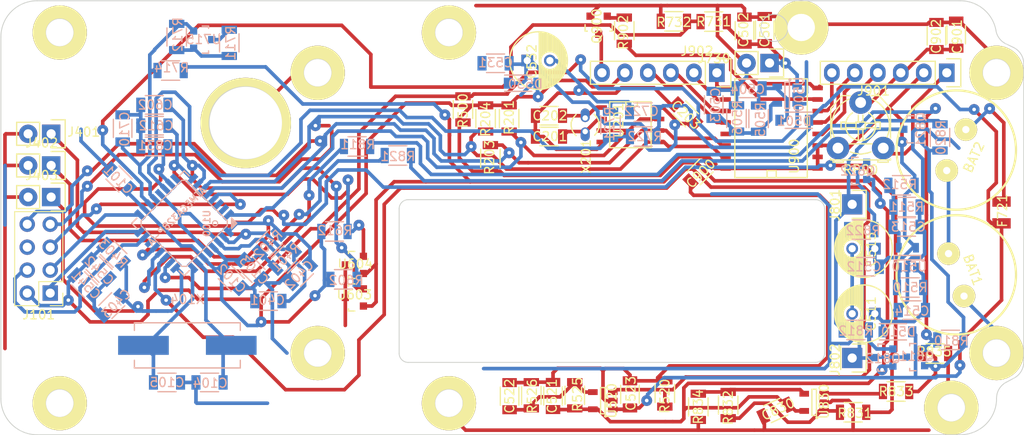
<source format=kicad_pcb>
(kicad_pcb (version 4) (host pcbnew 4.0.4-stable)
  (layers (0 F.Cu signal) (31 B.Cu signal) (34 B.Paste user hide) (35 F.Paste user hide) (36 B.SilkS user hide) (37 F.SilkS user hide) (38 B.Mask user hide) (39 F.Mask user hide) (44 Edge.Cuts user))
  (net 0 "")
  (net 1 "Net-(BAT1-Pad1)")
  (net 2 GND)
  (net 3 "Net-(BAT2-Pad1)")
  (net 4 VCC)
  (net 5 "Net-(C104-Pad2)")
  (net 6 "Net-(C105-Pad2)")
  (net 7 "Net-(C201-Pad1)")
  (net 8 "Net-(C202-Pad1)")
  (net 9 V_rtc)
  (net 10 BP1)
  (net 11 BP2)
  (net 12 BP3)
  (net 13 V_sol)
  (net 14 "Net-(C503-Pad1)")
  (net 15 "Net-(C504-Pad1)")
  (net 16 "Net-(C511-Pad1)")
  (net 17 "Net-(C513-Pad1)")
  (net 18 VPP)
  (net 19 "Net-(C522-Pad1)")
  (net 20 V_bat)
  (net 21 quadA)
  (net 22 quadB)
  (net 23 V_ref)
  (net 24 M_imot)
  (net 25 "Net-(J101-Pad1)")
  (net 26 "Net-(J101-Pad3)")
  (net 27 "Net-(J101-Pad4)")
  (net 28 "Net-(J101-Pad5)")
  (net 29 SDA)
  (net 30 SCL)
  (net 31 "Net-(J901-Pad4)")
  (net 32 "Net-(J901-Pad5)")
  (net 33 "Net-(J901-Pad6)")
  (net 34 "Net-(J902-Pad1)")
  (net 35 "Net-(J902-Pad2)")
  (net 36 "Net-(J902-Pad3)")
  (net 37 "Net-(J902-Pad4)")
  (net 38 "Net-(J902-Pad6)")
  (net 39 "Net-(Q811-Pad1)")
  (net 40 "Net-(Q811-Pad2)")
  (net 41 "Net-(Q812-Pad1)")
  (net 42 "Net-(Q821-Pad1)")
  (net 43 "Net-(Q822-Pad1)")
  (net 44 "Net-(Q900-Pad1)")
  (net 45 alarm)
  (net 46 charge_OFF)
  (net 47 "Net-(R510-Pad2)")
  (net 48 VppEn)
  (net 49 "Net-(R711-Pad1)")
  (net 50 M_bat)
  (net 51 M_sol)
  (net 52 C_frw)
  (net 53 C_bkw)
  (net 54 "Net-(R831-Pad2)")
  (net 55 "Net-(R832-Pad2)")
  (net 56 "Net-(R833-Pad1)")
  (net 57 "Net-(R902-Pad1)")
  (net 58 "Net-(J802-Pad1)")
  (net 59 "Net-(J801-Pad1)")
  (net 60 "Net-(C901-Pad2)")
  (module Resistors_SMD:R_1206 (layer B.Cu) (at 205.7 67.1 90)
    (fp_text reference R820 (at 0 0.1 90) (layer B.SilkS) (effects (justify mirror)))
    (fp_text value 3k3)
    (pad 1 smd rect (at -1.45 0 90) (size 0.9 1.7) (layers B.Cu B.Paste B.Mask) (net 40 "Net-(Q811-Pad2)"))
    (pad 2 smd rect (at 1.45 0 90) (size 0.9 1.7) (layers B.Cu B.Paste B.Mask) (net 42 "Net-(Q821-Pad1)"))
  )
  (module gdi:3mm_screw (layer F.Cu) (at 190.37 54.94)
    (fp_text reference H4 (at 0 0.5) (layer F.SilkS))
    (fp_text value hole)
    (pad 1 thru_hole circle (at 0 0) (size 6 6) (drill 3) (layers *.Mask F.Cu F.SilkS) (net 2 GND))
    (pad 1 thru_hole circle (at 0 0) (size 4 4) (drill 3) (layers *.Cu *.Mask F.SilkS) (net 2 GND))
  )
  (module Capacitors_SMD:C_1206 (layer B.Cu) (at 135.03934 82.16066 225)
    (fp_text reference C402 (at 0.2 0 225) (layer B.SilkS) (effects (justify mirror)))
    (fp_text value 10n)
    (pad 1 smd rect (at -1.5 0 225) (size 1 1.6) (layers B.Cu B.Paste B.Mask) (net 11 BP2))
    (pad 2 smd rect (at 1.5 0 225) (size 1 1.6) (layers B.Cu B.Paste B.Mask) (net 2 GND))
  )
  (module Resistors_SMD:R_1206 (layer B.Cu) (at 138.8 77.5)
    (fp_text reference R612 (at 0.05 -0.1) (layer B.SilkS) (effects (justify mirror)))
    (fp_text value 4k7)
    (pad 1 smd rect (at -1.45 0) (size 0.9 1.7) (layers B.Cu B.Paste B.Mask) (net 4 VCC))
    (pad 2 smd rect (at 1.45 0) (size 0.9 1.7) (layers B.Cu B.Paste B.Mask) (net 22 quadB))
  )
  (module Capacitors_SMD:C_1206 (layer B.Cu) (at 111.2 83.4 315)
    (fp_text reference C541 (at 0.1 -0.1 315) (layer B.SilkS) (effects (justify mirror)))
    (fp_text value 10n)
    (pad 1 smd rect (at -1.5 0 315) (size 1 1.6) (layers B.Cu B.Paste B.Mask) (net 4 VCC))
    (pad 2 smd rect (at 1.5 0 315) (size 1 1.6) (layers B.Cu B.Paste B.Mask) (net 2 GND))
  )
  (module TO_SOT_Packages_SMD:SOT-23 (layer B.Cu) (at 199.49924 91.45 270)
    (fp_text reference Q812 (at 0.1 0.09924 540) (layer B.SilkS) (effects (justify mirror)))
    (fp_text value PBSS5350)
    (pad 1 smd rect (at -0.95 -1.00076 270) (size 0.8001 0.8001) (layers B.Cu B.Paste B.Mask) (net 41 "Net-(Q812-Pad1)"))
    (pad 2 smd rect (at 0.95 -1.00076 270) (size 0.8001 0.8001) (layers B.Cu B.Paste B.Mask) (net 18 VPP))
    (pad 3 smd rect (at 0 0.99822 270) (size 0.8001 0.8001) (layers B.Cu B.Paste B.Mask) (net 58 "Net-(J802-Pad1)"))
  )
  (module Capacitors_ThroughHole:C_Radial_D6.3_L11.2_P2.5 (layer F.Cu) (at 198.5 86.6 180)
    (fp_text reference C511 (at 0.4 0 270) (layer F.SilkS))
    (fp_text value 470uF)
    (pad 2 thru_hole circle (at 2.5 0 180) (size 1.3 1.3) (drill 0.8) (layers *.Cu *.Mask) (net 2 GND))
    (pad 1 thru_hole rect (at 0 0 180) (size 1.3 1.3) (drill 0.8) (layers *.Cu *.Mask) (net 16 "Net-(C511-Pad1)"))
  )
  (module Fuse_Holders_and_Fuses:Fuse_SMD1206_Reflow (layer F.Cu) (at 212.5 75.4 270)
    (fp_text reference F721 (at -0.2 -0.1 270) (layer F.SilkS))
    (fp_text value 5A)
    (pad 1 smd rect (at -1.20396 0) (size 2.02946 1.14046) (layers F.Cu F.Paste F.Mask) (net 3 "Net-(BAT2-Pad1)"))
    (pad 2 smd rect (at 1.20396 0) (size 2.02946 1.14046) (layers F.Cu F.Paste F.Mask) (net 20 V_bat))
  )
  (module Resistors_SMD:R_1206 (layer B.Cu) (at 196.4 88.4)
    (fp_text reference R812 (at 0 0.1) (layer B.SilkS) (effects (justify mirror)))
    (fp_text value 330)
    (pad 1 smd rect (at -1.45 0) (size 0.9 1.7) (layers B.Cu B.Paste B.Mask) (net 59 "Net-(J801-Pad1)"))
    (pad 2 smd rect (at 1.45 0) (size 0.9 1.7) (layers B.Cu B.Paste B.Mask) (net 41 "Net-(Q812-Pad1)"))
  )
  (module Resistors_SMD:R_1206 (layer B.Cu) (at 197 77.3)
    (fp_text reference R822 (at 0.2 0.1) (layer B.SilkS) (effects (justify mirror)))
    (fp_text value 330)
    (pad 1 smd rect (at -1.45 0) (size 0.9 1.7) (layers B.Cu B.Paste B.Mask) (net 58 "Net-(J802-Pad1)"))
    (pad 2 smd rect (at 1.45 0) (size 0.9 1.7) (layers B.Cu B.Paste B.Mask) (net 43 "Net-(Q822-Pad1)"))
  )
  (module TO_SOT_Packages_SMD:SOT-23 (layer B.Cu) (at 202.7 66.2 270)
    (fp_text reference Q821 (at 0.05 -0.90076 270) (layer B.SilkS) (effects (justify mirror)))
    (fp_text value PBSS4320)
    (pad 1 smd rect (at -0.95 -1.00076 270) (size 0.8001 0.8001) (layers B.Cu B.Paste B.Mask) (net 42 "Net-(Q821-Pad1)"))
    (pad 2 smd rect (at 0.95 -1.00076 270) (size 0.8001 0.8001) (layers B.Cu B.Paste B.Mask) (net 40 "Net-(Q811-Pad2)"))
    (pad 3 smd rect (at 0 0.99822 270) (size 0.8001 0.8001) (layers B.Cu B.Paste B.Mask) (net 59 "Net-(J801-Pad1)"))
  )
  (module Potentiometers:Potentiometer_Triwood_RM-065 (layer F.Cu) (at 194.43064 68.27936)
    (fp_text reference RP90 (at 2.5 2.4) (layer F.SilkS))
    (fp_text value 100k)
    (pad 2 thru_hole circle (at 2.49936 -5.03936) (size 2.49936 2.49936) (drill 1.19888) (layers *.Cu *.Mask) (net 60 "Net-(C901-Pad2)"))
    (pad 3 thru_hole circle (at 4.99872 0) (size 2.49936 2.49936) (drill 1.19888) (layers *.Cu *.Mask) (net 2 GND))
    (pad 1 thru_hole circle (at 0 0) (size 2.49936 2.49936) (drill 1.19888) (layers *.Cu *.Mask) (net 4 VCC))
  )
  (module Resistors_SMD:R_1206 (layer B.Cu) (at 202 74.8 180)
    (fp_text reference R511 (at 0 0 180) (layer B.SilkS) (effects (justify mirror)))
    (fp_text value 100k)
    (pad 1 smd rect (at -1.45 0 180) (size 0.9 1.7) (layers B.Cu B.Paste B.Mask) (net 2 GND))
    (pad 2 smd rect (at 1.45 0 180) (size 0.9 1.7) (layers B.Cu B.Paste B.Mask) (net 17 "Net-(C513-Pad1)"))
  )
  (module Resistors_SMD:R_1206 (layer F.Cu) (at 179 96.9 270)
    (fp_text reference R834 (at 0 0 270) (layer F.SilkS))
    (fp_text value 1k)
    (pad 1 smd rect (at -1.45 0 270) (size 0.9 1.7) (layers F.Cu F.Paste F.Mask) (net 55 "Net-(R832-Pad2)"))
    (pad 2 smd rect (at 1.45 0 270) (size 0.9 1.7) (layers F.Cu F.Paste F.Mask) (net 2 GND))
  )
  (module gdi:HFC1330 (layer F.Cu) (at 207.5 82.3 290)
    (fp_text reference BAT1 (at 0.1 -1.9 290) (layer F.SilkS))
    (fp_text value BAT)
    (pad 1 thru_hole circle (at -2.5 0 290) (size 2.5 2.5) (drill 0.8) (layers *.Cu *.Mask F.SilkS) (net 1 "Net-(BAT1-Pad1)"))
    (pad 2 thru_hole circle (at 2.5 0 290) (size 2.5 2.5) (drill 0.8) (layers *.Cu *.Mask F.SilkS) (net 2 GND))
  )
  (module gdi:HFC1330 (layer F.Cu) (at 207.5 68.5 245)
    (fp_text reference BAT2 (at -0.1 -2.1 245) (layer F.SilkS))
    (fp_text value BAT)
    (pad 1 thru_hole circle (at -2.5 0 245) (size 2.5 2.5) (drill 0.8) (layers *.Cu *.Mask F.SilkS) (net 3 "Net-(BAT2-Pad1)"))
    (pad 2 thru_hole circle (at 2.5 0 245) (size 2.5 2.5) (drill 0.8) (layers *.Cu *.Mask F.SilkS) (net 1 "Net-(BAT1-Pad1)"))
  )
  (module Capacitors_ThroughHole:C_Radial_D6.3_L11.2_P2.5 (layer F.Cu) (at 198.5 79.4 180)
    (fp_text reference C515 (at 0.4 -0.06 270) (layer F.SilkS))
    (fp_text value 470uF)
    (pad 2 thru_hole circle (at 2.5 0 180) (size 1.3 1.3) (drill 0.8) (layers *.Cu *.Mask) (net 2 GND))
    (pad 1 thru_hole rect (at 0 0 180) (size 1.3 1.3) (drill 0.8) (layers *.Cu *.Mask) (net 4 VCC))
  )
  (module Capacitors_ThroughHole:C_Radial_D6.3_L11.2_P2.5 (layer F.Cu) (at 160.1 58.6)
    (fp_text reference C532 (at 0.51 0.1 90) (layer F.SilkS))
    (fp_text value 470uF)
    (pad 2 thru_hole circle (at 2.5 0) (size 1.3 1.3) (drill 0.8) (layers *.Cu *.Mask) (net 2 GND))
    (pad 1 thru_hole rect (at 0 0) (size 1.3 1.3) (drill 0.8) (layers *.Cu *.Mask) (net 9 V_rtc))
  )
  (module Diodes_SMD:SOD-123 (layer B.Cu) (at 189.6 65.2 180)
    (fp_text reference D501 (at 0 -0.1 180) (layer B.SilkS) (effects (justify mirror)))
    (fp_text value SCHOTTKY)
    (pad 1 smd rect (at -1.635 0 180) (size 0.91 1.22) (layers B.Cu B.Paste B.Mask) (net 20 V_bat))
    (pad 2 smd rect (at 1.635 0 180) (size 0.91 1.22) (layers B.Cu B.Paste B.Mask) (net 15 "Net-(C504-Pad1)"))
  )
  (module Diodes_SMD:SOD-123 (layer B.Cu) (at 201 88.6)
    (fp_text reference D510 (at 0.1 0) (layer B.SilkS) (effects (justify mirror)))
    (fp_text value SCHOTTKY)
    (pad 1 smd rect (at -1.635 0) (size 0.91 1.22) (layers B.Cu B.Paste B.Mask) (net 16 "Net-(C511-Pad1)"))
    (pad 2 smd rect (at 1.635 0) (size 0.91 1.22) (layers B.Cu B.Paste B.Mask) (net 20 V_bat))
  )
  (module Diodes_SMD:SOD-123 (layer B.Cu) (at 159.6 61.1)
    (fp_text reference D530 (at 0.3 0.1) (layer B.SilkS) (effects (justify mirror)))
    (fp_text value SCHOTTKY)
    (pad 1 smd rect (at -1.635 0) (size 0.91 1.22) (layers B.Cu B.Paste B.Mask) (net 9 V_rtc))
    (pad 2 smd rect (at 1.635 0) (size 0.91 1.22) (layers B.Cu B.Paste B.Mask) (net 4 VCC))
  )
  (module gdi:3mm_screw (layer F.Cu) (at 108.45 96.5)
    (fp_text reference H1 (at 0 0.5) (layer F.SilkS))
    (fp_text value hole)
    (pad 1 thru_hole circle (at 0 0) (size 6 6) (drill 3) (layers *.Mask F.Cu F.SilkS) (net 2 GND))
    (pad 1 thru_hole circle (at 0 0) (size 4 4) (drill 3) (layers *.Cu *.Mask F.SilkS) (net 2 GND))
  )
  (module gdi:3mm_screw (layer F.Cu) (at 151.45 96.5)
    (fp_text reference H2 (at 0 0.5) (layer F.SilkS))
    (fp_text value hole)
    (pad 1 thru_hole circle (at 0 0) (size 6 6) (drill 3) (layers *.Mask F.Cu F.SilkS) (net 2 GND))
    (pad 1 thru_hole circle (at 0 0) (size 4 4) (drill 3) (layers *.Cu *.Mask F.SilkS) (net 2 GND))
  )
  (module gdi:3mm_screw (layer F.Cu) (at 206.95 97)
    (fp_text reference H3 (at 0 0.5) (layer F.SilkS))
    (fp_text value hole)
    (pad 1 thru_hole circle (at 0 0) (size 6 6) (drill 3) (layers *.Mask F.Cu F.SilkS) (net 2 GND))
    (pad 1 thru_hole circle (at 0 0) (size 4 4) (drill 3) (layers *.Cu *.Mask F.SilkS) (net 2 GND))
  )
  (module gdi:3mm_screw (layer F.Cu) (at 151.45 55.5)
    (fp_text reference H5 (at 0 0.5) (layer F.SilkS))
    (fp_text value hole)
    (pad 1 thru_hole circle (at 0 0) (size 6 6) (drill 3) (layers *.Mask F.Cu F.SilkS) (net 2 GND))
    (pad 1 thru_hole circle (at 0 0) (size 4 4) (drill 3) (layers *.Cu *.Mask F.SilkS) (net 2 GND))
  )
  (module gdi:3mm_screw (layer F.Cu) (at 108.45 55.5)
    (fp_text reference H6 (at 0 0.5) (layer F.SilkS))
    (fp_text value hole)
    (pad 1 thru_hole circle (at 0 0) (size 6 6) (drill 3) (layers *.Mask F.Cu F.SilkS) (net 2 GND))
    (pad 1 thru_hole circle (at 0 0) (size 4 4) (drill 3) (layers *.Cu *.Mask F.SilkS) (net 2 GND))
  )
  (module gdi:MF85 (layer F.Cu) (at 129 65.5)
    (fp_text reference H7 (at 0 0.5) (layer F.SilkS))
    (fp_text value hole)
    (pad 1 thru_hole circle (at 0 0) (size 10 10) (drill 8) (layers *.Cu *.Mask F.SilkS) (net 2 GND))
  )
  (module Pin_Headers:Pin_Header_Straight_1x02 (layer F.Cu) (at 107.5 66.7 270)
    (fp_text reference J401 (at -0.2 -3.6 360) (layer F.SilkS))
    (fp_text value HEADER_2)
    (pad 1 thru_hole rect (at 0 0 270) (size 2.032 2.032) (drill 1.016) (layers *.Cu *.Mask) (net 10 BP1))
    (pad 2 thru_hole oval (at 0 2.54 270) (size 2.032 2.032) (drill 1.016) (layers *.Cu *.Mask) (net 2 GND))
  )
  (module Pin_Headers:Pin_Header_Straight_1x02 (layer F.Cu) (at 107.5 70.2 270)
    (fp_text reference J402 (at -2.5 1.04 360) (layer F.SilkS))
    (fp_text value HEADER_2)
    (pad 1 thru_hole rect (at 0 0 270) (size 2.032 2.032) (drill 1.016) (layers *.Cu *.Mask) (net 11 BP2))
    (pad 2 thru_hole oval (at 0 2.54 270) (size 2.032 2.032) (drill 1.016) (layers *.Cu *.Mask) (net 2 GND))
  )
  (module Pin_Headers:Pin_Header_Straight_1x02 (layer F.Cu) (at 107.5 73.7 270)
    (fp_text reference J403 (at -2.4 1.04 360) (layer F.SilkS))
    (fp_text value HEADER_2)
    (pad 1 thru_hole rect (at 0 0 270) (size 2.032 2.032) (drill 1.016) (layers *.Cu *.Mask) (net 12 BP3))
    (pad 2 thru_hole oval (at 0 2.54 270) (size 2.032 2.032) (drill 1.016) (layers *.Cu *.Mask) (net 2 GND))
  )
  (module Pin_Headers:Pin_Header_Straight_1x02 (layer F.Cu) (at 186.87 58.87 270)
    (fp_text reference J730 (at -0.5 6.14 360) (layer F.SilkS))
    (fp_text value HEADER_2)
    (pad 1 thru_hole rect (at 0 0 270) (size 2.032 2.032) (drill 1.016) (layers *.Cu *.Mask) (net 13 V_sol))
    (pad 2 thru_hole oval (at 0 2.54 270) (size 2.032 2.032) (drill 1.016) (layers *.Cu *.Mask) (net 2 GND))
  )
  (module Pin_Headers:Pin_Header_Straight_1x06 (layer F.Cu) (at 206.45 59.95 270)
    (fp_text reference J901 (at 2 8.1 360) (layer F.SilkS))
    (fp_text value HEADER_6)
    (pad 1 thru_hole rect (at 0 0 270) (size 2.032 1.7272) (drill 1.016) (layers *.Cu *.Mask) (net 2 GND))
    (pad 2 thru_hole oval (at 0 2.54 270) (size 2.032 1.7272) (drill 1.016) (layers *.Cu *.Mask) (net 4 VCC))
    (pad 3 thru_hole oval (at 0 5.08 270) (size 2.032 1.7272) (drill 1.016) (layers *.Cu *.Mask) (net 60 "Net-(C901-Pad2)"))
    (pad 4 thru_hole oval (at 0 7.62 270) (size 2.032 1.7272) (drill 1.016) (layers *.Cu *.Mask) (net 31 "Net-(J901-Pad4)"))
    (pad 5 thru_hole oval (at 0 10.16 270) (size 2.032 1.7272) (drill 1.016) (layers *.Cu *.Mask) (net 32 "Net-(J901-Pad5)"))
    (pad 6 thru_hole oval (at 0 12.7 270) (size 2.032 1.7272) (drill 1.016) (layers *.Cu *.Mask) (net 33 "Net-(J901-Pad6)"))
  )
  (module Pin_Headers:Pin_Header_Straight_1x06 (layer F.Cu) (at 181.05 59.95 270)
    (fp_text reference J902 (at -2.4 2.2 360) (layer F.SilkS))
    (fp_text value HEADER_6)
    (pad 1 thru_hole rect (at 0 0 270) (size 2.032 1.7272) (drill 1.016) (layers *.Cu *.Mask) (net 34 "Net-(J902-Pad1)"))
    (pad 2 thru_hole oval (at 0 2.54 270) (size 2.032 1.7272) (drill 1.016) (layers *.Cu *.Mask) (net 35 "Net-(J902-Pad2)"))
    (pad 3 thru_hole oval (at 0 5.08 270) (size 2.032 1.7272) (drill 1.016) (layers *.Cu *.Mask) (net 36 "Net-(J902-Pad3)"))
    (pad 4 thru_hole oval (at 0 7.62 270) (size 2.032 1.7272) (drill 1.016) (layers *.Cu *.Mask) (net 37 "Net-(J902-Pad4)"))
    (pad 5 thru_hole oval (at 0 10.16 270) (size 2.032 1.7272) (drill 1.016) (layers *.Cu *.Mask) (net 4 VCC))
    (pad 6 thru_hole oval (at 0 12.7 270) (size 2.032 1.7272) (drill 1.016) (layers *.Cu *.Mask) (net 38 "Net-(J902-Pad6)"))
  )
  (module w_lqfp:lqfp32 (layer B.Cu) (at 122.2 76.6 225)
    (fp_text reference U100 (at -1.767767 -1.767767 270) (layer B.SilkS) (effects (font (size 0.7493 0.7493) (thickness 0.14986)) (justify mirror)))
    (fp_text value ATMEGA328P-A (at 0 1.143 225) (layer B.SilkS) (effects (font (size 0.7493 0.7493) (thickness 0.14986)) (justify mirror)))
    (pad 4 smd rect (at -0.39878 -4.09956 225) (size 0.55118 1.30048) (layers B.Cu B.Paste B.Mask) (net 4 VCC))
    (pad 5 smd rect (at 0.39878 -4.09956 225) (size 0.55118 1.30048) (layers B.Cu B.Paste B.Mask) (net 2 GND))
    (pad 6 smd rect (at 1.19888 -4.09956 225) (size 0.55118 1.30048) (layers B.Cu B.Paste B.Mask) (net 4 VCC))
    (pad 7 smd rect (at 1.99898 -4.09956 225) (size 0.55118 1.30048) (layers B.Cu B.Paste B.Mask) (net 5 "Net-(C104-Pad2)"))
    (pad 8 smd rect (at 2.79908 -4.09956 225) (size 0.55118 1.30048) (layers B.Cu B.Paste B.Mask) (net 6 "Net-(C105-Pad2)"))
    (pad 1 smd rect (at -2.79908 -4.09956 225) (size 0.55118 1.30048) (layers B.Cu B.Paste B.Mask) (net 11 BP2))
    (pad 2 smd rect (at -1.99898 -4.09956 225) (size 0.55118 1.30048) (layers B.Cu B.Paste B.Mask) (net 10 BP1))
    (pad 3 smd rect (at -1.19888 -4.09956 225) (size 0.55118 1.30048) (layers B.Cu B.Paste B.Mask) (net 2 GND))
    (pad 9 smd rect (at 4.09956 -2.79908 225) (size 1.30048 0.55118) (layers B.Cu B.Paste B.Mask) (net 12 BP3))
    (pad 10 smd rect (at 4.09956 -1.99898 225) (size 1.30048 0.55118) (layers B.Cu B.Paste B.Mask) (net 46 charge_OFF))
    (pad 11 smd rect (at 4.09956 -1.19888 225) (size 1.30048 0.55118) (layers B.Cu B.Paste B.Mask) (net 48 VppEn))
    (pad 12 smd rect (at 4.09956 -0.39878 225) (size 1.30048 0.55118) (layers B.Cu B.Paste B.Mask) (net 52 C_frw))
    (pad 13 smd rect (at 4.09956 0.39878 225) (size 1.30048 0.55118) (layers B.Cu B.Paste B.Mask) (net 53 C_bkw))
    (pad 14 smd rect (at 4.09956 1.19888 225) (size 1.30048 0.55118) (layers B.Cu B.Paste B.Mask))
    (pad 15 smd rect (at 4.09956 1.99898 225) (size 1.30048 0.55118) (layers B.Cu B.Paste B.Mask) (net 27 "Net-(J101-Pad4)"))
    (pad 16 smd rect (at 4.09956 2.79908 225) (size 1.30048 0.55118) (layers B.Cu B.Paste B.Mask) (net 25 "Net-(J101-Pad1)"))
    (pad 17 smd rect (at 2.79908 4.09956 225) (size 0.55118 1.30048) (layers B.Cu B.Paste B.Mask) (net 26 "Net-(J101-Pad3)"))
    (pad 18 smd rect (at 1.99898 4.09956 225) (size 0.55118 1.30048) (layers B.Cu B.Paste B.Mask) (net 4 VCC))
    (pad 19 smd rect (at 1.19888 4.09956 225) (size 0.55118 1.30048) (layers B.Cu B.Paste B.Mask) (net 51 M_sol))
    (pad 20 smd rect (at 0.39878 4.09956 225) (size 0.55118 1.30048) (layers B.Cu B.Paste B.Mask) (net 23 V_ref))
    (pad 21 smd rect (at -0.39878 4.09956 225) (size 0.55118 1.30048) (layers B.Cu B.Paste B.Mask) (net 2 GND))
    (pad 22 smd rect (at -1.19888 4.09956 225) (size 0.55118 1.30048) (layers B.Cu B.Paste B.Mask) (net 50 M_bat))
    (pad 23 smd rect (at -1.99898 4.09956 225) (size 0.55118 1.30048) (layers B.Cu B.Paste B.Mask) (net 24 M_imot))
    (pad 24 smd rect (at -2.79908 4.09956 225) (size 0.55118 1.30048) (layers B.Cu B.Paste B.Mask))
    (pad 25 smd rect (at -4.09956 2.79908 225) (size 1.30048 0.55118) (layers B.Cu B.Paste B.Mask) (net 22 quadB))
    (pad 26 smd rect (at -4.09956 1.99898 225) (size 1.30048 0.55118) (layers B.Cu B.Paste B.Mask) (net 21 quadA))
    (pad 27 smd rect (at -4.09956 1.19888 225) (size 1.30048 0.55118) (layers B.Cu B.Paste B.Mask) (net 29 SDA))
    (pad 28 smd rect (at -4.09956 0.39878 225) (size 1.30048 0.55118) (layers B.Cu B.Paste B.Mask) (net 30 SCL))
    (pad 29 smd rect (at -4.09956 -0.39878 225) (size 1.30048 0.55118) (layers B.Cu B.Paste B.Mask) (net 28 "Net-(J101-Pad5)"))
    (pad 30 smd rect (at -4.09956 -1.19888 225) (size 1.30048 0.55118) (layers B.Cu B.Paste B.Mask))
    (pad 31 smd rect (at -4.09956 -1.99898 225) (size 1.30048 0.55118) (layers B.Cu B.Paste B.Mask))
    (pad 32 smd rect (at -4.09956 -2.79908 225) (size 1.30048 0.55118) (layers B.Cu B.Paste B.Mask) (net 45 alarm))
  )
  (module SMD_Packages:SOIC-8-N (layer F.Cu) (at 171.5 65.7 270)
    (fp_text reference U201 (at -0.5 1.3 270) (layer F.SilkS))
    (fp_text value MCP7940)
    (pad 8 smd rect (at -1.905 -3.175 270) (size 0.508 1.143) (layers F.Cu F.Paste F.Mask) (net 9 V_rtc))
    (pad 7 smd rect (at -0.635 -3.175 270) (size 0.508 1.143) (layers F.Cu F.Paste F.Mask) (net 45 alarm))
    (pad 6 smd rect (at 0.635 -3.175 270) (size 0.508 1.143) (layers F.Cu F.Paste F.Mask) (net 30 SCL))
    (pad 5 smd rect (at 1.905 -3.175 270) (size 0.508 1.143) (layers F.Cu F.Paste F.Mask) (net 29 SDA))
    (pad 4 smd rect (at 1.905 3.175 270) (size 0.508 1.143) (layers F.Cu F.Paste F.Mask) (net 2 GND))
    (pad 3 smd rect (at 0.635 3.175 270) (size 0.508 1.143) (layers F.Cu F.Paste F.Mask) (net 45 alarm))
    (pad 2 smd rect (at -0.635 3.175 270) (size 0.508 1.143) (layers F.Cu F.Paste F.Mask) (net 7 "Net-(C201-Pad1)"))
    (pad 1 smd rect (at -1.905 3.175 270) (size 0.508 1.143) (layers F.Cu F.Paste F.Mask) (net 8 "Net-(C202-Pad1)"))
  )
  (module SMD_Packages:SO-16-W (layer F.Cu) (at 187.1 66.08 90)
    (fp_text reference U900 (at -3.1 2.5 90) (layer F.SilkS))
    (fp_text value PCF8574)
    (pad 1 smd rect (at -4.445 5.08 90) (size 0.508 1.143) (layers F.Cu F.Paste F.Mask) (net 4 VCC))
    (pad 2 smd rect (at -3.175 5.08 90) (size 0.508 1.143) (layers F.Cu F.Paste F.Mask) (net 4 VCC))
    (pad 3 smd rect (at -1.905 5.08 90) (size 0.508 1.143) (layers F.Cu F.Paste F.Mask) (net 4 VCC))
    (pad 4 smd rect (at -0.635 5.08 90) (size 0.508 1.143) (layers F.Cu F.Paste F.Mask) (net 31 "Net-(J901-Pad4)"))
    (pad 5 smd rect (at 0.635 5.08 90) (size 0.508 1.143) (layers F.Cu F.Paste F.Mask) (net 32 "Net-(J901-Pad5)"))
    (pad 6 smd rect (at 1.905 5.08 90) (size 0.508 1.143) (layers F.Cu F.Paste F.Mask) (net 33 "Net-(J901-Pad6)"))
    (pad 7 smd rect (at 3.175 5.08 90) (size 0.508 1.143) (layers F.Cu F.Paste F.Mask) (net 57 "Net-(R902-Pad1)"))
    (pad 8 smd rect (at 4.445 5.08 90) (size 0.508 1.143) (layers F.Cu F.Paste F.Mask) (net 2 GND))
    (pad 9 smd rect (at 4.445 -5.08 90) (size 0.508 1.143) (layers F.Cu F.Paste F.Mask) (net 34 "Net-(J902-Pad1)"))
    (pad 10 smd rect (at 3.175 -5.08 90) (size 0.508 1.143) (layers F.Cu F.Paste F.Mask) (net 35 "Net-(J902-Pad2)"))
    (pad 11 smd rect (at 1.905 -5.08 90) (size 0.508 1.143) (layers F.Cu F.Paste F.Mask) (net 36 "Net-(J902-Pad3)"))
    (pad 12 smd rect (at 0.635 -5.08 90) (size 0.508 1.143) (layers F.Cu F.Paste F.Mask) (net 37 "Net-(J902-Pad4)"))
    (pad 13 smd rect (at -0.635 -5.08 90) (size 0.508 1.143) (layers F.Cu F.Paste F.Mask))
    (pad 14 smd rect (at -1.905 -5.08 90) (size 0.508 1.143) (layers F.Cu F.Paste F.Mask) (net 30 SCL))
    (pad 15 smd rect (at -3.175 -5.08 90) (size 0.508 1.143) (layers F.Cu F.Paste F.Mask) (net 29 SDA))
    (pad 16 smd rect (at -4.445 -5.08 90) (size 0.508 1.143) (layers F.Cu F.Paste F.Mask) (net 4 VCC))
  )
  (module Crystals:Crystal_Round_Vertical_3mm_BigPad (layer F.Cu) (at 166.5 65.7 270)
    (fp_text reference X201 (at 3.5 -0.1 270) (layer F.SilkS))
    (fp_text value 32.768K)
    (pad 1 thru_hole oval (at -0.7493 0 270) (size 1.50114 1.00076) (drill 0.59944 (offset -0.29972 0)) (layers *.Cu *.Mask) (net 8 "Net-(C202-Pad1)"))
    (pad 2 thru_hole oval (at 0.7493 0 270) (size 1.50114 1.00076) (drill 0.59944 (offset 0.29972 0)) (layers *.Cu *.Mask) (net 7 "Net-(C201-Pad1)"))
  )
  (module Pin_Headers:Pin_Header_Straight_1x01 (layer F.Cu) (at 196 74.5 270)
    (fp_text reference J801 (at 0.1 1.9 450) (layer F.SilkS))
    (fp_text value HEADER_1)
    (pad 1 thru_hole rect (at 0 0 270) (size 2.2352 2.2352) (drill 1.016) (layers *.Cu *.Mask) (net 59 "Net-(J801-Pad1)"))
  )
  (module Pin_Headers:Pin_Header_Straight_1x01 (layer F.Cu) (at 196 91.5 270)
    (fp_text reference J802 (at 0.2 1.9 270) (layer F.SilkS))
    (fp_text value HEADER_1)
    (pad 1 thru_hole rect (at 0 0 270) (size 2.2352 2.2352) (drill 1.016) (layers *.Cu *.Mask) (net 58 "Net-(J802-Pad1)"))
  )
  (module Capacitors_SMD:C_1206 (layer B.Cu) (at 115 71.7 315)
    (fp_text reference C101 (at 0 0.1 315) (layer B.SilkS) (effects (justify mirror)))
    (fp_text value 10n)
    (pad 1 smd rect (at -1.5 0 315) (size 1 1.6) (layers B.Cu B.Paste B.Mask) (net 2 GND))
    (pad 2 smd rect (at 1.5 0 315) (size 1 1.6) (layers B.Cu B.Paste B.Mask) (net 4 VCC))
  )
  (module Capacitors_SMD:C_1206 (layer B.Cu) (at 127.4 82.7 135)
    (fp_text reference C102 (at 0 0 135) (layer B.SilkS) (effects (justify mirror)))
    (fp_text value 100n)
    (pad 1 smd rect (at -1.5 0 135) (size 1 1.6) (layers B.Cu B.Paste B.Mask) (net 2 GND))
    (pad 2 smd rect (at 1.5 0 135) (size 1 1.6) (layers B.Cu B.Paste B.Mask) (net 4 VCC))
  )
  (module Capacitors_SMD:C_1206 (layer B.Cu) (at 129.7 81.7 135)
    (fp_text reference C103 (at -0.212132 0.070711 135) (layer B.SilkS) (effects (justify mirror)))
    (fp_text value 10n)
    (pad 1 smd rect (at -1.5 0 135) (size 1 1.6) (layers B.Cu B.Paste B.Mask) (net 2 GND))
    (pad 2 smd rect (at 1.5 0 135) (size 1 1.6) (layers B.Cu B.Paste B.Mask) (net 4 VCC))
  )
  (module Capacitors_SMD:C_1206 (layer B.Cu) (at 125 94.2)
    (fp_text reference C104 (at 0.070711 0.070711) (layer B.SilkS) (effects (justify mirror)))
    (fp_text value 10p)
    (pad 1 smd rect (at -1.5 0) (size 1 1.6) (layers B.Cu B.Paste B.Mask) (net 2 GND))
    (pad 2 smd rect (at 1.5 0) (size 1 1.6) (layers B.Cu B.Paste B.Mask) (net 5 "Net-(C104-Pad2)"))
  )
  (module Capacitors_SMD:C_1206 (layer B.Cu) (at 120.3 94.2 180)
    (fp_text reference C105 (at 0 0 180) (layer B.SilkS) (effects (justify mirror)))
    (fp_text value 10p)
    (pad 1 smd rect (at -1.5 0 180) (size 1 1.6) (layers B.Cu B.Paste B.Mask) (net 2 GND))
    (pad 2 smd rect (at 1.5 0 180) (size 1 1.6) (layers B.Cu B.Paste B.Mask) (net 6 "Net-(C105-Pad2)"))
  )
  (module Capacitors_SMD:C_1206 (layer F.Cu) (at 162.5 67 180)
    (fp_text reference C201 (at -0.1 0 180) (layer F.SilkS))
    (fp_text value 10p)
    (pad 1 smd rect (at -1.5 0 180) (size 1 1.6) (layers F.Cu F.Paste F.Mask) (net 7 "Net-(C201-Pad1)"))
    (pad 2 smd rect (at 1.5 0 180) (size 1 1.6) (layers F.Cu F.Paste F.Mask) (net 2 GND))
  )
  (module Capacitors_SMD:C_1206 (layer F.Cu) (at 162.5 64.7 180)
    (fp_text reference C202 (at -0.1 0 180) (layer F.SilkS))
    (fp_text value 10p)
    (pad 1 smd rect (at -1.5 0 180) (size 1 1.6) (layers F.Cu F.Paste F.Mask) (net 8 "Net-(C202-Pad1)"))
    (pad 2 smd rect (at 1.5 0 180) (size 1 1.6) (layers F.Cu F.Paste F.Mask) (net 2 GND))
  )
  (module Capacitors_SMD:C_1206 (layer F.Cu) (at 177.6 64.5 135)
    (fp_text reference C203 (at -0.070711 -0.070711 135) (layer F.SilkS))
    (fp_text value 10n)
    (pad 1 smd rect (at -1.5 0 135) (size 1 1.6) (layers F.Cu F.Paste F.Mask) (net 9 V_rtc))
    (pad 2 smd rect (at 1.5 0 135) (size 1 1.6) (layers F.Cu F.Paste F.Mask) (net 2 GND))
  )
  (module Capacitors_SMD:C_1206 (layer B.Cu) (at 131.5 85.2 180)
    (fp_text reference C401 (at 0.1 0.1 180) (layer B.SilkS) (effects (justify mirror)))
    (fp_text value 10n)
    (pad 1 smd rect (at -1.5 0 180) (size 1 1.6) (layers B.Cu B.Paste B.Mask) (net 10 BP1))
    (pad 2 smd rect (at 1.5 0 180) (size 1 1.6) (layers B.Cu B.Paste B.Mask) (net 2 GND))
  )
  (module Capacitors_SMD:C_1206 (layer B.Cu) (at 114.2 85.7 225)
    (fp_text reference C403 (at -0.5 -0.2 225) (layer B.SilkS) (effects (justify mirror)))
    (fp_text value 10n)
    (pad 1 smd rect (at -1.5 0 225) (size 1 1.6) (layers B.Cu B.Paste B.Mask) (net 12 BP3))
    (pad 2 smd rect (at 1.5 0 225) (size 1 1.6) (layers B.Cu B.Paste B.Mask) (net 2 GND))
  )
  (module Capacitors_SMD:C_1206 (layer F.Cu) (at 186.34 55.22 90)
    (fp_text reference C501 (at 0 0 90) (layer F.SilkS))
    (fp_text value 10uF)
    (pad 1 smd rect (at -1.5 0 90) (size 1 1.6) (layers F.Cu F.Paste F.Mask) (net 13 V_sol))
    (pad 2 smd rect (at 1.5 0 90) (size 1 1.6) (layers F.Cu F.Paste F.Mask) (net 2 GND))
  )
  (module Capacitors_SMD:C_1206 (layer F.Cu) (at 184.1 55.29 90)
    (fp_text reference C502 (at 0.1 -0.1 90) (layer F.SilkS))
    (fp_text value 10n)
    (pad 1 smd rect (at -1.5 0 90) (size 1 1.6) (layers F.Cu F.Paste F.Mask) (net 13 V_sol))
    (pad 2 smd rect (at 1.5 0 90) (size 1 1.6) (layers F.Cu F.Paste F.Mask) (net 2 GND))
  )
  (module Capacitors_SMD:C_1206 (layer B.Cu) (at 180.7 63.5 90)
    (fp_text reference C503 (at 0 0.2 90) (layer B.SilkS) (effects (justify mirror)))
    (fp_text value 470p)
    (pad 1 smd rect (at -1.5 0 90) (size 1 1.6) (layers B.Cu B.Paste B.Mask) (net 14 "Net-(C503-Pad1)"))
    (pad 2 smd rect (at 1.5 0 90) (size 1 1.6) (layers B.Cu B.Paste B.Mask) (net 2 GND))
  )
  (module Capacitors_SMD:C_1206 (layer B.Cu) (at 184.55 61.68 180)
    (fp_text reference C504 (at 0.1 -0.1 180) (layer B.SilkS) (effects (justify mirror)))
    (fp_text value 10uF)
    (pad 1 smd rect (at -1.5 0 180) (size 1 1.6) (layers B.Cu B.Paste B.Mask) (net 15 "Net-(C504-Pad1)"))
    (pad 2 smd rect (at 1.5 0 180) (size 1 1.6) (layers B.Cu B.Paste B.Mask) (net 2 GND))
  )
  (module Capacitors_SMD:C_1206 (layer B.Cu) (at 197.5 81.4 180)
    (fp_text reference C512 (at 0.2 0 180) (layer B.SilkS) (effects (justify mirror)))
    (fp_text value 10uF)
    (pad 1 smd rect (at -1.5 0 180) (size 1 1.6) (layers B.Cu B.Paste B.Mask) (net 4 VCC))
    (pad 2 smd rect (at 1.5 0 180) (size 1 1.6) (layers B.Cu B.Paste B.Mask) (net 2 GND))
  )
  (module Capacitors_SMD:C_1206 (layer B.Cu) (at 202 77)
    (fp_text reference C513 (at 0.2 0) (layer B.SilkS) (effects (justify mirror)))
    (fp_text value 470p)
    (pad 1 smd rect (at -1.5 0) (size 1 1.6) (layers B.Cu B.Paste B.Mask) (net 17 "Net-(C513-Pad1)"))
    (pad 2 smd rect (at 1.5 0) (size 1 1.6) (layers B.Cu B.Paste B.Mask) (net 2 GND))
  )
  (module Capacitors_SMD:C_1206 (layer B.Cu) (at 202.6 86.2 180)
    (fp_text reference C514 (at 0 -0.1 180) (layer B.SilkS) (effects (justify mirror)))
    (fp_text value 10uF)
    (pad 1 smd rect (at -1.5 0 180) (size 1 1.6) (layers B.Cu B.Paste B.Mask) (net 16 "Net-(C511-Pad1)"))
    (pad 2 smd rect (at 1.5 0 180) (size 1 1.6) (layers B.Cu B.Paste B.Mask) (net 2 GND))
  )
  (module Capacitors_SMD:C_1206 (layer F.Cu) (at 162.95 95.7 90)
    (fp_text reference C521 (at 0 -0.1 90) (layer F.SilkS))
    (fp_text value 10uF)
    (pad 1 smd rect (at -1.5 0 90) (size 1 1.6) (layers F.Cu F.Paste F.Mask) (net 18 VPP))
    (pad 2 smd rect (at 1.5 0 90) (size 1 1.6) (layers F.Cu F.Paste F.Mask) (net 2 GND))
  )
  (module Capacitors_SMD:C_1206 (layer F.Cu) (at 158.15 95.72 90)
    (fp_text reference C522 (at 0 0 90) (layer F.SilkS))
    (fp_text value 470p)
    (pad 1 smd rect (at -1.5 0 90) (size 1 1.6) (layers F.Cu F.Paste F.Mask) (net 19 "Net-(C522-Pad1)"))
    (pad 2 smd rect (at 1.5 0 90) (size 1 1.6) (layers F.Cu F.Paste F.Mask) (net 2 GND))
  )
  (module Capacitors_SMD:C_1206 (layer F.Cu) (at 171.45 95.52 90)
    (fp_text reference C523 (at 0.1 0.1 90) (layer F.SilkS))
    (fp_text value 10uF)
    (pad 1 smd rect (at -1.5 0 90) (size 1 1.6) (layers F.Cu F.Paste F.Mask) (net 20 V_bat))
    (pad 2 smd rect (at 1.5 0 90) (size 1 1.6) (layers F.Cu F.Paste F.Mask) (net 2 GND))
  )
  (module Capacitors_SMD:C_1206 (layer B.Cu) (at 156.6 58.9 180)
    (fp_text reference C531 (at 0 0.07 180) (layer B.SilkS) (effects (justify mirror)))
    (fp_text value 10uF)
    (pad 1 smd rect (at -1.5 0 180) (size 1 1.6) (layers B.Cu B.Paste B.Mask) (net 9 V_rtc))
    (pad 2 smd rect (at 1.5 0 180) (size 1 1.6) (layers B.Cu B.Paste B.Mask) (net 2 GND))
  )
  (module Capacitors_SMD:C_1206 (layer B.Cu) (at 112.8 81.7 315)
    (fp_text reference C542 (at 0.1 0.1 315) (layer B.SilkS) (effects (justify mirror)))
    (fp_text value 100nF)
    (pad 1 smd rect (at -1.5 0 315) (size 1 1.6) (layers B.Cu B.Paste B.Mask) (net 4 VCC))
    (pad 2 smd rect (at 1.5 0 315) (size 1 1.6) (layers B.Cu B.Paste B.Mask) (net 2 GND))
  )
  (module Capacitors_SMD:C_1206 (layer B.Cu) (at 118.9 63.5 180)
    (fp_text reference C602 (at -0.1 0 180) (layer B.SilkS) (effects (justify mirror)))
    (fp_text value 100nF)
    (pad 1 smd rect (at -1.5 0 180) (size 1 1.6) (layers B.Cu B.Paste B.Mask) (net 21 quadA))
    (pad 2 smd rect (at 1.5 0 180) (size 1 1.6) (layers B.Cu B.Paste B.Mask) (net 2 GND))
  )
  (module Capacitors_SMD:C_1206 (layer B.Cu) (at 118.9 65.8)
    (fp_text reference C612 (at 0.2 0) (layer B.SilkS) (effects (justify mirror)))
    (fp_text value 100nF)
    (pad 1 smd rect (at -1.5 0) (size 1 1.6) (layers B.Cu B.Paste B.Mask) (net 2 GND))
    (pad 2 smd rect (at 1.5 0) (size 1 1.6) (layers B.Cu B.Paste B.Mask) (net 22 quadB))
  )
  (module Capacitors_SMD:C_1206 (layer B.Cu) (at 115.4 66.1 90)
    (fp_text reference C710 (at -0.070711 0.212132 90) (layer B.SilkS) (effects (justify mirror)))
    (fp_text value 10n)
    (pad 1 smd rect (at -1.5 0 90) (size 1 1.6) (layers B.Cu B.Paste B.Mask) (net 23 V_ref))
    (pad 2 smd rect (at 1.5 0 90) (size 1 1.6) (layers B.Cu B.Paste B.Mask) (net 2 GND))
  )
  (module Capacitors_SMD:C_1206 (layer B.Cu) (at 172.9 64.3 180)
    (fp_text reference C722 (at 0.2 0.1 180) (layer B.SilkS) (effects (justify mirror)))
    (fp_text value 10uF)
    (pad 1 smd rect (at -1.5 0 180) (size 1 1.6) (layers B.Cu B.Paste B.Mask) (net 20 V_bat))
    (pad 2 smd rect (at 1.5 0 180) (size 1 1.6) (layers B.Cu B.Paste B.Mask) (net 2 GND))
  )
  (module Capacitors_SMD:C_1206 (layer F.Cu) (at 187.540538 97.3 205)
    (fp_text reference C830 (at -0.3 0 205) (layer F.SilkS))
    (fp_text value 100n)
    (pad 1 smd rect (at -1.5 0 205) (size 1 1.6) (layers F.Cu F.Paste F.Mask) (net 18 VPP))
    (pad 2 smd rect (at 1.5 0 205) (size 1 1.6) (layers F.Cu F.Paste F.Mask) (net 2 GND))
  )
  (module Capacitors_SMD:C_1206 (layer B.Cu) (at 118.9 68.1 180)
    (fp_text reference C831 (at -0.1 0.1 180) (layer B.SilkS) (effects (justify mirror)))
    (fp_text value 100n)
    (pad 1 smd rect (at -1.5 0 180) (size 1 1.6) (layers B.Cu B.Paste B.Mask) (net 24 M_imot))
    (pad 2 smd rect (at 1.5 0 180) (size 1 1.6) (layers B.Cu B.Paste B.Mask) (net 2 GND))
  )
  (module Capacitors_SMD:C_1206 (layer F.Cu) (at 179.2 70.9 225)
    (fp_text reference C900 (at 0.1 -0.2 225) (layer F.SilkS))
    (fp_text value 100nF)
    (pad 1 smd rect (at -1.5 0 225) (size 1 1.6) (layers F.Cu F.Paste F.Mask) (net 4 VCC))
    (pad 2 smd rect (at 1.5 0 225) (size 1 1.6) (layers F.Cu F.Paste F.Mask) (net 2 GND))
  )
  (module Capacitors_SMD:C_1206 (layer F.Cu) (at 207.49 55.73 270)
    (fp_text reference C901 (at 0.23 -0.11 270) (layer F.SilkS))
    (fp_text value 10nF)
    (pad 1 smd rect (at -1.5 0 270) (size 1 1.6) (layers F.Cu F.Paste F.Mask) (net 2 GND))
    (pad 2 smd rect (at 1.5 0 270) (size 1 1.6) (layers F.Cu F.Paste F.Mask) (net 60 "Net-(C901-Pad2)"))
  )
  (module Capacitors_SMD:C_1206 (layer F.Cu) (at 205.31 55.88 270)
    (fp_text reference C902 (at 0.04 0.02 270) (layer F.SilkS))
    (fp_text value 10uF)
    (pad 1 smd rect (at -1.5 0 270) (size 1 1.6) (layers F.Cu F.Paste F.Mask) (net 2 GND))
    (pad 2 smd rect (at 1.5 0 270) (size 1 1.6) (layers F.Cu F.Paste F.Mask) (net 60 "Net-(C901-Pad2)"))
  )
  (module TO_SOT_Packages_SMD:SOT-23 (layer B.Cu) (at 203 91.4 270)
    (fp_text reference Q811 (at -0.1 -0.1 540) (layer B.SilkS) (effects (justify mirror)))
    (fp_text value PBSS4320)
    (pad 1 smd rect (at -0.95 -1.00076 270) (size 0.8001 0.8001) (layers B.Cu B.Paste B.Mask) (net 39 "Net-(Q811-Pad1)"))
    (pad 2 smd rect (at 0.95 -1.00076 270) (size 0.8001 0.8001) (layers B.Cu B.Paste B.Mask) (net 40 "Net-(Q811-Pad2)"))
    (pad 3 smd rect (at 0 0.99822 270) (size 0.8001 0.8001) (layers B.Cu B.Paste B.Mask) (net 58 "Net-(J802-Pad1)"))
  )
  (module TO_SOT_Packages_SMD:SOT-23 (layer B.Cu) (at 196.6 70.8 270)
    (fp_text reference Q822 (at 0 0 540) (layer B.SilkS) (effects (justify mirror)))
    (fp_text value PBSS5350)
    (pad 1 smd rect (at -0.95 -1.00076 270) (size 0.8001 0.8001) (layers B.Cu B.Paste B.Mask) (net 43 "Net-(Q822-Pad1)"))
    (pad 2 smd rect (at 0.95 -1.00076 270) (size 0.8001 0.8001) (layers B.Cu B.Paste B.Mask) (net 18 VPP))
    (pad 3 smd rect (at 0 0.99822 270) (size 0.8001 0.8001) (layers B.Cu B.Paste B.Mask) (net 59 "Net-(J801-Pad1)"))
  )
  (module TO_SOT_Packages_SMD:SOT-23 (layer F.Cu) (at 167.99 54.69 180)
    (fp_text reference Q900 (at 0.2 -0.1 270) (layer F.SilkS))
    (fp_text value PBSS4320)
    (pad 1 smd rect (at -0.95 1.00076 180) (size 0.8001 0.8001) (layers F.Cu F.Paste F.Mask) (net 44 "Net-(Q900-Pad1)"))
    (pad 2 smd rect (at 0.95 1.00076 180) (size 0.8001 0.8001) (layers F.Cu F.Paste F.Mask) (net 2 GND))
    (pad 3 smd rect (at 0 -0.99822 180) (size 0.8001 0.8001) (layers F.Cu F.Paste F.Mask) (net 38 "Net-(J902-Pad6)"))
  )
  (module Resistors_SMD:R_1206 (layer F.Cu) (at 158.1 65 270)
    (fp_text reference R201 (at -0.1 0 270) (layer F.SilkS))
    (fp_text value 10k)
    (pad 1 smd rect (at -1.45 0 270) (size 0.9 1.7) (layers F.Cu F.Paste F.Mask) (net 4 VCC))
    (pad 2 smd rect (at 1.45 0 270) (size 0.9 1.7) (layers F.Cu F.Paste F.Mask) (net 45 alarm))
  )
  (module Resistors_SMD:R_1206 (layer F.Cu) (at 156.03 69.399634 90)
    (fp_text reference R203 (at 0.1 -0.1 90) (layer F.SilkS))
    (fp_text value 2.2k)
    (pad 1 smd rect (at -1.45 0 90) (size 0.9 1.7) (layers F.Cu F.Paste F.Mask) (net 4 VCC))
    (pad 2 smd rect (at 1.45 0 90) (size 0.9 1.7) (layers F.Cu F.Paste F.Mask) (net 30 SCL))
  )
  (module Resistors_SMD:R_1206 (layer F.Cu) (at 155.5 65 270)
    (fp_text reference R204 (at 0.1 0 270) (layer F.SilkS))
    (fp_text value 2.2k)
    (pad 1 smd rect (at -1.45 0 270) (size 0.9 1.7) (layers F.Cu F.Paste F.Mask) (net 4 VCC))
    (pad 2 smd rect (at 1.45 0 270) (size 0.9 1.7) (layers F.Cu F.Paste F.Mask) (net 29 SDA))
  )
  (module Resistors_SMD:R_1206 (layer B.Cu) (at 133.3 80.5 45)
    (fp_text reference R401 (at 0.2 0 45) (layer B.SilkS) (effects (justify mirror)))
    (fp_text value 10k)
    (pad 1 smd rect (at -1.45 0 45) (size 0.9 1.7) (layers B.Cu B.Paste B.Mask) (net 4 VCC))
    (pad 2 smd rect (at 1.45 0 45) (size 0.9 1.7) (layers B.Cu B.Paste B.Mask) (net 10 BP1))
  )
  (module Resistors_SMD:R_1206 (layer B.Cu) (at 131.6 78.8 45)
    (fp_text reference R402 (at -0.2 0 45) (layer B.SilkS) (effects (justify mirror)))
    (fp_text value 10k)
    (pad 1 smd rect (at -1.45 0 45) (size 0.9 1.7) (layers B.Cu B.Paste B.Mask) (net 4 VCC))
    (pad 2 smd rect (at 1.45 0 45) (size 0.9 1.7) (layers B.Cu B.Paste B.Mask) (net 11 BP2))
  )
  (module Resistors_SMD:R_1206 (layer B.Cu) (at 114.4 80 315)
    (fp_text reference R403 (at -0.1 0 315) (layer B.SilkS) (effects (justify mirror)))
    (fp_text value 10k)
    (pad 1 smd rect (at -1.45 0 315) (size 0.9 1.7) (layers B.Cu B.Paste B.Mask) (net 4 VCC))
    (pad 2 smd rect (at 1.45 0 315) (size 0.9 1.7) (layers B.Cu B.Paste B.Mask) (net 12 BP3))
  )
  (module Resistors_SMD:R_1206 (layer F.Cu) (at 153 64 90)
    (fp_text reference R500 (at -0.141421 0 90) (layer F.SilkS))
    (fp_text value 10k)
    (pad 1 smd rect (at -1.45 0 90) (size 0.9 1.7) (layers F.Cu F.Paste F.Mask) (net 4 VCC))
    (pad 2 smd rect (at 1.45 0 90) (size 0.9 1.7) (layers F.Cu F.Paste F.Mask) (net 46 charge_OFF))
  )
  (module Resistors_SMD:R_1206 (layer B.Cu) (at 185.66 65.02 270)
    (fp_text reference R505 (at 0.1 -0.2 270) (layer B.SilkS) (effects (justify mirror)))
    (fp_text value tbd)
    (pad 1 smd rect (at -1.45 0 270) (size 0.9 1.7) (layers B.Cu B.Paste B.Mask) (net 15 "Net-(C504-Pad1)"))
    (pad 2 smd rect (at 1.45 0 270) (size 0.9 1.7) (layers B.Cu B.Paste B.Mask) (net 14 "Net-(C503-Pad1)"))
  )
  (module Resistors_SMD:R_1206 (layer B.Cu) (at 183.22 65 90)
    (fp_text reference R506 (at 0.1 0.1 90) (layer B.SilkS) (effects (justify mirror)))
    (fp_text value tbd)
    (pad 1 smd rect (at -1.45 0 90) (size 0.9 1.7) (layers B.Cu B.Paste B.Mask) (net 14 "Net-(C503-Pad1)"))
    (pad 2 smd rect (at 1.45 0 90) (size 0.9 1.7) (layers B.Cu B.Paste B.Mask) (net 2 GND))
  )
  (module Resistors_SMD:R_1206 (layer B.Cu) (at 202.4 83.7 180)
    (fp_text reference R510 (at 0 0 180) (layer B.SilkS) (effects (justify mirror)))
    (fp_text value 10k)
    (pad 1 smd rect (at -1.45 0 180) (size 0.9 1.7) (layers B.Cu B.Paste B.Mask) (net 16 "Net-(C511-Pad1)"))
    (pad 2 smd rect (at 1.45 0 180) (size 0.9 1.7) (layers B.Cu B.Paste B.Mask) (net 47 "Net-(R510-Pad2)"))
  )
  (module Resistors_SMD:R_1206 (layer B.Cu) (at 201.45 72.4)
    (fp_text reference R512 (at -0.2 -0.1) (layer B.SilkS) (effects (justify mirror)))
    (fp_text value 33k)
    (pad 1 smd rect (at -1.45 0) (size 0.9 1.7) (layers B.Cu B.Paste B.Mask) (net 17 "Net-(C513-Pad1)"))
    (pad 2 smd rect (at 1.45 0) (size 0.9 1.7) (layers B.Cu B.Paste B.Mask) (net 4 VCC))
  )
  (module Resistors_SMD:R_1206 (layer F.Cu) (at 175.3 95.42 270)
    (fp_text reference R520 (at 0.3 0 270) (layer F.SilkS))
    (fp_text value 10k)
    (pad 1 smd rect (at -1.45 0 270) (size 0.9 1.7) (layers F.Cu F.Paste F.Mask) (net 2 GND))
    (pad 2 smd rect (at 1.45 0 270) (size 0.9 1.7) (layers F.Cu F.Paste F.Mask) (net 48 VppEn))
  )
  (module Resistors_SMD:R_1206 (layer F.Cu) (at 165.35 95.62 270)
    (fp_text reference R525 (at -0.1 -0.3 270) (layer F.SilkS))
    (fp_text value tbd)
    (pad 1 smd rect (at -1.45 0 270) (size 0.9 1.7) (layers F.Cu F.Paste F.Mask) (net 19 "Net-(C522-Pad1)"))
    (pad 2 smd rect (at 1.45 0 270) (size 0.9 1.7) (layers F.Cu F.Paste F.Mask) (net 18 VPP))
  )
  (module Resistors_SMD:R_1206 (layer F.Cu) (at 160.55 95.62 270)
    (fp_text reference R526 (at 0.1 -0.1 270) (layer F.SilkS))
    (fp_text value tbd)
    (pad 1 smd rect (at -1.45 0 270) (size 0.9 1.7) (layers F.Cu F.Paste F.Mask) (net 2 GND))
    (pad 2 smd rect (at 1.45 0 270) (size 0.9 1.7) (layers F.Cu F.Paste F.Mask) (net 19 "Net-(C522-Pad1)"))
  )
  (module Resistors_SMD:R_1206 (layer B.Cu) (at 139.8 82.8 180)
    (fp_text reference R602 (at -0.3 -0.1 180) (layer B.SilkS) (effects (justify mirror)))
    (fp_text value 4k7)
    (pad 1 smd rect (at -1.45 0 180) (size 0.9 1.7) (layers B.Cu B.Paste B.Mask) (net 21 quadA))
    (pad 2 smd rect (at 1.45 0 180) (size 0.9 1.7) (layers B.Cu B.Paste B.Mask) (net 4 VCC))
  )
  (module Resistors_SMD:R_1206 (layer B.Cu) (at 127.18 56.64 90)
    (fp_text reference R711 (at -0.02 0.16 90) (layer B.SilkS) (effects (justify mirror)))
    (fp_text value 10k)
    (pad 1 smd rect (at -1.45 0 90) (size 0.9 1.7) (layers B.Cu B.Paste B.Mask) (net 49 "Net-(R711-Pad1)"))
    (pad 2 smd rect (at 1.45 0 90) (size 0.9 1.7) (layers B.Cu B.Paste B.Mask) (net 2 GND))
  )
  (module Resistors_SMD:R_1206 (layer B.Cu) (at 121.37 55.99 270)
    (fp_text reference R712 (at -0.27 -0.12 270) (layer B.SilkS) (effects (justify mirror)))
    (fp_text value 4.7k)
    (pad 1 smd rect (at -1.45 0 270) (size 0.9 1.7) (layers B.Cu B.Paste B.Mask) (net 23 V_ref))
    (pad 2 smd rect (at 1.45 0 270) (size 0.9 1.7) (layers B.Cu B.Paste B.Mask) (net 49 "Net-(R711-Pad1)"))
  )
  (module Resistors_SMD:R_1206 (layer B.Cu) (at 120.7 59.7 180)
    (fp_text reference R714 (at -0.1 0.31 180) (layer B.SilkS) (effects (justify mirror)))
    (fp_text value 10k)
    (pad 1 smd rect (at -1.45 0 180) (size 0.9 1.7) (layers B.Cu B.Paste B.Mask) (net 18 VPP))
    (pad 2 smd rect (at 1.45 0 180) (size 0.9 1.7) (layers B.Cu B.Paste B.Mask) (net 23 V_ref))
  )
  (module Resistors_SMD:R_1206 (layer B.Cu) (at 169.3 65.7 270)
    (fp_text reference R721 (at -0.1 0.1 270) (layer B.SilkS) (effects (justify mirror)))
    (fp_text value 4.7k)
    (pad 1 smd rect (at -1.45 0 270) (size 0.9 1.7) (layers B.Cu B.Paste B.Mask) (net 2 GND))
    (pad 2 smd rect (at 1.45 0 270) (size 0.9 1.7) (layers B.Cu B.Paste B.Mask) (net 50 M_bat))
  )
  (module Resistors_SMD:R_1206 (layer B.Cu) (at 172.9 67 180)
    (fp_text reference R722 (at -0.2 0 180) (layer B.SilkS) (effects (justify mirror)))
    (fp_text value 10k)
    (pad 1 smd rect (at -1.45 0 180) (size 0.9 1.7) (layers B.Cu B.Paste B.Mask) (net 20 V_bat))
    (pad 2 smd rect (at 1.45 0 180) (size 0.9 1.7) (layers B.Cu B.Paste B.Mask) (net 50 M_bat))
  )
  (module Resistors_SMD:R_1206 (layer F.Cu) (at 180.7 54.29)
    (fp_text reference R731 (at 0 0) (layer F.SilkS))
    (fp_text value 10k)
    (pad 1 smd rect (at -1.45 0) (size 0.9 1.7) (layers F.Cu F.Paste F.Mask) (net 51 M_sol))
    (pad 2 smd rect (at 1.45 0) (size 0.9 1.7) (layers F.Cu F.Paste F.Mask) (net 13 V_sol))
  )
  (module Resistors_SMD:R_1206 (layer F.Cu) (at 176.3 54.26 180)
    (fp_text reference R732 (at 0 -0.1 180) (layer F.SilkS))
    (fp_text value 2.2k)
    (pad 1 smd rect (at -1.45 0 180) (size 0.9 1.7) (layers F.Cu F.Paste F.Mask) (net 51 M_sol))
    (pad 2 smd rect (at 1.45 0 180) (size 0.9 1.7) (layers F.Cu F.Paste F.Mask) (net 2 GND))
  )
  (module Resistors_SMD:R_1206 (layer B.Cu) (at 206.85 89.5 180)
    (fp_text reference R810 (at -0.1 -0.1 180) (layer B.SilkS) (effects (justify mirror)))
    (fp_text value 3k3)
    (pad 1 smd rect (at -1.45 0 180) (size 0.9 1.7) (layers B.Cu B.Paste B.Mask) (net 40 "Net-(Q811-Pad2)"))
    (pad 2 smd rect (at 1.45 0 180) (size 0.9 1.7) (layers B.Cu B.Paste B.Mask) (net 39 "Net-(Q811-Pad1)"))
  )
  (module Resistors_SMD:R_1206 (layer B.Cu) (at 141.3 68.1 180)
    (fp_text reference R811 (at -0.070711 0.212132 180) (layer B.SilkS) (effects (justify mirror)))
    (fp_text value 330)
    (pad 1 smd rect (at -1.45 0 180) (size 0.9 1.7) (layers B.Cu B.Paste B.Mask) (net 39 "Net-(Q811-Pad1)"))
    (pad 2 smd rect (at 1.45 0 180) (size 0.9 1.7) (layers B.Cu B.Paste B.Mask) (net 52 C_frw))
  )
  (module Resistors_SMD:R_1206 (layer B.Cu) (at 145.8 69.1)
    (fp_text reference R821 (at 0 0.1) (layer B.SilkS) (effects (justify mirror)))
    (fp_text value 330)
    (pad 1 smd rect (at -1.45 0) (size 0.9 1.7) (layers B.Cu B.Paste B.Mask) (net 53 C_bkw))
    (pad 2 smd rect (at 1.45 0) (size 0.9 1.7) (layers B.Cu B.Paste B.Mask) (net 42 "Net-(Q821-Pad1)"))
  )
  (module Resistors_SMD:R_1206 (layer F.Cu) (at 196.1 97.5 180)
    (fp_text reference R831 (at -0.2 -0.1 180) (layer F.SilkS))
    (fp_text value 1k)
    (pad 1 smd rect (at -1.45 0 180) (size 0.9 1.7) (layers F.Cu F.Paste F.Mask) (net 24 M_imot))
    (pad 2 smd rect (at 1.45 0 180) (size 0.9 1.7) (layers F.Cu F.Paste F.Mask) (net 54 "Net-(R831-Pad2)"))
  )
  (module Resistors_SMD:R_1206 (layer F.Cu) (at 182.3 96.7 90)
    (fp_text reference R832 (at -0.3 0 90) (layer F.SilkS))
    (fp_text value 10k)
    (pad 1 smd rect (at -1.45 0 90) (size 0.9 1.7) (layers F.Cu F.Paste F.Mask) (net 54 "Net-(R831-Pad2)"))
    (pad 2 smd rect (at 1.45 0 90) (size 0.9 1.7) (layers F.Cu F.Paste F.Mask) (net 55 "Net-(R832-Pad2)"))
  )
  (module Resistors_SMD:R_1206 (layer F.Cu) (at 200.85 95.2)
    (fp_text reference R833 (at 0 0) (layer F.SilkS))
    (fp_text value 1k)
    (pad 1 smd rect (at -1.45 0) (size 0.9 1.7) (layers F.Cu F.Paste F.Mask) (net 56 "Net-(R833-Pad1)"))
    (pad 2 smd rect (at 1.45 0) (size 0.9 1.7) (layers F.Cu F.Paste F.Mask) (net 40 "Net-(Q811-Pad2)"))
  )
  (module Resistors_SMD:R_1206 (layer F.Cu) (at 205.15 91 180)
    (fp_text reference R835 (at 0.1 0.2 180) (layer F.SilkS))
    (fp_text value 0R2)
    (pad 1 smd rect (at -1.45 0 180) (size 0.9 1.7) (layers F.Cu F.Paste F.Mask) (net 2 GND))
    (pad 2 smd rect (at 1.45 0 180) (size 0.9 1.7) (layers F.Cu F.Paste F.Mask) (net 40 "Net-(Q811-Pad2)"))
  )
  (module Resistors_SMD:R_1206 (layer F.Cu) (at 170.82 55.29 90)
    (fp_text reference R902 (at -0.2 -0.1 90) (layer F.SilkS))
    (fp_text value 4.7k)
    (pad 1 smd rect (at -1.45 0 90) (size 0.9 1.7) (layers F.Cu F.Paste F.Mask) (net 57 "Net-(R902-Pad1)"))
    (pad 2 smd rect (at 1.45 0 90) (size 0.9 1.7) (layers F.Cu F.Paste F.Mask) (net 44 "Net-(Q900-Pad1)"))
  )
  (module TO_SOT_Packages_SMD:SOT-23-5 (layer B.Cu) (at 188.82 62.43 180)
    (fp_text reference U500 (at -1.3 0.1 450) (layer B.SilkS) (effects (justify mirror)))
    (fp_text value MIC5205)
    (pad 1 smd rect (at -1.1 0.95 180) (size 1.06 0.65) (layers B.Cu B.Paste B.Mask) (net 13 V_sol))
    (pad 2 smd rect (at -1.1 0 180) (size 1.06 0.65) (layers B.Cu B.Paste B.Mask) (net 2 GND))
    (pad 3 smd rect (at -1.1 -0.95 180) (size 1.06 0.65) (layers B.Cu B.Paste B.Mask) (net 46 charge_OFF))
    (pad 4 smd rect (at 1.1 -0.95 180) (size 1.06 0.65) (layers B.Cu B.Paste B.Mask) (net 14 "Net-(C503-Pad1)"))
    (pad 5 smd rect (at 1.1 0.95 180) (size 1.06 0.65) (layers B.Cu B.Paste B.Mask) (net 15 "Net-(C504-Pad1)"))
  )
  (module TO_SOT_Packages_SMD:SOT-23-5 (layer B.Cu) (at 202.1 80.4 90)
    (fp_text reference U510 (at -1 0.2 180) (layer B.SilkS) (effects (justify mirror)))
    (fp_text value MIC5205)
    (pad 1 smd rect (at -1.1 0.95 90) (size 1.06 0.65) (layers B.Cu B.Paste B.Mask) (net 16 "Net-(C511-Pad1)"))
    (pad 2 smd rect (at -1.1 0 90) (size 1.06 0.65) (layers B.Cu B.Paste B.Mask) (net 2 GND))
    (pad 3 smd rect (at -1.1 -0.95 90) (size 1.06 0.65) (layers B.Cu B.Paste B.Mask) (net 47 "Net-(R510-Pad2)"))
    (pad 4 smd rect (at 1.1 -0.95 90) (size 1.06 0.65) (layers B.Cu B.Paste B.Mask) (net 17 "Net-(C513-Pad1)"))
    (pad 5 smd rect (at 1.1 0.95 90) (size 1.06 0.65) (layers B.Cu B.Paste B.Mask) (net 4 VCC))
  )
  (module TO_SOT_Packages_SMD:SOT-23-5 (layer F.Cu) (at 168.45 96.22 180)
    (fp_text reference U520 (at -1 0 270) (layer F.SilkS))
    (fp_text value MIC5205)
    (pad 1 smd rect (at -1.1 -0.95 180) (size 1.06 0.65) (layers F.Cu F.Paste F.Mask) (net 20 V_bat))
    (pad 2 smd rect (at -1.1 0 180) (size 1.06 0.65) (layers F.Cu F.Paste F.Mask) (net 2 GND))
    (pad 3 smd rect (at -1.1 0.95 180) (size 1.06 0.65) (layers F.Cu F.Paste F.Mask) (net 48 VppEn))
    (pad 4 smd rect (at 1.1 0.95 180) (size 1.06 0.65) (layers F.Cu F.Paste F.Mask) (net 19 "Net-(C522-Pad1)"))
    (pad 5 smd rect (at 1.1 -0.95 180) (size 1.06 0.65) (layers F.Cu F.Paste F.Mask) (net 18 VPP))
  )
  (module TO_SOT_Packages_SMD:SOT-23 (layer F.Cu) (at 141 84.8 90)
    (fp_text reference U603 (at 0.3 0 360) (layer F.SilkS))
    (fp_text value A3144)
    (pad 1 smd rect (at -0.95 1.00076 90) (size 0.8001 0.8001) (layers F.Cu F.Paste F.Mask) (net 18 VPP))
    (pad 2 smd rect (at 0.95 1.00076 90) (size 0.8001 0.8001) (layers F.Cu F.Paste F.Mask) (net 21 quadA))
    (pad 3 smd rect (at 0 -0.99822 90) (size 0.8001 0.8001) (layers F.Cu F.Paste F.Mask) (net 2 GND))
  )
  (module TO_SOT_Packages_SMD:SOT-23 (layer F.Cu) (at 141 81.2 90)
    (fp_text reference U604 (at 0.1 0.1 180) (layer F.SilkS))
    (fp_text value A3144)
    (pad 1 smd rect (at -0.95 1.00076 90) (size 0.8001 0.8001) (layers F.Cu F.Paste F.Mask) (net 18 VPP))
    (pad 2 smd rect (at 0.95 1.00076 90) (size 0.8001 0.8001) (layers F.Cu F.Paste F.Mask) (net 22 quadB))
    (pad 3 smd rect (at 0 -0.99822 90) (size 0.8001 0.8001) (layers F.Cu F.Paste F.Mask) (net 2 GND))
  )
  (module TO_SOT_Packages_SMD:SOT-23 (layer B.Cu) (at 124.24 56.28 90)
    (fp_text reference U715 (at 0.02 0.1 180) (layer B.SilkS) (effects (justify mirror)))
    (fp_text value TLV431-DBZ)
    (pad 1 smd rect (at -0.95 -1.00076 90) (size 0.8001 0.8001) (layers B.Cu B.Paste B.Mask) (net 49 "Net-(R711-Pad1)"))
    (pad 2 smd rect (at 0.95 -1.00076 90) (size 0.8001 0.8001) (layers B.Cu B.Paste B.Mask) (net 23 V_ref))
    (pad 3 smd rect (at 0 0.99822 90) (size 0.8001 0.8001) (layers B.Cu B.Paste B.Mask) (net 2 GND))
  )
  (module TO_SOT_Packages_SMD:SOT-23-5 (layer F.Cu) (at 191.8 96.4 180)
    (fp_text reference U830 (at -1.1 0.1 270) (layer F.SilkS))
    (fp_text value MCP601-SOT)
    (pad 1 smd rect (at -1.1 -0.95 180) (size 1.06 0.65) (layers F.Cu F.Paste F.Mask) (net 54 "Net-(R831-Pad2)"))
    (pad 2 smd rect (at -1.1 0 180) (size 1.06 0.65) (layers F.Cu F.Paste F.Mask) (net 2 GND))
    (pad 3 smd rect (at -1.1 0.95 180) (size 1.06 0.65) (layers F.Cu F.Paste F.Mask) (net 56 "Net-(R833-Pad1)"))
    (pad 4 smd rect (at 1.1 0.95 180) (size 1.06 0.65) (layers F.Cu F.Paste F.Mask) (net 55 "Net-(R832-Pad2)"))
    (pad 5 smd rect (at 1.1 -0.95 180) (size 1.06 0.65) (layers F.Cu F.Paste F.Mask) (net 18 VPP))
  )
  (module gdi:3mm_screw (layer F.Cu) (at 211.95 90.95)
    (fp_text reference H901 (at 0 0.5) (layer F.SilkS))
    (fp_text value hole)
    (pad 1 thru_hole circle (at 0 0) (size 6 6) (drill 3) (layers *.Mask F.Cu F.SilkS) (net 2 GND))
    (pad 1 thru_hole circle (at 0 0) (size 4 4) (drill 3) (layers *.Cu *.Mask F.SilkS) (net 2 GND))
  )
  (module gdi:3mm_screw (layer F.Cu) (at 211.95 59.95)
    (fp_text reference H902 (at 0 0.5) (layer F.SilkS))
    (fp_text value hole)
    (pad 1 thru_hole circle (at 0 0) (size 6 6) (drill 3) (layers *.Mask F.Cu F.SilkS) (net 2 GND))
    (pad 1 thru_hole circle (at 0 0) (size 4 4) (drill 3) (layers *.Cu *.Mask F.SilkS) (net 2 GND))
  )
  (module gdi:3mm_screw (layer F.Cu) (at 136.95 59.95)
    (fp_text reference H903 (at 0 0.5) (layer F.SilkS))
    (fp_text value hole)
    (pad 1 thru_hole circle (at 0 0) (size 6 6) (drill 3) (layers *.Mask F.Cu F.SilkS) (net 2 GND))
    (pad 1 thru_hole circle (at 0 0) (size 4 4) (drill 3) (layers *.Cu *.Mask F.SilkS) (net 2 GND))
  )
  (module gdi:3mm_screw (layer F.Cu) (at 136.95 90.95)
    (fp_text reference H904 (at 0 0.5) (layer F.SilkS))
    (fp_text value hole)
    (pad 1 thru_hole circle (at 0 0) (size 6 6) (drill 3) (layers *.Mask F.Cu F.SilkS) (net 2 GND))
    (pad 1 thru_hole circle (at 0 0) (size 4 4) (drill 3) (layers *.Cu *.Mask F.SilkS) (net 2 GND))
  )
  (module Crystals:Crystal_HC49-SD_SMD (layer B.Cu) (at 122.54886 90.1 180)
    (fp_text reference X104 (at 0 5.079999 180) (layer B.SilkS) (effects (justify mirror)))
    (fp_text value 16M)
    (pad 1 smd rect (at -4.84886 0 180) (size 5.6007 2.10058) (layers B.Cu B.Paste B.Mask) (net 5 "Net-(C104-Pad2)"))
    (pad 2 smd rect (at 4.84886 0 180) (size 5.6007 2.10058) (layers B.Cu B.Paste B.Mask) (net 6 "Net-(C105-Pad2)"))
  )
  (module Pin_Headers:Pin_Header_Straight_2x04_Pitch2.54mm (layer F.Cu) (at 107.4 84.32 180)
    (fp_text reference J101 (at 1.27 -2.39 180) (layer F.SilkS))
    (fp_text value HEADER_4x2)
    (pad 1 thru_hole rect (at 0 0 180) (size 1.7 1.7) (drill 1) (layers *.Cu *.Mask) (net 25 "Net-(J101-Pad1)"))
    (pad 2 thru_hole oval (at 2.54 0 180) (size 1.7 1.7) (drill 1) (layers *.Cu *.Mask) (net 4 VCC))
    (pad 3 thru_hole oval (at 0 2.54 180) (size 1.7 1.7) (drill 1) (layers *.Cu *.Mask) (net 26 "Net-(J101-Pad3)"))
    (pad 4 thru_hole oval (at 2.54 2.54 180) (size 1.7 1.7) (drill 1) (layers *.Cu *.Mask) (net 27 "Net-(J101-Pad4)"))
    (pad 5 thru_hole oval (at 0 5.08 180) (size 1.7 1.7) (drill 1) (layers *.Cu *.Mask) (net 28 "Net-(J101-Pad5)"))
    (pad 6 thru_hole oval (at 2.54 5.08 180) (size 1.7 1.7) (drill 1) (layers *.Cu *.Mask) (net 2 GND))
    (pad 7 thru_hole oval (at 0 7.62 180) (size 1.7 1.7) (drill 1) (layers *.Cu *.Mask) (net 29 SDA))
    (pad 8 thru_hole oval (at 2.54 7.62 180) (size 1.7 1.7) (drill 1) (layers *.Cu *.Mask) (net 30 SCL))
  )
  (gr_line (start 105.95 51.985228) (end 207.95 51.985228) (layer Edge.Cuts) (width 0.1))
  (gr_arc (start 213.857411 54.95) (end 212.994412 56.754226) (angle 54.3) (layer Edge.Cuts) (width 0.1))
  (gr_line (start 212.994412 56.754226) (end 213.812999 57.145774) (layer Edge.Cuts) (width 0.1))
  (gr_arc (start 212.95 58.95) (end 213.812999 57.145774) (angle 64.4) (layer Edge.Cuts) (width 0.1))
  (gr_arc (start 212.95 91.95) (end 214.95 91.95) (angle 61.9) (layer Edge.Cuts) (width 0.1))
  (gr_line (start 213.891176 93.714706) (end 213.008824 94.185294) (layer Edge.Cuts) (width 0.1))
  (gr_arc (start 213.95 95.95) (end 211.95 95.95) (angle 61.9) (layer Edge.Cuts) (width 0.1))
  (gr_circle (center 211.95 90.95) (end 213.45 90.95) (layer Edge.Cuts) (width 0.1))
  (gr_line (start 101.95 95.985228) (end 101.95 55.985228) (layer Edge.Cuts) (width 0.1))
  (gr_arc (start 105.95 95.985228) (end 105.95 99.985228) (angle 90) (layer Edge.Cuts) (width 0.1))
  (gr_arc (start 105.95 55.985228) (end 101.95 55.985228) (angle 90) (layer Edge.Cuts) (width 0.1))
  (gr_circle (center 108.45 96.485228) (end 109.95 96.485228) (layer Edge.Cuts) (width 0.1))
  (gr_circle (center 108.45 55.485228) (end 109.95 55.485228) (layer Edge.Cuts) (width 0.1))
  (gr_circle (center 151.45 55.485228) (end 152.95 55.485228) (layer Edge.Cuts) (width 0.1))
  (gr_arc (start 146.95 74.985228) (end 145.95 74.985228) (angle 90) (layer Edge.Cuts) (width 0.1))
  (gr_line (start 145.95 90.985228) (end 145.95 74.985228) (layer Edge.Cuts) (width 0.1))
  (gr_arc (start 146.95 90.985228) (end 146.95 91.985228) (angle 90) (layer Edge.Cuts) (width 0.1))
  (gr_circle (center 151.45 96.485228) (end 152.95 96.485228) (layer Edge.Cuts) (width 0.1))
  (gr_line (start 207.95 99.985228) (end 105.95 99.985228) (layer Edge.Cuts) (width 0.1))
  (gr_circle (center 136.95 59.935228) (end 138.45 59.935228) (layer Edge.Cuts) (width 0.1))
  (gr_circle (center 136.95 90.935228) (end 138.45 90.935228) (layer Edge.Cuts) (width 0.1))
  (gr_circle (center 128.95 65.485228) (end 132.95 65.485228) (layer Edge.Cuts) (width 0.1))
  (gr_arc (start 191.95 90.985228) (end 192.95 90.985228) (angle 90) (layer Edge.Cuts) (width 0.1))
  (gr_line (start 192.95 74.985228) (end 192.95 90.985228) (layer Edge.Cuts) (width 0.1))
  (gr_arc (start 191.95 74.985228) (end 191.95 73.985228) (angle 89.9) (layer Edge.Cuts) (width 0.1))
  (gr_line (start 146.95 73.985228) (end 191.95 73.985228) (layer Edge.Cuts) (width 0.1))
  (gr_arc (start 207.95 55.985228) (end 207.95 51.985228) (angle 79.9) (layer Edge.Cuts) (width 0.1))
  (gr_line (start 214.95 58.935228) (end 214.95 91.935228) (layer Edge.Cuts) (width 0.1))
  (gr_arc (start 207.95 95.985228) (end 211.95 95.985228) (angle 90) (layer Edge.Cuts) (width 0.1))
  (gr_line (start 146.95 91.985228) (end 191.95 91.985228) (layer Edge.Cuts) (width 0.1))
  (gr_circle (center 211.95 59.935228) (end 213.45 59.935228) (layer Edge.Cuts) (width 0.1))
  (gr_circle (center 206.95 96.985228) (end 208.45 96.985228) (layer Edge.Cuts) (width 0.1))
  (gr_circle (center 187.4 54.985228) (end 188.9 54.985228) (layer Edge.Cuts) (width 0.1))
  (segment (start 102.4 70.2) (end 102.4 76.78) (width 0.4) (layer B.Cu) (net 0))
  (segment (start 206.64495 79.950768) (end 206.64495 70.967265) (width 0.4) (layer B.Cu) (net 1))
  (segment (start 206.64495 70.967265) (end 206.443454 70.765769) (width 0.4) (layer B.Cu) (net 1))
  (segment (start 206.443454 79.852264) (end 206.34495 79.950768) (width 0.4) (layer B.Cu) (net 1))
  (segment (start 203.8 74.45) (end 203.8 69.5) (width 0.4) (layer B.Cu) (net 2))
  (segment (start 203.8 69.5) (end 202.7 68.4) (width 0.4) (layer B.Cu) (net 2))
  (segment (start 190.95 62.14) (end 190.95 58.75) (width 0.4) (layer B.Cu) (net 2))
  (segment (start 196 79.4) (end 196 81.4) (width 0.4) (layer B.Cu) (net 2))
  (segment (start 196 86.6) (end 196 81.4) (width 0.4) (layer B.Cu) (net 2))
  (segment (start 117.4 64.2) (end 117.4 64.4) (width 0.4) (layer B.Cu) (net 2))
  (segment (start 117.4 64.4) (end 117.4 66.6) (width 0.4) (layer B.Cu) (net 2))
  (segment (start 115.4 64.6) (end 117.2 64.6) (width 0.4) (layer B.Cu) (net 2))
  (segment (start 117.2 64.6) (end 117.4 64.4) (width 0.4) (layer B.Cu) (net 2))
  (segment (start 178.13934 71.96066) (end 178.13934 73.16066) (width 0.4) (layer F.Cu) (net 2))
  (segment (start 178.13934 73.16066) (end 178.47868 73.5) (width 0.4) (layer F.Cu) (net 2))
  (segment (start 178.47868 73.5) (end 192.4 73.5) (width 0.4) (layer F.Cu) (net 2))
  (segment (start 192.4 73.5) (end 193.3 74.4) (width 0.4) (layer F.Cu) (net 2))
  (segment (start 193.3 74.4) (end 193.3 91.4) (width 0.4) (layer F.Cu) (net 2))
  (segment (start 193.3 91.4) (end 192.33 92.37) (width 0.4) (layer F.Cu) (net 2))
  (segment (start 192.33 92.37) (end 175.81 92.37) (width 0.4) (layer F.Cu) (net 2))
  (segment (start 175.81 92.37) (end 174.51 93.67) (width 0.4) (layer F.Cu) (net 2))
  (segment (start 174.51 93.67) (end 174.51 93.97) (width 0.4) (layer F.Cu) (net 2))
  (segment (start 140.00178 84.8) (end 140.00178 87.89822) (width 0.4) (layer F.Cu) (net 2))
  (segment (start 140.00178 81.2) (end 140.00178 84.8) (width 0.4) (layer F.Cu) (net 2))
  (segment (start 113.93934 70.63934) (end 110.8 67.5) (width 0.4) (layer B.Cu) (net 2))
  (segment (start 110.8 67.5) (end 110.8 66.2) (width 0.4) (layer B.Cu) (net 2))
  (segment (start 130.1 78.4) (end 130.9 78.4) (width 0.4) (layer B.Cu) (net 2))
  (segment (start 117.1 65.5) (end 117.4 65.8) (width 0.4) (layer B.Cu) (net 2))
  (segment (start 117.4 65.8) (end 117.4 68.1) (width 0.4) (layer B.Cu) (net 2))
  (segment (start 123.6 96.5) (end 131.4 96.5) (width 0.4) (layer B.Cu) (net 2))
  (segment (start 123.5 94.2) (end 123.5 96.4) (width 0.4) (layer B.Cu) (net 2))
  (segment (start 123.5 96.4) (end 123.6 96.5) (width 0.4) (layer B.Cu) (net 2))
  (segment (start 121.7 75.53604) (end 120.56396 74.4) (width 0.4) (layer B.Cu) (net 2))
  (segment (start 119.583153 73.419193) (end 120.56396 74.4) (width 0.4) (layer B.Cu) (net 2))
  (segment (start 131.93934 89.33934) (end 133.55 90.95) (width 0.4) (layer B.Cu) (net 2))
  (segment (start 131.93934 83.93934) (end 131.93934 89.33934) (width 0.4) (layer B.Cu) (net 2))
  (segment (start 133.97868 83.22132) (end 133.97868 82.27868) (width 0.4) (layer B.Cu) (net 2))
  (segment (start 133.97868 82.27868) (end 133.8 82.1) (width 0.4) (layer B.Cu) (net 2))
  (segment (start 125.23822 56.28) (end 126.09 56.28) (width 0.4) (layer B.Cu) (net 2))
  (segment (start 126.09 56.28) (end 127.18 55.19) (width 0.4) (layer B.Cu) (net 2))
  (segment (start 134.55 59.95) (end 129 65.5) (width 0.4) (layer F.Cu) (net 2))
  (segment (start 130 85.2) (end 130 84) (width 0.4) (layer B.Cu) (net 2))
  (segment (start 130 84) (end 129.76066 83.76066) (width 0.4) (layer B.Cu) (net 2))
  (segment (start 117.1 66.3) (end 117.4 66.6) (width 0.4) (layer B.Cu) (net 2))
  (segment (start 113.86066 82.76066) (end 113.86066 82.86066) (width 0.4) (layer B.Cu) (net 2))
  (segment (start 113.86066 82.86066) (end 112.26066 84.46066) (width 0.4) (layer B.Cu) (net 2))
  (segment (start 112.26066 84.46066) (end 112.26066 85.88198) (width 0.4) (layer B.Cu) (net 2))
  (segment (start 112.26066 85.88198) (end 113.13934 86.76066) (width 0.4) (layer B.Cu) (net 2))
  (segment (start 131.93934 83.93934) (end 131.2 83.2) (width 0.4) (layer B.Cu) (net 2))
  (segment (start 133.8 82.1) (end 133.4 82.5) (width 0.4) (layer B.Cu) (net 2))
  (segment (start 133.4 82.5) (end 132.7 83.2) (width 0.4) (layer B.Cu) (net 2))
  (segment (start 133.97868 83.22132) (end 133.97868 83.07868) (width 0.4) (layer B.Cu) (net 2))
  (segment (start 133.97868 83.07868) (end 133.4 82.5) (width 0.4) (layer B.Cu) (net 2))
  (segment (start 132.7 83.2) (end 131.2 83.2) (width 0.4) (layer B.Cu) (net 2))
  (segment (start 131.2 83.2) (end 130.76066 82.76066) (width 0.4) (layer B.Cu) (net 2))
  (segment (start 133.8 81.3) (end 133.8 82.1) (width 0.4) (layer B.Cu) (net 2))
  (segment (start 130.9 78.4) (end 133.8 81.3) (width 0.4) (layer B.Cu) (net 2))
  (segment (start 129.4 79.1) (end 130.1 78.4) (width 0.4) (layer B.Cu) (net 2))
  (segment (start 128.5 79.1) (end 129.4 79.1) (width 0.4) (layer B.Cu) (net 2))
  (segment (start 128.46066 83.76066) (end 129.76066 83.76066) (width 0.4) (layer B.Cu) (net 2))
  (segment (start 129.76066 83.76066) (end 130.76066 82.76066) (width 0.4) (layer B.Cu) (net 2))
  (segment (start 128.2 79.4) (end 128.5 79.1) (width 0.4) (layer B.Cu) (net 2))
  (segment (start 126.695473 79.4) (end 128.2 79.4) (width 0.4) (layer B.Cu) (net 2))
  (segment (start 125.946563 78.65109) (end 126.695473 79.4) (width 0.4) (layer B.Cu) (net 2))
  (segment (start 121.8 94.2) (end 123.5 94.2) (width 0.4) (layer B.Cu) (net 2))
  (segment (start 125.946563 78.65109) (end 122.831513 75.53604) (width 0.4) (layer B.Cu) (net 2))
  (segment (start 122.831513 75.53604) (end 121.7 75.53604) (width 0.4) (layer B.Cu) (net 2))
  (segment (start 121.7 76.66396) (end 121.7 75.53604) (width 0.4) (layer B.Cu) (net 2))
  (segment (start 124.816847 79.780807) (end 121.7 76.66396) (width 0.4) (layer B.Cu) (net 2))
  (segment (start 102.4 70.1) (end 102.4 73.6) (width 0.4) (layer F.Cu) (net 2))
  (segment (start 102.4 73.6) (end 102.4 90.45) (width 0.4) (layer F.Cu) (net 2))
  (segment (start 104.96 73.7) (end 102.5 73.7) (width 0.4) (layer F.Cu) (net 2))
  (segment (start 102.5 73.7) (end 102.4 73.6) (width 0.4) (layer F.Cu) (net 2))
  (segment (start 102.4 66.8) (end 102.4 70.1) (width 0.4) (layer F.Cu) (net 2))
  (segment (start 104.96 70.2) (end 102.5 70.2) (width 0.4) (layer F.Cu) (net 2))
  (segment (start 102.5 70.2) (end 102.4 70.1) (width 0.4) (layer F.Cu) (net 2))
  (segment (start 102.5 66.7) (end 102.4 66.8) (width 0.4) (layer F.Cu) (net 2))
  (segment (start 104.96 66.7) (end 102.5 66.7) (width 0.4) (layer F.Cu) (net 2))
  (segment (start 167.85 63.15) (end 166 61.3) (width 0.4) (layer B.Cu) (net 2))
  (segment (start 166 61.3) (end 163.3 58.6) (width 0.4) (layer B.Cu) (net 2))
  (segment (start 165.8 61.9) (end 166 61.7) (width 0.4) (layer B.Cu) (net 2))
  (segment (start 166 61.7) (end 166 61.3) (width 0.4) (layer B.Cu) (net 2))
  (segment (start 166 62.2) (end 163.5 62.2) (width 0.4) (layer F.Cu) (net 2))
  (segment (start 169.9 62.2) (end 166 62.2) (width 0.4) (layer F.Cu) (net 2))
  (segment (start 166 62.2) (end 166 62.1) (width 0.4) (layer F.Cu) (net 2))
  (segment (start 166 62.1) (end 165.8 61.9) (width 0.4) (layer F.Cu) (net 2))
  (via (at 165.8 61.9) (size 1.2) (drill 0.4) (layers F.Cu B.Cu) (net 2))
  (segment (start 168.325 67.605) (end 168.325 67.875) (width 0.4) (layer F.Cu) (net 2))
  (segment (start 168.325 67.875) (end 167.8 68.4) (width 0.4) (layer F.Cu) (net 2))
  (segment (start 163.5 62.2) (end 162.55 63.15) (width 0.4) (layer F.Cu) (net 2))
  (segment (start 170.5 61.6) (end 169.9 62.2) (width 0.4) (layer F.Cu) (net 2))
  (segment (start 174.1 61.6) (end 170.5 61.6) (width 0.4) (layer F.Cu) (net 2))
  (segment (start 175.93934 63.43934) (end 174.1 61.6) (width 0.4) (layer F.Cu) (net 2))
  (segment (start 176.53934 63.43934) (end 175.93934 63.43934) (width 0.4) (layer F.Cu) (net 2))
  (segment (start 167.8 68.4) (end 163.3 68.4) (width 0.4) (layer F.Cu) (net 2))
  (segment (start 161 67) (end 161.9 67) (width 0.4) (layer F.Cu) (net 2))
  (segment (start 161.9 67) (end 163.3 68.4) (width 0.4) (layer F.Cu) (net 2))
  (segment (start 161 64.7) (end 161 67) (width 0.4) (layer F.Cu) (net 2))
  (segment (start 162.55 63.15) (end 161 64.7) (width 0.4) (layer F.Cu) (net 2))
  (segment (start 171.4 64.3) (end 171.4 63.3) (width 0.4) (layer B.Cu) (net 2))
  (segment (start 171.4 63.3) (end 171.25 63.15) (width 0.4) (layer B.Cu) (net 2))
  (segment (start 169.3 64.25) (end 169.3 63.35) (width 0.4) (layer B.Cu) (net 2))
  (segment (start 169.3 63.35) (end 169.5 63.15) (width 0.4) (layer B.Cu) (net 2))
  (segment (start 163.3 58.6) (end 162.6 58.6) (width 0.4) (layer B.Cu) (net 2))
  (segment (start 169.5 63.15) (end 167.85 63.15) (width 0.4) (layer B.Cu) (net 2))
  (segment (start 169.5 63.15) (end 171.25 63.15) (width 0.4) (layer B.Cu) (net 2))
  (segment (start 168.07 52.52) (end 154.43 52.52) (width 0.4) (layer F.Cu) (net 2))
  (segment (start 155.1 59) (end 154.95 59) (width 0.4) (layer B.Cu) (net 2))
  (segment (start 206.8 67.3) (end 207.78 68.28) (width 0.4) (layer B.Cu) (net 2))
  (segment (start 205.4 67.3) (end 206.8 67.3) (width 0.4) (layer B.Cu) (net 2))
  (segment (start 204.3 66.2) (end 205.4 67.3) (width 0.4) (layer B.Cu) (net 2))
  (segment (start 203 66.2) (end 204.3 66.2) (width 0.4) (layer B.Cu) (net 2))
  (segment (start 202.7 66.5) (end 203 66.2) (width 0.4) (layer B.Cu) (net 2))
  (segment (start 202.7 68.4) (end 202.7 66.5) (width 0.4) (layer B.Cu) (net 2))
  (segment (start 153.29 99.48) (end 179 99.48) (width 0.4) (layer F.Cu) (net 2))
  (segment (start 179 99.48) (end 185.2 99.48) (width 0.4) (layer F.Cu) (net 2))
  (segment (start 179 98.35) (end 179 99.48) (width 0.4) (layer F.Cu) (net 2))
  (segment (start 185.2 99.48) (end 186.2 99.48) (width 0.4) (layer F.Cu) (net 2))
  (segment (start 186.2 99.48) (end 196.1 99.48) (width 0.4) (layer F.Cu) (net 2))
  (segment (start 186.3 97.8) (end 186.3 99.38) (width 0.4) (layer F.Cu) (net 2))
  (segment (start 186.3 99.38) (end 186.2 99.48) (width 0.4) (layer F.Cu) (net 2))
  (segment (start 193.6 96.4) (end 192.9 96.4) (width 0.4) (layer F.Cu) (net 2))
  (segment (start 196.1 99.48) (end 204.47 99.48) (width 0.4) (layer F.Cu) (net 2))
  (segment (start 195.6 96.2) (end 196.1 96.7) (width 0.4) (layer F.Cu) (net 2))
  (segment (start 196.1 96.7) (end 196.1 99.48) (width 0.4) (layer F.Cu) (net 2))
  (segment (start 193.8 96.2) (end 195.6 96.2) (width 0.4) (layer F.Cu) (net 2))
  (segment (start 193.6 96.4) (end 193.8 96.2) (width 0.4) (layer F.Cu) (net 2))
  (segment (start 201.8 68.9) (end 200.05 68.9) (width 0.4) (layer F.Cu) (net 2))
  (segment (start 200.05 68.9) (end 199.42936 68.27936) (width 0.4) (layer F.Cu) (net 2))
  (segment (start 202.7 68) (end 201.8 68.9) (width 0.4) (layer F.Cu) (net 2))
  (segment (start 202.7 63.7) (end 202.7 68) (width 0.4) (layer F.Cu) (net 2))
  (segment (start 206.45 59.95) (end 202.7 63.7) (width 0.4) (layer F.Cu) (net 2))
  (segment (start 203.45 74.8) (end 203.8 74.45) (width 0.4) (layer B.Cu) (net 2))
  (segment (start 201.1 86.2) (end 200.7 86.2) (width 0.4) (layer B.Cu) (net 2))
  (segment (start 202.1 81.5) (end 202.1 85.2) (width 0.4) (layer B.Cu) (net 2))
  (segment (start 202.1 85.2) (end 201.1 86.2) (width 0.4) (layer B.Cu) (net 2))
  (segment (start 202.6 80.4) (end 202.1 80.9) (width 0.4) (layer B.Cu) (net 2))
  (segment (start 202.1 80.9) (end 202.1 81.5) (width 0.4) (layer B.Cu) (net 2))
  (segment (start 203.6 80.4) (end 202.6 80.4) (width 0.4) (layer B.Cu) (net 2))
  (segment (start 204 80) (end 203.6 80.4) (width 0.4) (layer B.Cu) (net 2))
  (segment (start 204 77.5) (end 204 80) (width 0.4) (layer B.Cu) (net 2))
  (segment (start 203.5 77) (end 204 77.5) (width 0.4) (layer B.Cu) (net 2))
  (segment (start 203.45 74.8) (end 203.45 76.95) (width 0.4) (layer B.Cu) (net 2))
  (segment (start 203.45 76.95) (end 203.5 77) (width 0.4) (layer B.Cu) (net 2))
  (segment (start 193.5 74.68) (end 193.5 89.9) (width 0.4) (layer B.Cu) (net 2))
  (segment (start 193.5 89.9) (end 193.5 92.12) (width 0.4) (layer B.Cu) (net 2))
  (segment (start 196 89.5) (end 195.6 89.9) (width 0.4) (layer B.Cu) (net 2))
  (segment (start 195.6 89.9) (end 193.5 89.9) (width 0.4) (layer B.Cu) (net 2))
  (segment (start 196 86.6) (end 196 89.5) (width 0.4) (layer B.Cu) (net 2))
  (segment (start 206.6 91) (end 206.6 96.65) (width 0.4) (layer F.Cu) (net 2))
  (segment (start 206.6 96.65) (end 206.95 97) (width 0.4) (layer F.Cu) (net 2))
  (segment (start 206.95 97) (end 206.95 95.95) (width 0.4) (layer F.Cu) (net 2))
  (segment (start 206.16 59.95) (end 206.45 59.95) (width 0.4) (layer F.Cu) (net 2))
  (segment (start 181.12 52.52) (end 183.77 52.52) (width 0.4) (layer F.Cu) (net 2))
  (segment (start 184.1 53.79) (end 184.1 52.85) (width 0.4) (layer F.Cu) (net 2))
  (segment (start 184.1 52.85) (end 183.77 52.52) (width 0.4) (layer F.Cu) (net 2))
  (segment (start 186.34 53.72) (end 189.15 53.72) (width 0.4) (layer F.Cu) (net 2))
  (segment (start 184.1 53.79) (end 186.27 53.79) (width 0.4) (layer F.Cu) (net 2))
  (segment (start 186.27 53.79) (end 186.34 53.72) (width 0.4) (layer F.Cu) (net 2))
  (segment (start 191.17 55) (end 191.59 54.58) (width 0.4) (layer F.Cu) (net 2))
  (segment (start 191.59 54.58) (end 204.3 54.58) (width 0.4) (layer F.Cu) (net 2))
  (segment (start 204.3 54.58) (end 204.5 54.38) (width 0.4) (layer F.Cu) (net 2))
  (segment (start 204.5 54.38) (end 205.31 54.38) (width 0.4) (layer F.Cu) (net 2))
  (segment (start 180.48 73.36) (end 192.18 73.36) (width 0.4) (layer B.Cu) (net 2))
  (segment (start 180.93 61.91) (end 180.89 61.87) (width 0.4) (layer B.Cu) (net 2))
  (segment (start 168.07 52.52) (end 174.88 52.52) (width 0.4) (layer F.Cu) (net 2))
  (segment (start 174.88 52.52) (end 175.57 52.52) (width 0.4) (layer F.Cu) (net 2))
  (segment (start 174.85 54.26) (end 174.85 52.55) (width 0.4) (layer F.Cu) (net 2))
  (segment (start 174.85 52.55) (end 174.88 52.52) (width 0.4) (layer F.Cu) (net 2))
  (segment (start 175.57 52.52) (end 181.12 52.52) (width 0.4) (layer F.Cu) (net 2))
  (segment (start 184.33 58.87) (end 184.11 58.87) (width 0.4) (layer F.Cu) (net 2))
  (segment (start 184.11 58.87) (end 181.12 55.88) (width 0.4) (layer F.Cu) (net 2))
  (segment (start 181.12 55.88) (end 181.12 52.52) (width 0.4) (layer F.Cu) (net 2))
  (segment (start 184.33 58.87) (end 184.08 58.87) (width 0.4) (layer F.Cu) (net 2))
  (segment (start 190.95 55.52) (end 190.37 54.94) (width 0.4) (layer B.Cu) (net 2))
  (segment (start 190.66 62.43) (end 190.95 62.14) (width 0.4) (layer B.Cu) (net 2))
  (segment (start 189.92 62.43) (end 190.66 62.43) (width 0.4) (layer B.Cu) (net 2))
  (segment (start 184.33 58.87) (end 184.33 60.4) (width 0.4) (layer B.Cu) (net 2))
  (segment (start 184.33 60.4) (end 183.05 61.68) (width 0.4) (layer B.Cu) (net 2))
  (segment (start 183.22 63.71) (end 183.22 61.85) (width 0.4) (layer B.Cu) (net 2))
  (segment (start 183.22 61.85) (end 183.05 61.68) (width 0.4) (layer B.Cu) (net 2))
  (segment (start 180.89 61.87) (end 182.86 61.87) (width 0.4) (layer B.Cu) (net 2))
  (segment (start 182.86 61.87) (end 183.05 61.68) (width 0.4) (layer B.Cu) (net 2))
  (segment (start 192.55 61.59) (end 191.76 61.59) (width 0.4) (layer F.Cu) (net 2))
  (segment (start 191.76 61.59) (end 191.33 61.16) (width 0.4) (layer F.Cu) (net 2))
  (segment (start 191.33 61.16) (end 185.39 61.16) (width 0.4) (layer F.Cu) (net 2))
  (segment (start 185.39 61.16) (end 184.33 60.1) (width 0.4) (layer F.Cu) (net 2))
  (segment (start 184.33 60.1) (end 184.33 58.87) (width 0.4) (layer F.Cu) (net 2))
  (segment (start 207.83 54.23) (end 211.95 58.35) (width 0.4) (layer F.Cu) (net 2))
  (segment (start 207.49 54.23) (end 207.83 54.23) (width 0.4) (layer F.Cu) (net 2))
  (segment (start 205.31 54.38) (end 207.34 54.38) (width 0.4) (layer F.Cu) (net 2))
  (segment (start 207.34 54.38) (end 207.49 54.23) (width 0.4) (layer F.Cu) (net 2))
  (segment (start 192.95 92.67) (end 155.28 92.67) (width 0.4) (layer B.Cu) (net 2))
  (segment (start 193.5 92.12) (end 192.95 92.67) (width 0.4) (layer B.Cu) (net 2))
  (segment (start 192.18 73.36) (end 193.5 74.68) (width 0.4) (layer B.Cu) (net 2))
  (segment (start 212.81 60.81) (end 211.95 59.95) (width 0.4) (layer B.Cu) (net 2))
  (segment (start 171.45 94.02) (end 174.46 94.02) (width 0.4) (layer F.Cu) (net 2))
  (segment (start 174.46 94.02) (end 174.51 93.97) (width 0.4) (layer F.Cu) (net 2))
  (segment (start 167.33 53.26) (end 168.07 52.52) (width 0.4) (layer F.Cu) (net 2))
  (segment (start 167.33 53.88) (end 167.33 53.26) (width 0.4) (layer F.Cu) (net 2))
  (segment (start 163.46 92.63) (end 168.19 92.63) (width 0.4) (layer F.Cu) (net 2))
  (segment (start 168.19 92.63) (end 168.47 92.91) (width 0.4) (layer F.Cu) (net 2))
  (segment (start 162.95 93.14) (end 163.46 92.63) (width 0.4) (layer F.Cu) (net 2))
  (segment (start 162.95 94.2) (end 162.95 93.14) (width 0.4) (layer F.Cu) (net 2))
  (segment (start 169.55 96.22) (end 168.75 96.22) (width 0.4) (layer F.Cu) (net 2))
  (segment (start 168.47 92.91) (end 168.72 92.66) (width 0.4) (layer F.Cu) (net 2))
  (segment (start 168.75 96.22) (end 168.47 95.94) (width 0.4) (layer F.Cu) (net 2))
  (segment (start 168.72 92.66) (end 170.74 92.66) (width 0.4) (layer F.Cu) (net 2))
  (segment (start 168.47 95.94) (end 168.47 92.91) (width 0.4) (layer F.Cu) (net 2))
  (segment (start 170.74 92.66) (end 171.45 93.37) (width 0.4) (layer F.Cu) (net 2))
  (segment (start 171.45 93.37) (end 171.45 94.02) (width 0.4) (layer F.Cu) (net 2))
  (segment (start 151.45 97.64) (end 153.29 99.48) (width 0.4) (layer F.Cu) (net 2))
  (segment (start 151.45 96.5) (end 151.45 97.64) (width 0.4) (layer F.Cu) (net 2))
  (segment (start 206.51 97.44) (end 206.95 97) (width 0.4) (layer F.Cu) (net 2))
  (segment (start 160.55 94.17) (end 162.92 94.17) (width 0.4) (layer F.Cu) (net 2))
  (segment (start 162.92 94.17) (end 162.95 94.2) (width 0.4) (layer F.Cu) (net 2))
  (segment (start 158.15 94.22) (end 160.5 94.22) (width 0.4) (layer F.Cu) (net 2))
  (segment (start 160.5 94.22) (end 160.55 94.17) (width 0.4) (layer F.Cu) (net 2))
  (segment (start 208.05505 84.649232) (end 211.95 88.544182) (width 0.4) (layer B.Cu) (net 2))
  (segment (start 192.4 61.44) (end 192.55 61.59) (width 0.4) (layer F.Cu) (net 2))
  (segment (start 208.556546 66.234231) (end 208.855769 66.234231) (width 0.4) (layer B.Cu) (net 3))
  (segment (start 208.855769 66.234231) (end 211.18 63.91) (width 0.4) (layer B.Cu) (net 3))
  (segment (start 212.75 67.44) (end 212.75 65.48) (width 0.4) (layer F.Cu) (net 3))
  (segment (start 212.75 65.48) (end 211.18 63.91) (width 0.4) (layer F.Cu) (net 3))
  (via (at 211.18 63.91) (size 1.2) (drill 0.4) (layers F.Cu B.Cu) (net 3))
  (segment (start 212.75 74.45604) (end 212.75 67.44) (width 0.4) (layer F.Cu) (net 3))
  (segment (start 137.35 77.5) (end 137.35 79.15) (width 0.4) (layer B.Cu) (net 4))
  (segment (start 137.35 79.15) (end 137.7 79.5) (width 0.4) (layer B.Cu) (net 4))
  (segment (start 180.26066 69.83934) (end 180.26066 69.97066) (width 0.4) (layer F.Cu) (net 4))
  (segment (start 180.26066 69.97066) (end 180.815 70.525) (width 0.4) (layer F.Cu) (net 4))
  (segment (start 130.7 87.5) (end 130.7 85.1) (width 0.4) (layer F.Cu) (net 4))
  (segment (start 130.7 85.1) (end 130.6 85) (width 0.4) (layer F.Cu) (net 4))
  (segment (start 109.4 85.1) (end 111.8 87.5) (width 0.4) (layer F.Cu) (net 4))
  (segment (start 111.8 87.5) (end 117.4 87.5) (width 0.4) (layer F.Cu) (net 4))
  (segment (start 117.4 87.5) (end 118.2 86.7) (width 0.4) (layer F.Cu) (net 4))
  (segment (start 118.2 85.2) (end 119.4 84) (width 0.4) (layer F.Cu) (net 4))
  (segment (start 119.4 84) (end 122.7 84) (width 0.4) (layer F.Cu) (net 4))
  (segment (start 118.2 86.7) (end 118.2 85.2) (width 0.4) (layer F.Cu) (net 4))
  (segment (start 130.6 85) (end 142.3 73.3) (width 0.4) (layer F.Cu) (net 4))
  (segment (start 142.3 73.3) (end 142.3 67.7) (width 0.4) (layer F.Cu) (net 4))
  (segment (start 122.7 84) (end 123.7 85) (width 0.4) (layer F.Cu) (net 4))
  (segment (start 146.7 63.3) (end 151.5 63.3) (width 0.4) (layer F.Cu) (net 4))
  (segment (start 123.7 85) (end 130.6 85) (width 0.4) (layer F.Cu) (net 4))
  (segment (start 142.3 67.7) (end 146.7 63.3) (width 0.4) (layer F.Cu) (net 4))
  (segment (start 151.5 63.3) (end 151.75 63.55) (width 0.4) (layer F.Cu) (net 4))
  (segment (start 151.75 63.55) (end 154 63.55) (width 0.4) (layer F.Cu) (net 4))
  (segment (start 137.7 83.55) (end 137.7 82.9) (width 0.4) (layer B.Cu) (net 4))
  (segment (start 137.7 82.9) (end 137.7 79.5) (width 0.4) (layer B.Cu) (net 4))
  (segment (start 138.35 82.8) (end 137.8 82.8) (width 0.4) (layer B.Cu) (net 4))
  (segment (start 137.8 82.8) (end 137.7 82.9) (width 0.4) (layer B.Cu) (net 4))
  (segment (start 116.06066 72.76066) (end 116.06066 73.287645) (width 0.4) (layer B.Cu) (net 4))
  (segment (start 116.06066 73.287645) (end 117.273015 74.5) (width 0.4) (layer B.Cu) (net 4))
  (segment (start 126.33934 85.03934) (end 129.2 87.9) (width 0.4) (layer B.Cu) (net 4))
  (segment (start 130.7 87.5) (end 133.75 87.5) (width 0.4) (layer F.Cu) (net 4))
  (via (at 130.7 87.5) (size 1.2) (drill 0.4) (layers F.Cu B.Cu) (net 4))
  (segment (start 126.33934 81.63934) (end 126.33934 85.03934) (width 0.4) (layer B.Cu) (net 4))
  (segment (start 129.2 87.9) (end 130.3 87.9) (width 0.4) (layer B.Cu) (net 4))
  (segment (start 130.3 87.9) (end 130.7 87.5) (width 0.4) (layer B.Cu) (net 4))
  (segment (start 136.65 84.6) (end 137.7 83.55) (width 0.4) (layer B.Cu) (net 4))
  (via (at 136.65 84.6) (size 1.2) (drill 0.4) (layers F.Cu B.Cu) (net 4))
  (segment (start 133.75 87.5) (end 136.65 84.6) (width 0.4) (layer F.Cu) (net 4))
  (segment (start 137.7 79.5) (end 137.5 79.3) (width 0.4) (layer B.Cu) (net 4))
  (segment (start 152.6 65.4) (end 152.6 69.4) (width 0.4) (layer F.Cu) (net 4))
  (segment (start 152.6 69.4) (end 154.049634 70.849634) (width 0.4) (layer F.Cu) (net 4))
  (segment (start 154.049634 70.849634) (end 156.03 70.849634) (width 0.4) (layer F.Cu) (net 4))
  (segment (start 152.6 64.95) (end 152.6 65.4) (width 0.4) (layer F.Cu) (net 4))
  (segment (start 153.45 64.1) (end 152.6 64.95) (width 0.4) (layer F.Cu) (net 4))
  (segment (start 110.13934 82.33934) (end 109.4 83.07868) (width 0.4) (layer B.Cu) (net 4))
  (segment (start 109.4 83.07868) (end 109.4 85.1) (width 0.4) (layer B.Cu) (net 4))
  (segment (start 108.7 85.7) (end 108.8 85.7) (width 0.4) (layer B.Cu) (net 4))
  (segment (start 108.8 85.7) (end 109.4 85.1) (width 0.4) (layer B.Cu) (net 4))
  (via (at 109.4 85.1) (size 1.2) (drill 0.4) (layers F.Cu B.Cu) (net 4))
  (segment (start 111.73934 80.63934) (end 111.73934 80.73934) (width 0.4) (layer B.Cu) (net 4))
  (segment (start 111.73934 80.73934) (end 110.13934 82.33934) (width 0.4) (layer B.Cu) (net 4))
  (segment (start 113.374695 78.974695) (end 113.374695 79.003985) (width 0.4) (layer B.Cu) (net 4))
  (segment (start 113.374695 79.003985) (end 111.73934 80.63934) (width 0.4) (layer B.Cu) (net 4))
  (segment (start 111.73934 80.43934) (end 111.73934 80.63934) (width 0.4) (layer B.Cu) (net 4))
  (segment (start 104.86 84.32) (end 106.24 85.7) (width 0.4) (layer B.Cu) (net 4))
  (segment (start 106.24 85.7) (end 108.7 85.7) (width 0.4) (layer B.Cu) (net 4))
  (segment (start 130.574695 79.825305) (end 132.274695 81.525305) (width 0.4) (layer B.Cu) (net 4))
  (segment (start 128.63934 80.63934) (end 129.76066 80.63934) (width 0.4) (layer B.Cu) (net 4))
  (segment (start 129.76066 80.63934) (end 130.574695 79.825305) (width 0.4) (layer B.Cu) (net 4))
  (segment (start 155.5 63.55) (end 154 63.55) (width 0.4) (layer F.Cu) (net 4))
  (segment (start 154 63.55) (end 153.45 64.1) (width 0.4) (layer F.Cu) (net 4))
  (segment (start 155.5 63.55) (end 155.45 63.55) (width 0.4) (layer F.Cu) (net 4))
  (segment (start 155.5 63.55) (end 158.1 63.55) (width 0.4) (layer F.Cu) (net 4))
  (segment (start 161.3 62.6) (end 159.05 62.6) (width 0.4) (layer F.Cu) (net 4))
  (segment (start 159.05 62.6) (end 158.1 63.55) (width 0.4) (layer F.Cu) (net 4))
  (segment (start 126.8033 80.63934) (end 126.8033 81.17538) (width 0.4) (layer B.Cu) (net 4))
  (segment (start 126.8033 81.17538) (end 126.33934 81.63934) (width 0.4) (layer B.Cu) (net 4))
  (segment (start 125.380807 79.216847) (end 126.8033 80.63934) (width 0.4) (layer B.Cu) (net 4))
  (segment (start 126.8033 80.63934) (end 128.63934 80.63934) (width 0.4) (layer B.Cu) (net 4))
  (segment (start 124.25109 80.346563) (end 125.543867 81.63934) (width 0.4) (layer B.Cu) (net 4))
  (segment (start 125.543867 81.63934) (end 126.33934 81.63934) (width 0.4) (layer B.Cu) (net 4))
  (segment (start 121.873015 79.1) (end 123.004527 79.1) (width 0.4) (layer B.Cu) (net 4))
  (segment (start 123.004527 79.1) (end 124.25109 80.346563) (width 0.4) (layer B.Cu) (net 4))
  (segment (start 117.887681 75.114666) (end 121.873015 79.1) (width 0.4) (layer B.Cu) (net 4))
  (segment (start 104.86 83.9) (end 104.86 84.26) (width 0.4) (layer B.Cu) (net 4))
  (segment (start 117.887681 75.114666) (end 117.273015 74.5) (width 0.4) (layer B.Cu) (net 4))
  (segment (start 161.3 62.6) (end 163.1 60.8) (width 0.4) (layer F.Cu) (net 4))
  (segment (start 163.1 60.8) (end 166.6 60.8) (width 0.4) (layer F.Cu) (net 4))
  (segment (start 166.6 60.8) (end 167.3 61.5) (width 0.4) (layer F.Cu) (net 4))
  (segment (start 167.3 61.5) (end 169.34 61.5) (width 0.4) (layer F.Cu) (net 4))
  (segment (start 169.34 61.5) (end 170.89 59.95) (width 0.4) (layer F.Cu) (net 4))
  (segment (start 182.02 70.525) (end 180.815 70.525) (width 0.4) (layer F.Cu) (net 4))
  (segment (start 180.815 70.525) (end 179.52 69.23) (width 0.4) (layer F.Cu) (net 4))
  (segment (start 179.52 69.23) (end 176.87 69.23) (width 0.4) (layer F.Cu) (net 4))
  (segment (start 176.87 69.23) (end 174.8 71.3) (width 0.4) (layer F.Cu) (net 4))
  (segment (start 174.8 71.3) (end 157.550366 71.3) (width 0.4) (layer F.Cu) (net 4))
  (segment (start 157.550366 71.3) (end 157.1 70.849634) (width 0.4) (layer F.Cu) (net 4))
  (segment (start 157.1 70.849634) (end 156.03 70.849634) (width 0.4) (layer F.Cu) (net 4))
  (segment (start 161.3 62.6) (end 161.235 62.535) (width 0.4) (layer B.Cu) (net 4))
  (segment (start 161.235 62.535) (end 161.235 61.1) (width 0.4) (layer B.Cu) (net 4))
  (via (at 161.3 62.6) (size 1.2) (drill 0.4) (layers F.Cu B.Cu) (net 4))
  (segment (start 160.7 61.1) (end 159.4 62.4) (width 0.4) (layer B.Cu) (net 4))
  (segment (start 161.235 61.1) (end 160.7 61.1) (width 0.4) (layer B.Cu) (net 4))
  (segment (start 203.91 59.95) (end 200.06 63.8) (width 0.4) (layer F.Cu) (net 4))
  (segment (start 200.06 63.8) (end 195.58064 68.27936) (width 0.4) (layer F.Cu) (net 4))
  (segment (start 201.5 67.6) (end 201.5 65.24) (width 0.4) (layer F.Cu) (net 4))
  (segment (start 201.5 65.24) (end 200.06 63.8) (width 0.4) (layer F.Cu) (net 4))
  (segment (start 202 70.4) (end 201.5 69.9) (width 0.4) (layer B.Cu) (net 4))
  (segment (start 201.5 69.9) (end 201.5 67.6) (width 0.4) (layer B.Cu) (net 4))
  (via (at 201.5 67.6) (size 1.2) (drill 0.4) (layers F.Cu B.Cu) (net 4))
  (segment (start 202.9 71.3) (end 202 70.4) (width 0.4) (layer B.Cu) (net 4))
  (segment (start 202.9 72.4) (end 202.9 71.3) (width 0.4) (layer B.Cu) (net 4))
  (segment (start 201.6 80.4) (end 202.7 79.3) (width 0.4) (layer B.Cu) (net 4))
  (segment (start 202.7 79.3) (end 203.05 79.3) (width 0.4) (layer B.Cu) (net 4))
  (segment (start 200 80.4) (end 201.6 80.4) (width 0.4) (layer B.Cu) (net 4))
  (segment (start 201.8 73.5) (end 201.8 78.05) (width 0.4) (layer B.Cu) (net 4))
  (segment (start 201.8 78.05) (end 203.05 79.3) (width 0.4) (layer B.Cu) (net 4))
  (segment (start 202.9 72.4) (end 201.8 73.5) (width 0.4) (layer B.Cu) (net 4))
  (segment (start 200 80.4) (end 199 81.4) (width 0.4) (layer B.Cu) (net 4))
  (segment (start 198.5 79.4) (end 198.5 80.9) (width 0.4) (layer B.Cu) (net 4))
  (segment (start 198.5 80.9) (end 199 81.4) (width 0.4) (layer B.Cu) (net 4))
  (segment (start 182.02 70.525) (end 192.18 70.525) (width 0.4) (layer F.Cu) (net 4))
  (segment (start 192.18 69.255) (end 192.18 70.525) (width 0.4) (layer F.Cu) (net 4))
  (segment (start 192.18 67.985) (end 192.18 69.255) (width 0.4) (layer F.Cu) (net 4))
  (segment (start 195.58064 68.27936) (end 194.43064 68.27936) (width 0.4) (layer F.Cu) (net 4))
  (segment (start 192.18 67.985) (end 194.13628 67.985) (width 0.4) (layer F.Cu) (net 4))
  (segment (start 194.13628 67.985) (end 194.43064 68.27936) (width 0.4) (layer F.Cu) (net 4))
  (segment (start 182.39 70.48) (end 181.95 70.48) (width 0.4) (layer F.Cu) (net 4))
  (segment (start 124.6 81.826985) (end 124.6 87.30228) (width 0.4) (layer B.Cu) (net 5))
  (segment (start 124.6 87.30228) (end 127.39772 90.1) (width 0.4) (layer B.Cu) (net 5))
  (segment (start 123.685334 80.912319) (end 124.6 81.826985) (width 0.4) (layer B.Cu) (net 5))
  (segment (start 126.5 94.2) (end 126.5 90.99772) (width 0.4) (layer B.Cu) (net 5))
  (segment (start 126.5 90.99772) (end 127.39772 90.1) (width 0.4) (layer B.Cu) (net 5))
  (segment (start 127.39772 89.624705) (end 127.39772 90.1) (width 0.4) (layer B.Cu) (net 5))
  (segment (start 123.119578 84.980422) (end 118 90.1) (width 0.4) (layer B.Cu) (net 6))
  (segment (start 118 90.1) (end 117.7 90.1) (width 0.4) (layer B.Cu) (net 6))
  (segment (start 123.119578 81.478075) (end 123.119578 84.980422) (width 0.4) (layer B.Cu) (net 6))
  (segment (start 118.8 94.2) (end 118.8 91.2) (width 0.4) (layer B.Cu) (net 6))
  (segment (start 118.8 91.2) (end 117.7 90.1) (width 0.4) (layer B.Cu) (net 6))
  (segment (start 167.935 65.065) (end 166.5507 66.4493) (width 0.4) (layer F.Cu) (net 7))
  (segment (start 166.5507 66.4493) (end 166.5 66.4493) (width 0.4) (layer F.Cu) (net 7))
  (segment (start 168.325 65.065) (end 167.935 65.065) (width 0.4) (layer F.Cu) (net 7))
  (segment (start 166.5 66.4493) (end 164.5507 66.4493) (width 0.4) (layer F.Cu) (net 7))
  (segment (start 164.5507 66.4493) (end 164 67) (width 0.4) (layer F.Cu) (net 7))
  (segment (start 166.5843 66.365) (end 166.5 66.4493) (width 0.4) (layer F.Cu) (net 7))
  (segment (start 168.325 63.795) (end 167.6557 63.795) (width 0.4) (layer F.Cu) (net 8))
  (segment (start 167.6557 63.795) (end 166.5 64.9507) (width 0.4) (layer F.Cu) (net 8))
  (segment (start 166.6443 65.095) (end 166.5 64.9507) (width 0.4) (layer F.Cu) (net 8))
  (segment (start 164 64.7) (end 166.2493 64.7) (width 0.4) (layer F.Cu) (net 8))
  (segment (start 166.2493 64.7) (end 166.5 64.9507) (width 0.4) (layer F.Cu) (net 8))
  (segment (start 175.095 63.795) (end 176.4 65.1) (width 0.4) (layer F.Cu) (net 9))
  (segment (start 176.4 65.1) (end 176.4 65.7) (width 0.4) (layer F.Cu) (net 9))
  (segment (start 174.675 63.795) (end 175.095 63.795) (width 0.4) (layer F.Cu) (net 9))
  (segment (start 160.1 58.6) (end 160.5 58.6) (width 0.4) (layer B.Cu) (net 9))
  (segment (start 176.5 65.8) (end 176.4 65.7) (width 0.4) (layer B.Cu) (net 9))
  (segment (start 160.5 58.6) (end 165.1 63.2) (width 0.4) (layer B.Cu) (net 9))
  (segment (start 165.1 63.2) (end 166.9 63.2) (width 0.4) (layer B.Cu) (net 9))
  (segment (start 166.9 63.2) (end 167.9 64.2) (width 0.4) (layer B.Cu) (net 9))
  (segment (start 173.6 68.5) (end 175.8 68.5) (width 0.4) (layer B.Cu) (net 9))
  (segment (start 167.9 64.2) (end 167.9 64.8) (width 0.4) (layer B.Cu) (net 9))
  (segment (start 167.9 64.8) (end 168.7 65.6) (width 0.4) (layer B.Cu) (net 9))
  (segment (start 173.2 68.1) (end 173.6 68.5) (width 0.4) (layer B.Cu) (net 9))
  (segment (start 175.8 68.5) (end 176.5 67.8) (width 0.4) (layer B.Cu) (net 9))
  (segment (start 168.7 65.6) (end 172.6 65.6) (width 0.4) (layer B.Cu) (net 9))
  (segment (start 172.6 65.6) (end 173.2 66.2) (width 0.4) (layer B.Cu) (net 9))
  (segment (start 173.2 66.2) (end 173.2 68.1) (width 0.4) (layer B.Cu) (net 9))
  (segment (start 176.5 67.8) (end 176.5 65.8) (width 0.4) (layer B.Cu) (net 9))
  (segment (start 176.4 65.7) (end 176.53934 65.56066) (width 0.4) (layer F.Cu) (net 9))
  (segment (start 176.53934 65.56066) (end 178.66066 65.56066) (width 0.4) (layer F.Cu) (net 9))
  (via (at 176.4 65.7) (size 1.2) (drill 0.4) (layers F.Cu B.Cu) (net 9))
  (segment (start 157.965 61.1) (end 159.565 61.1) (width 0.4) (layer B.Cu) (net 9))
  (segment (start 159.565 61.1) (end 159.965 60.7) (width 0.4) (layer B.Cu) (net 9))
  (segment (start 158.1 59) (end 159.7 59) (width 0.4) (layer B.Cu) (net 9))
  (segment (start 159.7 59) (end 160.1 58.6) (width 0.4) (layer B.Cu) (net 9))
  (segment (start 159.965 60.7) (end 159.965 58.735) (width 0.4) (layer B.Cu) (net 9))
  (segment (start 159.965 58.735) (end 160.1 58.6) (width 0.4) (layer B.Cu) (net 9))
  (segment (start 134.325305 79.474695) (end 132.974695 79.474695) (width 0.4) (layer B.Cu) (net 10))
  (segment (start 132.974695 79.474695) (end 131.2 77.7) (width 0.4) (layer B.Cu) (net 10))
  (segment (start 131.2 77.7) (end 129.1 77.7) (width 0.4) (layer B.Cu) (net 10))
  (segment (start 129.1 77.7) (end 129 77.8) (width 0.4) (layer B.Cu) (net 10))
  (segment (start 129 77.8) (end 124.6 77.8) (width 0.4) (layer F.Cu) (net 10))
  (segment (start 127.7 78.7) (end 128.6 77.8) (width 0.4) (layer B.Cu) (net 10))
  (segment (start 128.6 77.8) (end 129 77.8) (width 0.4) (layer B.Cu) (net 10))
  (via (at 129 77.8) (size 1.2) (drill 0.4) (layers F.Cu B.Cu) (net 10))
  (segment (start 124.6 77.8) (end 124.4 77.6) (width 0.4) (layer F.Cu) (net 10))
  (segment (start 135.5 81.9) (end 135.5 83.5) (width 0.4) (layer B.Cu) (net 10))
  (segment (start 133 85.2) (end 133.8 85.2) (width 0.4) (layer B.Cu) (net 10))
  (segment (start 133.8 85.2) (end 135.5 83.5) (width 0.4) (layer B.Cu) (net 10))
  (segment (start 111.1 77.6) (end 124.4 77.6) (width 0.4) (layer F.Cu) (net 10))
  (segment (start 110.4 76.9) (end 111.1 77.6) (width 0.4) (layer F.Cu) (net 10))
  (segment (start 107.5 66.7) (end 110.4 69.6) (width 0.4) (layer F.Cu) (net 10))
  (segment (start 110.4 69.6) (end 110.4 76.9) (width 0.4) (layer F.Cu) (net 10))
  (segment (start 134.325305 80.725305) (end 135.5 81.9) (width 0.4) (layer B.Cu) (net 10))
  (segment (start 134.325305 79.474695) (end 134.325305 80.725305) (width 0.4) (layer B.Cu) (net 10))
  (segment (start 127.126985 78.7) (end 127.7 78.7) (width 0.4) (layer B.Cu) (net 10))
  (segment (start 126.512319 78.085334) (end 127.126985 78.7) (width 0.4) (layer B.Cu) (net 10))
  (segment (start 131.5 76.3) (end 131.5 78) (width 0.4) (layer F.Cu) (net 11))
  (segment (start 131.5 78) (end 129.2 80.3) (width 0.4) (layer F.Cu) (net 11))
  (segment (start 129.2 80.3) (end 125.5 80.3) (width 0.4) (layer F.Cu) (net 11))
  (segment (start 125.5 80.3) (end 123.7 78.5) (width 0.4) (layer F.Cu) (net 11))
  (segment (start 109.6 72.3) (end 107.5 70.2) (width 0.4) (layer F.Cu) (net 11))
  (segment (start 123.7 78.5) (end 110.8 78.5) (width 0.4) (layer F.Cu) (net 11))
  (segment (start 109.6 77.3) (end 109.6 72.3) (width 0.4) (layer F.Cu) (net 11))
  (segment (start 110.8 78.5) (end 109.6 77.3) (width 0.4) (layer F.Cu) (net 11))
  (segment (start 131.5 76.3) (end 131.2 76.6) (width 0.4) (layer B.Cu) (net 11))
  (segment (start 131.2 76.6) (end 127.997653 76.6) (width 0.4) (layer B.Cu) (net 11))
  (segment (start 132.625305 77.774695) (end 132.625305 77.425305) (width 0.4) (layer B.Cu) (net 11))
  (segment (start 132.625305 77.425305) (end 131.5 76.3) (width 0.4) (layer B.Cu) (net 11))
  (via (at 131.5 76.3) (size 1.2) (drill 0.4) (layers F.Cu B.Cu) (net 11))
  (segment (start 134.574695 77.774695) (end 136.1 79.3) (width 0.4) (layer B.Cu) (net 11))
  (segment (start 136.1 79.3) (end 136.1 81.1) (width 0.4) (layer B.Cu) (net 11))
  (segment (start 132.625305 77.774695) (end 134.574695 77.774695) (width 0.4) (layer B.Cu) (net 11))
  (segment (start 128 76.6) (end 127.997653 76.6) (width 0.4) (layer B.Cu) (net 11))
  (segment (start 127.997653 76.6) (end 127.078075 77.519578) (width 0.4) (layer B.Cu) (net 11))
  (segment (start 119.1 86.3) (end 120.4 86.3) (width 0.4) (layer B.Cu) (net 12))
  (segment (start 120.4 86.3) (end 120.8 86.3) (width 0.4) (layer B.Cu) (net 12))
  (segment (start 117.1 85.8) (end 117.6 86.3) (width 0.4) (layer B.Cu) (net 12))
  (segment (start 117.6 86.3) (end 120.4 86.3) (width 0.4) (layer B.Cu) (net 12))
  (segment (start 112.3 86.3) (end 116.6 86.3) (width 0.4) (layer F.Cu) (net 12))
  (segment (start 116.6 86.3) (end 117.1 85.8) (width 0.4) (layer F.Cu) (net 12))
  (via (at 117.1 85.8) (size 1.2) (drill 0.4) (layers F.Cu B.Cu) (net 12))
  (segment (start 116.92132 86.3) (end 119.1 86.3) (width 0.4) (layer B.Cu) (net 12))
  (segment (start 108.8 82.8) (end 112.3 86.3) (width 0.4) (layer F.Cu) (net 12))
  (segment (start 108.8 75) (end 108.8 82.8) (width 0.4) (layer F.Cu) (net 12))
  (segment (start 107.5 73.7) (end 108.6 74.8) (width 0.4) (layer F.Cu) (net 12))
  (segment (start 108.6 74.8) (end 108.8 75) (width 0.4) (layer F.Cu) (net 12))
  (segment (start 115.26066 84.63934) (end 116.92132 86.3) (width 0.4) (layer B.Cu) (net 12))
  (segment (start 115.8 84.1) (end 115.8 81.4) (width 0.4) (layer B.Cu) (net 12))
  (segment (start 115.8 81.4) (end 115.425305 81.025305) (width 0.4) (layer B.Cu) (net 12))
  (segment (start 115.26066 84.63934) (end 115.8 84.1) (width 0.4) (layer B.Cu) (net 12))
  (segment (start 121.9 82.7) (end 121.9 83.7) (width 0.4) (layer B.Cu) (net 12))
  (segment (start 121.9 83.7) (end 121.9 85.2) (width 0.4) (layer B.Cu) (net 12))
  (segment (start 121.9 85.2) (end 120.8 86.3) (width 0.4) (layer B.Cu) (net 12))
  (segment (start 121.280422 81.478075) (end 121.9 82.097653) (width 0.4) (layer B.Cu) (net 12))
  (segment (start 121.9 82.097653) (end 121.9 82.7) (width 0.4) (layer B.Cu) (net 12))
  (segment (start 189.92 61.48) (end 189.92 60.18) (width 0.4) (layer B.Cu) (net 13))
  (segment (start 189.92 60.18) (end 188.62 58.88) (width 0.4) (layer B.Cu) (net 13))
  (segment (start 188.62 58.88) (end 187.81 58.88) (width 0.4) (layer B.Cu) (net 13))
  (segment (start 187.81 58.88) (end 187.8 58.87) (width 0.4) (layer B.Cu) (net 13))
  (segment (start 186.56 56.72) (end 188.62 58.78) (width 0.4) (layer F.Cu) (net 13))
  (segment (start 188.62 58.78) (end 188.62 58.88) (width 0.4) (layer F.Cu) (net 13))
  (via (at 188.62 58.88) (size 1.2) (drill 0.4) (layers F.Cu B.Cu) (net 13))
  (segment (start 186.34 56.72) (end 186.56 56.72) (width 0.4) (layer F.Cu) (net 13))
  (segment (start 182.15 54.29) (end 182.15 54.84) (width 0.4) (layer F.Cu) (net 13))
  (segment (start 182.15 54.84) (end 184.1 56.79) (width 0.4) (layer F.Cu) (net 13))
  (segment (start 184.1 56.79) (end 186.27 56.79) (width 0.4) (layer F.Cu) (net 13))
  (segment (start 186.27 56.79) (end 186.34 56.72) (width 0.4) (layer F.Cu) (net 13))
  (segment (start 187.8 58.87) (end 186.87 58.87) (width 0.4) (layer B.Cu) (net 13))
  (segment (start 183.22 66.61) (end 185.52 66.61) (width 0.4) (layer B.Cu) (net 14))
  (segment (start 185.52 66.61) (end 185.66 66.47) (width 0.4) (layer B.Cu) (net 14))
  (segment (start 182.33 65.72) (end 183.22 66.61) (width 0.4) (layer B.Cu) (net 14))
  (segment (start 186.7 65.43) (end 185.66 66.47) (width 0.4) (layer B.Cu) (net 14))
  (segment (start 187 63.6) (end 187 65.13) (width 0.4) (layer B.Cu) (net 14))
  (segment (start 187 65.13) (end 186.7 65.43) (width 0.4) (layer B.Cu) (net 14))
  (segment (start 187.22 63.38) (end 187 63.6) (width 0.4) (layer B.Cu) (net 14))
  (segment (start 187.72 63.38) (end 187.22 63.38) (width 0.4) (layer B.Cu) (net 14))
  (segment (start 180.43 64.7) (end 181.31 64.7) (width 0.4) (layer B.Cu) (net 14))
  (segment (start 181.31 64.7) (end 182.33 65.72) (width 0.4) (layer B.Cu) (net 14))
  (segment (start 187.965 65.2) (end 188.6 65.2) (width 0.4) (layer B.Cu) (net 15))
  (segment (start 188.6 65.2) (end 188.81 64.99) (width 0.4) (layer B.Cu) (net 15))
  (segment (start 188.81 64.99) (end 188.81 62.85) (width 0.4) (layer B.Cu) (net 15))
  (segment (start 188.81 62.85) (end 187.72 61.76) (width 0.4) (layer B.Cu) (net 15))
  (segment (start 187.72 61.76) (end 187.72 61.48) (width 0.4) (layer B.Cu) (net 15))
  (segment (start 185.66 63.57) (end 185.66 62.07) (width 0.4) (layer B.Cu) (net 15))
  (segment (start 185.66 62.07) (end 186.05 61.68) (width 0.4) (layer B.Cu) (net 15))
  (segment (start 186.05 61.68) (end 187.52 61.68) (width 0.4) (layer B.Cu) (net 15))
  (segment (start 187.52 61.68) (end 187.72 61.48) (width 0.4) (layer B.Cu) (net 15))
  (segment (start 187.71 61.47) (end 187.72 61.48) (width 0.4) (layer B.Cu) (net 15))
  (segment (start 204 83.85) (end 204 86.1) (width 0.4) (layer B.Cu) (net 16))
  (segment (start 204 86.1) (end 204.1 86.2) (width 0.4) (layer B.Cu) (net 16))
  (segment (start 203.85 83.7) (end 204 83.85) (width 0.4) (layer B.Cu) (net 16))
  (segment (start 199.365 87.465) (end 202.835 87.465) (width 0.4) (layer B.Cu) (net 16))
  (segment (start 202.835 87.465) (end 204.1 86.2) (width 0.4) (layer B.Cu) (net 16))
  (segment (start 203.05 81.5) (end 203.85 82.3) (width 0.4) (layer B.Cu) (net 16))
  (segment (start 203.85 82.3) (end 203.85 83.7) (width 0.4) (layer B.Cu) (net 16))
  (segment (start 198.5 86.6) (end 199.365 87.465) (width 0.4) (layer B.Cu) (net 16))
  (segment (start 199.365 87.465) (end 199.365 88.6) (width 0.4) (layer B.Cu) (net 16))
  (segment (start 200.55 74.8) (end 200.55 72.95) (width 0.4) (layer B.Cu) (net 17))
  (segment (start 200.55 72.95) (end 200 72.4) (width 0.4) (layer B.Cu) (net 17))
  (segment (start 200.5 77) (end 200.5 74.85) (width 0.4) (layer B.Cu) (net 17))
  (segment (start 200.5 74.85) (end 200.55 74.8) (width 0.4) (layer B.Cu) (net 17))
  (segment (start 201.15 79.3) (end 201.15 77.65) (width 0.4) (layer B.Cu) (net 17))
  (segment (start 201.15 77.65) (end 200.5 77) (width 0.4) (layer B.Cu) (net 17))
  (segment (start 177.06 98.54) (end 177.4 98.2) (width 0.4) (layer F.Cu) (net 18))
  (segment (start 177.4 98.2) (end 177.4 97.3) (width 0.4) (layer F.Cu) (net 18))
  (segment (start 176.16 98.54) (end 177.06 98.54) (width 0.4) (layer F.Cu) (net 18))
  (segment (start 177.4 97.3) (end 177.7 97) (width 0.4) (layer F.Cu) (net 18))
  (segment (start 177.9 94.3) (end 177.4 94.8) (width 0.4) (layer F.Cu) (net 18))
  (segment (start 177.4 94.8) (end 177.4 97.3) (width 0.4) (layer F.Cu) (net 18))
  (segment (start 175.36 98.54) (end 176.16 98.54) (width 0.4) (layer F.Cu) (net 18))
  (segment (start 142.95 85.75) (end 143.4 85.3) (width 0.4) (layer F.Cu) (net 18))
  (segment (start 143.4 85.3) (end 143.4 81.1) (width 0.4) (layer F.Cu) (net 18))
  (segment (start 142.00076 85.75) (end 142.95 85.75) (width 0.4) (layer F.Cu) (net 18))
  (segment (start 145.4 72) (end 144.8 72.6) (width 0.4) (layer F.Cu) (net 18))
  (segment (start 143.4 81.1) (end 143.4 74) (width 0.4) (layer F.Cu) (net 18))
  (segment (start 143.4 74) (end 144.8 72.6) (width 0.4) (layer F.Cu) (net 18))
  (segment (start 142.35 82.15) (end 143.4 81.1) (width 0.4) (layer F.Cu) (net 18))
  (segment (start 142.00076 82.15) (end 142.35 82.15) (width 0.4) (layer F.Cu) (net 18))
  (segment (start 151 64.6) (end 149.8 63.4) (width 0.4) (layer B.Cu) (net 18))
  (segment (start 149.8 63.4) (end 135.3 63.4) (width 0.4) (layer B.Cu) (net 18))
  (segment (start 135.3 63.4) (end 131.2 59.3) (width 0.4) (layer B.Cu) (net 18))
  (segment (start 131.2 59.3) (end 122.55 59.3) (width 0.4) (layer B.Cu) (net 18))
  (segment (start 122.55 59.3) (end 122.15 59.7) (width 0.4) (layer B.Cu) (net 18))
  (segment (start 151.5 66.9) (end 151.5 66.5) (width 0.4) (layer F.Cu) (net 18))
  (segment (start 151.5 69.7) (end 151.5 66.9) (width 0.4) (layer F.Cu) (net 18))
  (segment (start 151.5 66.9) (end 151.5 65.1) (width 0.4) (layer F.Cu) (net 18))
  (segment (start 151.5 65.1) (end 151 64.6) (width 0.4) (layer F.Cu) (net 18))
  (via (at 151 64.6) (size 1.2) (drill 0.4) (layers F.Cu B.Cu) (net 18))
  (segment (start 153.8 72) (end 148.9 72) (width 0.4) (layer F.Cu) (net 18))
  (segment (start 175.2 72) (end 153.8 72) (width 0.4) (layer F.Cu) (net 18))
  (segment (start 153.8 72) (end 151.5 69.7) (width 0.4) (layer F.Cu) (net 18))
  (segment (start 148.9 72) (end 145.4 72) (width 0.4) (layer F.Cu) (net 18))
  (segment (start 177.3 69.9) (end 175.2 72) (width 0.4) (layer F.Cu) (net 18))
  (segment (start 178.8 69.9) (end 177.3 69.9) (width 0.4) (layer F.Cu) (net 18))
  (segment (start 180.8 71.9) (end 178.8 69.9) (width 0.4) (layer F.Cu) (net 18))
  (segment (start 197.7 71.9) (end 180.8 71.9) (width 0.4) (layer F.Cu) (net 18))
  (segment (start 199.1 73.3) (end 197.7 71.9) (width 0.4) (layer F.Cu) (net 18))
  (segment (start 199.1 74.4) (end 199.1 73.3) (width 0.4) (layer F.Cu) (net 18))
  (segment (start 199.3 92.8) (end 197.8 94.3) (width 0.4) (layer F.Cu) (net 18))
  (segment (start 197.8 94.3) (end 177.9 94.3) (width 0.4) (layer F.Cu) (net 18))
  (segment (start 184.6 95.8) (end 183.4 97) (width 0.4) (layer F.Cu) (net 18))
  (segment (start 188.9 96.666073) (end 188.566073 96.666073) (width 0.4) (layer F.Cu) (net 18))
  (segment (start 188.566073 96.666073) (end 187.7 95.8) (width 0.4) (layer F.Cu) (net 18))
  (segment (start 187.7 95.8) (end 184.6 95.8) (width 0.4) (layer F.Cu) (net 18))
  (segment (start 183.4 97) (end 177.7 97) (width 0.4) (layer F.Cu) (net 18))
  (segment (start 188.9 96.666073) (end 189.066073 96.666073) (width 0.4) (layer F.Cu) (net 18))
  (segment (start 189.066073 96.666073) (end 189.75 97.35) (width 0.4) (layer F.Cu) (net 18))
  (segment (start 190.7 97.35) (end 189.75 97.35) (width 0.4) (layer F.Cu) (net 18))
  (segment (start 175.36 98.54) (end 169.28 98.54) (width 0.4) (layer F.Cu) (net 18))
  (segment (start 199.9 89.6) (end 199.9 75.2) (width 0.4) (layer F.Cu) (net 18))
  (segment (start 199.9 75.2) (end 199.1 74.4) (width 0.4) (layer F.Cu) (net 18))
  (segment (start 199.5 90) (end 199.9 89.6) (width 0.4) (layer F.Cu) (net 18))
  (segment (start 167.35 97.17) (end 167.91 97.17) (width 0.4) (layer F.Cu) (net 18))
  (segment (start 167.91 97.17) (end 169.28 98.54) (width 0.4) (layer F.Cu) (net 18))
  (segment (start 198.35 72.85) (end 199.1 73.6) (width 0.4) (layer B.Cu) (net 18))
  (segment (start 199.1 73.6) (end 199.1 74.4) (width 0.4) (layer B.Cu) (net 18))
  (via (at 199.1 74.4) (size 1.2) (drill 0.4) (layers F.Cu B.Cu) (net 18))
  (segment (start 198.35 71.75) (end 198.35 72.85) (width 0.4) (layer B.Cu) (net 18))
  (segment (start 198.35 71.75) (end 197.60076 71.75) (width 0.4) (layer B.Cu) (net 18))
  (segment (start 199.5 92.6) (end 199.5 90) (width 0.4) (layer F.Cu) (net 18))
  (segment (start 200.5 92.4) (end 199.7 92.4) (width 0.4) (layer B.Cu) (net 18))
  (segment (start 199.7 92.4) (end 199.3 92.8) (width 0.4) (layer B.Cu) (net 18))
  (segment (start 199.5 92.6) (end 199.3 92.8) (width 0.4) (layer F.Cu) (net 18))
  (via (at 199.3 92.8) (size 1.2) (drill 0.4) (layers F.Cu B.Cu) (net 18))
  (segment (start 167.35 97.17) (end 165.45 97.17) (width 0.4) (layer F.Cu) (net 18))
  (segment (start 165.45 97.17) (end 165.35 97.07) (width 0.4) (layer F.Cu) (net 18))
  (segment (start 162.95 97.2) (end 165.22 97.2) (width 0.4) (layer F.Cu) (net 18))
  (segment (start 165.22 97.2) (end 165.35 97.07) (width 0.4) (layer F.Cu) (net 18))
  (segment (start 160.55 96.69) (end 161.44 95.8) (width 0.4) (layer F.Cu) (net 19))
  (segment (start 161.44 95.8) (end 163.72 95.8) (width 0.4) (layer F.Cu) (net 19))
  (segment (start 163.72 95.8) (end 164.38 95.14) (width 0.4) (layer F.Cu) (net 19))
  (segment (start 167.35 95.27) (end 166.45 95.27) (width 0.4) (layer F.Cu) (net 19))
  (segment (start 166.45 95.27) (end 165.35 94.17) (width 0.4) (layer F.Cu) (net 19))
  (segment (start 164.38 95.14) (end 165.35 94.17) (width 0.4) (layer F.Cu) (net 19))
  (segment (start 160.55 97.07) (end 160.55 96.69) (width 0.4) (layer F.Cu) (net 19))
  (segment (start 158.15 97.22) (end 160.4 97.22) (width 0.4) (layer F.Cu) (net 19))
  (segment (start 160.4 97.22) (end 160.55 97.07) (width 0.4) (layer F.Cu) (net 19))
  (segment (start 173.4 95.52) (end 175.25 93.67) (width 0.4) (layer B.Cu) (net 20))
  (segment (start 173.3 96.2) (end 173.4 96.1) (width 0.4) (layer B.Cu) (net 20))
  (segment (start 173.4 96.1) (end 173.4 95.52) (width 0.4) (layer B.Cu) (net 20))
  (segment (start 171.45 97.02) (end 172.48 97.02) (width 0.4) (layer F.Cu) (net 20))
  (segment (start 172.48 97.02) (end 173.3 96.2) (width 0.4) (layer F.Cu) (net 20))
  (via (at 173.3 96.2) (size 1.2) (drill 0.4) (layers F.Cu B.Cu) (net 20))
  (segment (start 207.9 93.1) (end 207.5 93.5) (width 0.4) (layer B.Cu) (net 20))
  (segment (start 205.4 93.5) (end 207.5 93.5) (width 0.4) (layer B.Cu) (net 20))
  (segment (start 177.6 63.6) (end 175.1 63.6) (width 0.4) (layer B.Cu) (net 20))
  (segment (start 175.1 63.6) (end 174.4 64.3) (width 0.4) (layer B.Cu) (net 20))
  (segment (start 178.2 64.2) (end 177.6 63.6) (width 0.4) (layer B.Cu) (net 20))
  (segment (start 178.2 65.9) (end 178.2 64.2) (width 0.4) (layer B.Cu) (net 20))
  (segment (start 174.35 67) (end 174.35 66.2) (width 0.4) (layer B.Cu) (net 20))
  (segment (start 174.35 66.2) (end 174.65 65.9) (width 0.4) (layer B.Cu) (net 20))
  (segment (start 174.65 65.9) (end 174.65 64.55) (width 0.4) (layer B.Cu) (net 20))
  (segment (start 174.65 64.55) (end 174.4 64.3) (width 0.4) (layer B.Cu) (net 20))
  (segment (start 189.2 68.2) (end 180.5 68.2) (width 0.4) (layer B.Cu) (net 20))
  (segment (start 178.2 65.9) (end 180.5 68.2) (width 0.4) (layer B.Cu) (net 20))
  (segment (start 191.235 65.2) (end 191.235 66.165) (width 0.4) (layer B.Cu) (net 20))
  (segment (start 191.235 66.165) (end 189.2 68.2) (width 0.4) (layer B.Cu) (net 20))
  (segment (start 193 63.6) (end 192.835 63.6) (width 0.4) (layer B.Cu) (net 20))
  (segment (start 192.835 63.6) (end 191.235 65.2) (width 0.4) (layer B.Cu) (net 20))
  (segment (start 195.1 61.5) (end 193 63.6) (width 0.4) (layer B.Cu) (net 20))
  (segment (start 205.4 61.5) (end 195.1 61.5) (width 0.4) (layer B.Cu) (net 20))
  (segment (start 207.91 64.01) (end 205.4 61.5) (width 0.4) (layer B.Cu) (net 20))
  (segment (start 209.47 64.01) (end 207.91 64.01) (width 0.4) (layer B.Cu) (net 20))
  (segment (start 175.25 93.67) (end 203.1 93.67) (width 0.4) (layer B.Cu) (net 20))
  (segment (start 203 88.965) (end 203 93.57) (width 0.4) (layer B.Cu) (net 20))
  (segment (start 203.1 93.67) (end 205.23 93.67) (width 0.4) (layer B.Cu) (net 20))
  (segment (start 203 93.57) (end 203.1 93.67) (width 0.4) (layer B.Cu) (net 20))
  (segment (start 202.635 88.6) (end 203 88.965) (width 0.4) (layer B.Cu) (net 20))
  (segment (start 212.5 76.60396) (end 212.5 85.1) (width 0.4) (layer F.Cu) (net 20))
  (segment (start 212.5 85.1) (end 207.9 89.7) (width 0.4) (layer F.Cu) (net 20))
  (segment (start 207.9 89.7) (end 207.9 92.3) (width 0.4) (layer F.Cu) (net 20))
  (segment (start 207.9 93.1) (end 207.9 92.3) (width 0.4) (layer B.Cu) (net 20))
  (via (at 207.9 92.3) (size 1.2) (drill 0.4) (layers F.Cu B.Cu) (net 20))
  (segment (start 205.23 93.67) (end 205.4 93.5) (width 0.4) (layer B.Cu) (net 20))
  (segment (start 209.47 64.01) (end 211.92 66.46) (width 0.4) (layer F.Cu) (net 20))
  (segment (start 211.92 66.46) (end 211.92 72.12) (width 0.4) (layer F.Cu) (net 20))
  (segment (start 211.92 72.12) (end 211.04 73) (width 0.4) (layer F.Cu) (net 20))
  (segment (start 211.04 73) (end 211.04 76.24) (width 0.4) (layer F.Cu) (net 20))
  (segment (start 211.04 76.24) (end 211.40396 76.60396) (width 0.4) (layer F.Cu) (net 20))
  (segment (start 211.40396 76.60396) (end 212.5 76.60396) (width 0.4) (layer F.Cu) (net 20))
  (via (at 209.47 64.01) (size 1.2) (drill 0.4) (layers F.Cu B.Cu) (net 20))
  (segment (start 171.45 97.02) (end 171.9 97.02) (width 0.4) (layer F.Cu) (net 20))
  (segment (start 169.55 97.17) (end 171.3 97.17) (width 0.4) (layer F.Cu) (net 20))
  (segment (start 123.1 70.2) (end 123.1 71.7) (width 0.4) (layer F.Cu) (net 21))
  (segment (start 123.1 71.7) (end 124.1 72.7) (width 0.4) (layer F.Cu) (net 21))
  (segment (start 137 70.5) (end 138.2 71.7) (width 0.4) (layer F.Cu) (net 21))
  (segment (start 124.1 72.7) (end 133 72.7) (width 0.4) (layer F.Cu) (net 21))
  (segment (start 135.2 70.5) (end 137 70.5) (width 0.4) (layer F.Cu) (net 21))
  (segment (start 133 72.7) (end 135.2 70.5) (width 0.4) (layer F.Cu) (net 21))
  (segment (start 138.2 71.7) (end 139 72.5) (width 0.4) (layer F.Cu) (net 21))
  (segment (start 139 72.5) (end 139 78.7) (width 0.4) (layer B.Cu) (net 21))
  (segment (start 139 78.7) (end 139.6 79.3) (width 0.4) (layer B.Cu) (net 21))
  (segment (start 141 80.7) (end 141 83.5) (width 0.4) (layer F.Cu) (net 21))
  (segment (start 139.6 79.3) (end 141 80.7) (width 0.4) (layer F.Cu) (net 21))
  (segment (start 141.25 80.95) (end 139.6 79.3) (width 0.4) (layer B.Cu) (net 21))
  (via (at 139.6 79.3) (size 1.2) (drill 0.4) (layers F.Cu B.Cu) (net 21))
  (segment (start 141.25 82.8) (end 141.25 80.95) (width 0.4) (layer B.Cu) (net 21))
  (segment (start 141.35 83.85) (end 141 83.5) (width 0.4) (layer F.Cu) (net 21))
  (segment (start 142.00076 83.85) (end 141.35 83.85) (width 0.4) (layer F.Cu) (net 21))
  (segment (start 122.1 69.2) (end 122.1 65.2) (width 0.4) (layer B.Cu) (net 21))
  (segment (start 122.1 65.2) (end 120.4 63.5) (width 0.4) (layer B.Cu) (net 21))
  (segment (start 123.1 70.2) (end 122.1 69.2) (width 0.4) (layer B.Cu) (net 21))
  (segment (start 124.4 70.8) (end 123.8 70.2) (width 0.4) (layer B.Cu) (net 21))
  (segment (start 124.4 71.573015) (end 124.4 70.8) (width 0.4) (layer B.Cu) (net 21))
  (segment (start 123.8 70.2) (end 123.1 70.2) (width 0.4) (layer B.Cu) (net 21))
  (via (at 123.1 70.2) (size 1.2) (drill 0.4) (layers F.Cu B.Cu) (net 21))
  (via (at 139 72.5) (size 1.2) (drill 0.4) (layers F.Cu B.Cu) (net 21))
  (segment (start 123.685334 72.287681) (end 124.4 71.573015) (width 0.4) (layer B.Cu) (net 21))
  (segment (start 140.3 71.8) (end 140.3 73) (width 0.4) (layer F.Cu) (net 22))
  (segment (start 140.3 73) (end 139.5 73.8) (width 0.4) (layer F.Cu) (net 22))
  (segment (start 135.3 71.7) (end 133.6 73.4) (width 0.4) (layer F.Cu) (net 22))
  (segment (start 123.5 73.4) (end 121.1 71) (width 0.4) (layer F.Cu) (net 22))
  (segment (start 139.5 73.8) (end 138.5 73.8) (width 0.4) (layer F.Cu) (net 22))
  (segment (start 138.5 73.8) (end 136.4 71.7) (width 0.4) (layer F.Cu) (net 22))
  (segment (start 136.4 71.7) (end 135.3 71.7) (width 0.4) (layer F.Cu) (net 22))
  (segment (start 133.6 73.4) (end 123.5 73.4) (width 0.4) (layer F.Cu) (net 22))
  (segment (start 121.1 71) (end 121.1 70.2) (width 0.4) (layer F.Cu) (net 22))
  (segment (start 140.3 71.8) (end 140.3 77.45) (width 0.4) (layer B.Cu) (net 22))
  (segment (start 140.3 77.45) (end 140.25 77.5) (width 0.4) (layer B.Cu) (net 22))
  (segment (start 140.25 77.5) (end 140.8 77.5) (width 0.4) (layer B.Cu) (net 22))
  (segment (start 140.8 77.5) (end 141.5 76.8) (width 0.4) (layer B.Cu) (net 22))
  (segment (start 142.00076 80.25) (end 142.00076 77.30076) (width 0.4) (layer F.Cu) (net 22))
  (segment (start 142.00076 77.30076) (end 141.5 76.8) (width 0.4) (layer F.Cu) (net 22))
  (via (at 141.5 76.8) (size 1.2) (drill 0.4) (layers F.Cu B.Cu) (net 22))
  (segment (start 121.4 66.8) (end 121.4 69.9) (width 0.4) (layer B.Cu) (net 22))
  (segment (start 121.4 69.9) (end 121.1 70.2) (width 0.4) (layer B.Cu) (net 22))
  (segment (start 120.4 65.8) (end 121.4 66.8) (width 0.4) (layer B.Cu) (net 22))
  (segment (start 123.119578 71.721925) (end 121.597653 70.2) (width 0.4) (layer B.Cu) (net 22))
  (segment (start 121.597653 70.2) (end 121.1 70.2) (width 0.4) (layer B.Cu) (net 22))
  (via (at 121.1 70.2) (size 1.2) (drill 0.4) (layers F.Cu B.Cu) (net 22))
  (segment (start 121.8 70.402347) (end 122.1 70.702347) (width 0.4) (layer B.Cu) (net 22))
  (segment (start 123.119578 71.721925) (end 122.1 70.702347) (width 0.4) (layer B.Cu) (net 22))
  (via (at 140.3 71.8) (size 1.2) (drill 0.4) (layers F.Cu B.Cu) (net 22))
  (segment (start 119.019193 73.983153) (end 118.43604 73.4) (width 0.4) (layer B.Cu) (net 23))
  (segment (start 118.43604 73.4) (end 118.43604 72.13604) (width 0.4) (layer B.Cu) (net 23))
  (segment (start 118.43604 72.13604) (end 117.3 71) (width 0.4) (layer B.Cu) (net 23))
  (segment (start 117.3 71) (end 117.3 70.2) (width 0.4) (layer B.Cu) (net 23))
  (segment (start 117.5 70) (end 117.3 70.2) (width 0.4) (layer B.Cu) (net 23))
  (segment (start 117.3 70.2) (end 115.4 68.3) (width 0.4) (layer B.Cu) (net 23))
  (segment (start 115.4 68.3) (end 115.4 67.6) (width 0.4) (layer B.Cu) (net 23))
  (segment (start 117.5 70) (end 118.4 69.1) (width 0.4) (layer B.Cu) (net 23))
  (segment (start 118.4 69.1) (end 118.4 67.7) (width 0.4) (layer B.Cu) (net 23))
  (segment (start 118.4 59.7) (end 118.4 67.7) (width 0.4) (layer B.Cu) (net 23))
  (segment (start 118.4 57.97) (end 118.4 59.7) (width 0.4) (layer B.Cu) (net 23))
  (segment (start 119.25 59.7) (end 118.4 59.7) (width 0.4) (layer B.Cu) (net 23))
  (segment (start 118.93 57.44) (end 118.4 57.97) (width 0.4) (layer B.Cu) (net 23))
  (segment (start 118.93 57.37) (end 121.37 54.93) (width 0.4) (layer B.Cu) (net 23))
  (segment (start 121.37 54.93) (end 121.37 54.54) (width 0.4) (layer B.Cu) (net 23))
  (segment (start 118.93 57.44) (end 118.93 57.37) (width 0.4) (layer B.Cu) (net 23))
  (segment (start 121.37 54.54) (end 122.44924 54.54) (width 0.4) (layer B.Cu) (net 23))
  (segment (start 122.44924 54.54) (end 123.23924 55.33) (width 0.4) (layer B.Cu) (net 23))
  (segment (start 193.6 70.2) (end 192.4 70.2) (width 0.4) (layer B.Cu) (net 24))
  (segment (start 192.4 70.2) (end 192.2 70.4) (width 0.4) (layer B.Cu) (net 24))
  (segment (start 192.2 70.4) (end 177.6 70.4) (width 0.4) (layer B.Cu) (net 24))
  (segment (start 177.6 70.4) (end 175.4 72.6) (width 0.4) (layer B.Cu) (net 24))
  (segment (start 175.4 72.6) (end 144.2 72.6) (width 0.4) (layer B.Cu) (net 24))
  (segment (start 142.3 70.7) (end 139.2 70.7) (width 0.4) (layer B.Cu) (net 24))
  (segment (start 137.9 72) (end 137.9 74.4) (width 0.4) (layer B.Cu) (net 24))
  (segment (start 144.2 72.6) (end 142.3 70.7) (width 0.4) (layer B.Cu) (net 24))
  (segment (start 139.2 70.7) (end 137.9 72) (width 0.4) (layer B.Cu) (net 24))
  (segment (start 135.6 76.7) (end 133.2 76.7) (width 0.4) (layer B.Cu) (net 24))
  (segment (start 133.2 76.7) (end 133.2 75.7) (width 0.4) (layer B.Cu) (net 24))
  (segment (start 137.9 74.4) (end 135.6 76.7) (width 0.4) (layer B.Cu) (net 24))
  (segment (start 133.2 75.7) (end 132.6 75.7) (width 0.4) (layer F.Cu) (net 24))
  (segment (start 119.6 70.8) (end 119.4 70.6) (width 0.4) (layer F.Cu) (net 24))
  (segment (start 132.6 75.7) (end 132 75.1) (width 0.4) (layer F.Cu) (net 24))
  (segment (start 129.3 76.5) (end 127.9 76.5) (width 0.4) (layer F.Cu) (net 24))
  (segment (start 127.5 76.9) (end 112.4 76.9) (width 0.4) (layer F.Cu) (net 24))
  (segment (start 132 75.1) (end 130.7 75.1) (width 0.4) (layer F.Cu) (net 24))
  (segment (start 111.2 74.3) (end 112.7 72.8) (width 0.4) (layer F.Cu) (net 24))
  (segment (start 130.7 75.1) (end 129.3 76.5) (width 0.4) (layer F.Cu) (net 24))
  (segment (start 127.9 76.5) (end 127.5 76.9) (width 0.4) (layer F.Cu) (net 24))
  (segment (start 118.6 72.8) (end 119.6 71.8) (width 0.4) (layer F.Cu) (net 24))
  (segment (start 112.4 76.9) (end 111.2 75.7) (width 0.4) (layer F.Cu) (net 24))
  (segment (start 111.2 75.7) (end 111.2 74.3) (width 0.4) (layer F.Cu) (net 24))
  (segment (start 112.7 72.8) (end 118.6 72.8) (width 0.4) (layer F.Cu) (net 24))
  (segment (start 119.6 71.8) (end 119.6 70.8) (width 0.4) (layer F.Cu) (net 24))
  (segment (start 119.9 70.1) (end 119.9 68.6) (width 0.4) (layer B.Cu) (net 24))
  (segment (start 119.9 68.6) (end 120.4 68.1) (width 0.4) (layer B.Cu) (net 24))
  (segment (start 119.4 70.6) (end 119.9 70.1) (width 0.4) (layer B.Cu) (net 24))
  (segment (start 120.714666 72.287681) (end 119.4 70.973015) (width 0.4) (layer B.Cu) (net 24))
  (segment (start 119.4 70.973015) (end 119.4 70.6) (width 0.4) (layer B.Cu) (net 24))
  (via (at 119.4 70.6) (size 1.2) (drill 0.4) (layers F.Cu B.Cu) (net 24))
  (via (at 133.2 75.7) (size 1.2) (drill 0.4) (layers F.Cu B.Cu) (net 24))
  (segment (start 198.9 71.8) (end 197.3 70.2) (width 0.4) (layer F.Cu) (net 24))
  (segment (start 197.3 70.2) (end 193.6 70.2) (width 0.4) (layer F.Cu) (net 24))
  (via (at 193.6 70.2) (size 1.2) (drill 0.4) (layers F.Cu B.Cu) (net 24))
  (segment (start 198.9 71.8) (end 200.8 73.7) (width 0.4) (layer F.Cu) (net 24))
  (segment (start 200.8 73.7) (end 200.8 90.7) (width 0.4) (layer F.Cu) (net 24))
  (segment (start 200.4 97.2) (end 200.1 97.5) (width 0.4) (layer F.Cu) (net 24))
  (segment (start 200.8 90.7) (end 200.4 91.1) (width 0.4) (layer F.Cu) (net 24))
  (segment (start 200.4 91.1) (end 200.4 97.2) (width 0.4) (layer F.Cu) (net 24))
  (segment (start 200.1 97.5) (end 199.2 97.5) (width 0.4) (layer F.Cu) (net 24))
  (segment (start 197.55 97.5) (end 199.2 97.5) (width 0.4) (layer F.Cu) (net 24))
  (segment (start 107.4 84.32) (end 107.4 83.62) (width 0.4) (layer B.Cu) (net 25))
  (segment (start 107.4 83.62) (end 113.500422 77.519578) (width 0.4) (layer B.Cu) (net 25))
  (segment (start 113.500422 77.519578) (end 114.8 77.519578) (width 0.4) (layer B.Cu) (net 25))
  (segment (start 114.8 77.519578) (end 117.321925 77.519578) (width 0.4) (layer B.Cu) (net 25))
  (segment (start 107.4 81.78) (end 113.499578 75.680422) (width 0.4) (layer B.Cu) (net 26))
  (segment (start 113.499578 75.680422) (end 117.321925 75.680422) (width 0.4) (layer B.Cu) (net 26))
  (segment (start 104.86 81.36) (end 103.5 82.72) (width 0.4) (layer B.Cu) (net 27))
  (segment (start 103.5 82.72) (end 103.5 85.3) (width 0.4) (layer B.Cu) (net 27))
  (segment (start 103.5 85.3) (end 104.6 86.4) (width 0.4) (layer B.Cu) (net 27))
  (segment (start 110.1 86.4) (end 110.7 85.8) (width 0.4) (layer B.Cu) (net 27))
  (segment (start 110.7 83.7) (end 115.4 79) (width 0.4) (layer B.Cu) (net 27))
  (segment (start 104.6 86.4) (end 110.1 86.4) (width 0.4) (layer B.Cu) (net 27))
  (segment (start 110.7 85.8) (end 110.7 83.7) (width 0.4) (layer B.Cu) (net 27))
  (segment (start 115.4 79) (end 116.973015 79) (width 0.4) (layer B.Cu) (net 27))
  (segment (start 116.973015 79) (end 117.887681 78.085334) (width 0.4) (layer B.Cu) (net 27))
  (segment (start 125.96396 73.4) (end 127.3 73.4) (width 0.4) (layer B.Cu) (net 28))
  (segment (start 127.3 73.4) (end 128.4 74.5) (width 0.4) (layer B.Cu) (net 28))
  (segment (start 125.380807 73.983153) (end 125.96396 73.4) (width 0.4) (layer B.Cu) (net 28))
  (segment (start 128.4 74.5) (end 113 74.5) (width 0.4) (layer F.Cu) (net 28))
  (segment (start 113 74.5) (end 112.5 75) (width 0.4) (layer F.Cu) (net 28))
  (via (at 128.4 74.5) (size 1.2) (drill 0.4) (layers F.Cu B.Cu) (net 28))
  (segment (start 110.94 75.7) (end 111.8 75.7) (width 0.4) (layer B.Cu) (net 28))
  (segment (start 111.8 75.7) (end 112.5 75) (width 0.4) (layer B.Cu) (net 28))
  (via (at 112.5 75) (size 1.2) (drill 0.4) (layers F.Cu B.Cu) (net 28))
  (segment (start 107.4 79.24) (end 110.94 75.7) (width 0.4) (layer B.Cu) (net 28))
  (segment (start 111.5 72.5) (end 115 69) (width 0.4) (layer F.Cu) (net 29))
  (segment (start 138.5 68.3) (end 138.5 66.1) (width 0.4) (layer F.Cu) (net 29))
  (segment (start 115 69) (end 123.4 69) (width 0.4) (layer F.Cu) (net 29))
  (segment (start 123.4 69) (end 126.4 72) (width 0.4) (layer F.Cu) (net 29))
  (segment (start 126.4 72) (end 132.7 72) (width 0.4) (layer F.Cu) (net 29))
  (segment (start 132.7 72) (end 135.2 69.5) (width 0.4) (layer F.Cu) (net 29))
  (segment (start 135.2 69.5) (end 137.3 69.5) (width 0.4) (layer F.Cu) (net 29))
  (segment (start 137.3 69.5) (end 138.5 68.3) (width 0.4) (layer F.Cu) (net 29))
  (segment (start 136 68.2) (end 132.5 71.7) (width 0.4) (layer B.Cu) (net 29))
  (segment (start 125.104527 72) (end 132.2 72) (width 0.4) (layer B.Cu) (net 29))
  (segment (start 132.2 72) (end 132.5 71.7) (width 0.4) (layer B.Cu) (net 29))
  (segment (start 124.25109 72.853437) (end 125.104527 72) (width 0.4) (layer B.Cu) (net 29))
  (segment (start 138.2 65.8) (end 136.7 65.8) (width 0.4) (layer F.Cu) (net 29))
  (segment (start 110.9 74.5) (end 110.9 73.1) (width 0.4) (layer B.Cu) (net 29))
  (segment (start 110.9 73.1) (end 111.5 72.5) (width 0.4) (layer B.Cu) (net 29))
  (via (at 111.5 72.5) (size 1.2) (drill 0.4) (layers F.Cu B.Cu) (net 29))
  (segment (start 137.1 64.8) (end 137.1 65.4) (width 0.4) (layer B.Cu) (net 29))
  (segment (start 137.1 65.4) (end 136.7 65.8) (width 0.4) (layer B.Cu) (net 29))
  (via (at 136.7 65.8) (size 1.2) (drill 0.4) (layers F.Cu B.Cu) (net 29))
  (segment (start 153.9 68.1) (end 153.9 68.3) (width 0.4) (layer B.Cu) (net 29))
  (segment (start 153.9 68.3) (end 153.2 69) (width 0.4) (layer B.Cu) (net 29))
  (segment (start 153.2 69) (end 151 69) (width 0.4) (layer B.Cu) (net 29))
  (segment (start 136 65.9) (end 136 68.2) (width 0.4) (layer B.Cu) (net 29))
  (segment (start 151 69) (end 150.5 68.5) (width 0.4) (layer B.Cu) (net 29))
  (segment (start 150.5 68.5) (end 150.5 66.9) (width 0.4) (layer B.Cu) (net 29))
  (segment (start 146.4 65.6) (end 145.6 64.8) (width 0.4) (layer B.Cu) (net 29))
  (segment (start 150.5 66.9) (end 149.2 65.6) (width 0.4) (layer B.Cu) (net 29))
  (segment (start 149.2 65.6) (end 146.4 65.6) (width 0.4) (layer B.Cu) (net 29))
  (segment (start 145.6 64.8) (end 137.1 64.8) (width 0.4) (layer B.Cu) (net 29))
  (segment (start 137.1 64.8) (end 136 65.9) (width 0.4) (layer B.Cu) (net 29))
  (segment (start 108.7 76.7) (end 110.9 74.5) (width 0.4) (layer B.Cu) (net 29))
  (segment (start 107.4 76.7) (end 108.7 76.7) (width 0.4) (layer B.Cu) (net 29))
  (segment (start 174.675 67.605) (end 175.205 67.605) (width 0.4) (layer F.Cu) (net 29))
  (segment (start 175.205 67.605) (end 175.7 68.1) (width 0.4) (layer F.Cu) (net 29))
  (segment (start 175.7 68.1) (end 180.5 68.1) (width 0.4) (layer F.Cu) (net 29))
  (segment (start 180.5 68.1) (end 181.655 69.255) (width 0.4) (layer F.Cu) (net 29))
  (segment (start 181.655 69.255) (end 182.02 69.255) (width 0.4) (layer F.Cu) (net 29))
  (segment (start 154.55 66.45) (end 153.9 67.1) (width 0.4) (layer F.Cu) (net 29))
  (segment (start 153.9 67.1) (end 153.9 68.1) (width 0.4) (layer F.Cu) (net 29))
  (segment (start 155.5 66.45) (end 154.55 66.45) (width 0.4) (layer F.Cu) (net 29))
  (segment (start 153.9 68.1) (end 153.9 68.419634) (width 0.4) (layer F.Cu) (net 29))
  (segment (start 153.9 68.419634) (end 154.580366 69.1) (width 0.4) (layer F.Cu) (net 29))
  (segment (start 154.580366 69.1) (end 156.3 69.1) (width 0.4) (layer F.Cu) (net 29))
  (segment (start 156.3 69.1) (end 157.8 70.6) (width 0.4) (layer F.Cu) (net 29))
  (segment (start 157.8 70.6) (end 170.4 70.6) (width 0.4) (layer F.Cu) (net 29))
  (segment (start 170.4 70.6) (end 173.395 67.605) (width 0.4) (layer F.Cu) (net 29))
  (segment (start 173.395 67.605) (end 174.675 67.605) (width 0.4) (layer F.Cu) (net 29))
  (via (at 153.9 68.1) (size 1.2) (drill 0.4) (layers F.Cu B.Cu) (net 29))
  (segment (start 137.8 67.9) (end 133.4 72.3) (width 0.4) (layer B.Cu) (net 30))
  (segment (start 125.53604 72.7) (end 133 72.7) (width 0.4) (layer B.Cu) (net 30))
  (segment (start 133 72.7) (end 133.4 72.3) (width 0.4) (layer B.Cu) (net 30))
  (segment (start 124.816847 73.419193) (end 125.53604 72.7) (width 0.4) (layer B.Cu) (net 30))
  (segment (start 115 67.8) (end 112 70.8) (width 0.4) (layer F.Cu) (net 30))
  (segment (start 112 70.8) (end 111.5 70.8) (width 0.4) (layer F.Cu) (net 30))
  (segment (start 123.3 67.8) (end 115 67.8) (width 0.4) (layer F.Cu) (net 30))
  (segment (start 126.8 71.3) (end 123.3 67.8) (width 0.4) (layer F.Cu) (net 30))
  (segment (start 132.4 71.3) (end 126.8 71.3) (width 0.4) (layer F.Cu) (net 30))
  (segment (start 136.2 67.5) (end 132.4 71.3) (width 0.4) (layer F.Cu) (net 30))
  (segment (start 137.2 67.5) (end 136.2 67.5) (width 0.4) (layer F.Cu) (net 30))
  (segment (start 109.8 74.5) (end 109.8 72.5) (width 0.4) (layer B.Cu) (net 30))
  (segment (start 109.8 72.5) (end 111.5 70.8) (width 0.4) (layer B.Cu) (net 30))
  (via (at 111.5 70.8) (size 1.2) (drill 0.4) (layers F.Cu B.Cu) (net 30))
  (segment (start 137.8 66.8) (end 137.8 66.9) (width 0.4) (layer B.Cu) (net 30))
  (segment (start 137.8 66.9) (end 137.2 67.5) (width 0.4) (layer B.Cu) (net 30))
  (via (at 137.2 67.5) (size 1.2) (drill 0.4) (layers F.Cu B.Cu) (net 30))
  (segment (start 109 75.3) (end 109.8 74.5) (width 0.4) (layer B.Cu) (net 30))
  (segment (start 105.9 75.3) (end 109 75.3) (width 0.4) (layer B.Cu) (net 30))
  (segment (start 104.86 76.34) (end 105.9 75.3) (width 0.4) (layer B.Cu) (net 30))
  (segment (start 104.86 76.7) (end 104.86 76.34) (width 0.4) (layer B.Cu) (net 30))
  (segment (start 158.1 68.8) (end 157.2 69.7) (width 0.4) (layer B.Cu) (net 30))
  (segment (start 149.8 67.2) (end 148.9 66.3) (width 0.4) (layer B.Cu) (net 30))
  (segment (start 157.2 69.7) (end 150.6 69.7) (width 0.4) (layer B.Cu) (net 30))
  (segment (start 149.8 68.9) (end 149.8 67.2) (width 0.4) (layer B.Cu) (net 30))
  (segment (start 150.6 69.7) (end 149.8 68.9) (width 0.4) (layer B.Cu) (net 30))
  (segment (start 148.9 66.3) (end 146.1 66.3) (width 0.4) (layer B.Cu) (net 30))
  (segment (start 146.1 66.3) (end 145.4 65.6) (width 0.4) (layer B.Cu) (net 30))
  (segment (start 139 65.6) (end 137.8 66.8) (width 0.4) (layer B.Cu) (net 30))
  (segment (start 145.4 65.6) (end 139 65.6) (width 0.4) (layer B.Cu) (net 30))
  (segment (start 137.8 66.8) (end 137.8 67.9) (width 0.4) (layer B.Cu) (net 30))
  (segment (start 158.1 68.8) (end 158.1 68.7) (width 0.4) (layer F.Cu) (net 30))
  (segment (start 158.1 68.7) (end 157.349634 67.949634) (width 0.4) (layer F.Cu) (net 30))
  (segment (start 157.349634 67.949634) (end 156.03 67.949634) (width 0.4) (layer F.Cu) (net 30))
  (segment (start 158.1 68.8) (end 159.2 69.9) (width 0.4) (layer F.Cu) (net 30))
  (segment (start 159.2 69.9) (end 160.2 69.9) (width 0.4) (layer F.Cu) (net 30))
  (via (at 158.1 68.8) (size 1.2) (drill 0.4) (layers F.Cu B.Cu) (net 30))
  (segment (start 174.675 66.335) (end 175.435 66.335) (width 0.4) (layer F.Cu) (net 30))
  (segment (start 175.435 66.335) (end 176.3 67.2) (width 0.4) (layer F.Cu) (net 30))
  (segment (start 176.3 67.2) (end 180.8 67.2) (width 0.4) (layer F.Cu) (net 30))
  (segment (start 181.585 67.985) (end 182.02 67.985) (width 0.4) (layer F.Cu) (net 30))
  (segment (start 180.8 67.2) (end 181.585 67.985) (width 0.4) (layer F.Cu) (net 30))
  (segment (start 169.2 69.9) (end 160.2 69.9) (width 0.4) (layer F.Cu) (net 30))
  (segment (start 172.765 66.335) (end 169.2 69.9) (width 0.4) (layer F.Cu) (net 30))
  (segment (start 174.675 66.335) (end 172.765 66.335) (width 0.4) (layer F.Cu) (net 30))
  (segment (start 198.83 59.95) (end 197.35 61.43) (width 0.4) (layer F.Cu) (net 31))
  (segment (start 197.35 61.43) (end 195.82 61.43) (width 0.4) (layer F.Cu) (net 31))
  (segment (start 195.82 61.43) (end 195.15 62.1) (width 0.4) (layer F.Cu) (net 31))
  (segment (start 195.15 62.1) (end 195.15 64.3) (width 0.4) (layer F.Cu) (net 31))
  (segment (start 195.15 64.3) (end 192.735 66.715) (width 0.4) (layer F.Cu) (net 31))
  (segment (start 192.735 66.715) (end 192.18 66.715) (width 0.4) (layer F.Cu) (net 31))
  (segment (start 193.04 65.4) (end 194.46 63.98) (width 0.4) (layer F.Cu) (net 32))
  (segment (start 196.29 59.95) (end 194.46 61.78) (width 0.4) (layer F.Cu) (net 32))
  (segment (start 194.46 61.78) (end 194.46 63.98) (width 0.4) (layer F.Cu) (net 32))
  (segment (start 192.55 65.4) (end 193.04 65.4) (width 0.4) (layer F.Cu) (net 32))
  (segment (start 193.24 64.13) (end 193.75 63.62) (width 0.4) (layer F.Cu) (net 33))
  (segment (start 193.75 63.62) (end 193.75 59.95) (width 0.4) (layer F.Cu) (net 33))
  (segment (start 192.55 64.13) (end 193.24 64.13) (width 0.4) (layer F.Cu) (net 33))
  (segment (start 193.75 59.95) (end 194.05 59.95) (width 0.4) (layer F.Cu) (net 33))
  (segment (start 181.335 61.635) (end 181.05 61.35) (width 0.4) (layer F.Cu) (net 34))
  (segment (start 181.05 61.35) (end 181.05 60.96) (width 0.4) (layer F.Cu) (net 34))
  (segment (start 182.02 61.635) (end 181.335 61.635) (width 0.4) (layer F.Cu) (net 34))
  (segment (start 181.05 60.96) (end 181.05 59.95) (width 0.4) (layer F.Cu) (net 34))
  (segment (start 182.39 61.59) (end 181.68 61.59) (width 0.4) (layer F.Cu) (net 34))
  (segment (start 181.105 62.905) (end 178.51 60.31) (width 0.4) (layer F.Cu) (net 35))
  (segment (start 178.51 60.31) (end 178.51 59.95) (width 0.4) (layer F.Cu) (net 35))
  (segment (start 182.02 62.905) (end 181.105 62.905) (width 0.4) (layer F.Cu) (net 35))
  (segment (start 182.02 64.175) (end 180.735 64.175) (width 0.4) (layer F.Cu) (net 36))
  (segment (start 180.735 64.175) (end 176.51 59.95) (width 0.4) (layer F.Cu) (net 36))
  (segment (start 176.51 59.95) (end 175.97 59.95) (width 0.4) (layer F.Cu) (net 36))
  (segment (start 181.75 64.13) (end 182.39 64.13) (width 0.4) (layer F.Cu) (net 36))
  (segment (start 182.02 65.445) (end 181.055 65.445) (width 0.4) (layer F.Cu) (net 37))
  (segment (start 181.055 65.445) (end 177.04 61.43) (width 0.4) (layer F.Cu) (net 37))
  (segment (start 177.04 61.43) (end 175.44 61.43) (width 0.4) (layer F.Cu) (net 37))
  (segment (start 175.44 61.43) (end 173.96 59.95) (width 0.4) (layer F.Cu) (net 37))
  (segment (start 173.96 59.95) (end 173.43 59.95) (width 0.4) (layer F.Cu) (net 37))
  (segment (start 182.07 65.4) (end 182.39 65.4) (width 0.4) (layer F.Cu) (net 37))
  (segment (start 168.28 55.87898) (end 168.28 59.88) (width 0.4) (layer F.Cu) (net 38))
  (segment (start 168.28 59.88) (end 168.35 59.95) (width 0.4) (layer F.Cu) (net 38))
  (segment (start 205.2 63.9) (end 204.8 64.3) (width 0.4) (layer B.Cu) (net 39))
  (segment (start 190.2 69) (end 176.7 69) (width 0.4) (layer B.Cu) (net 39))
  (segment (start 149.5 71.2) (end 148.3 70) (width 0.4) (layer B.Cu) (net 39))
  (segment (start 204.8 64.3) (end 198.3 64.3) (width 0.4) (layer B.Cu) (net 39))
  (segment (start 198.3 64.3) (end 196.8 65.8) (width 0.4) (layer B.Cu) (net 39))
  (segment (start 196.8 65.8) (end 193.4 65.8) (width 0.4) (layer B.Cu) (net 39))
  (segment (start 174.5 71.2) (end 149.5 71.2) (width 0.4) (layer B.Cu) (net 39))
  (segment (start 143.15 67.7) (end 142.75 68.1) (width 0.4) (layer B.Cu) (net 39))
  (segment (start 193.4 65.8) (end 190.2 69) (width 0.4) (layer B.Cu) (net 39))
  (segment (start 176.7 69) (end 174.5 71.2) (width 0.4) (layer B.Cu) (net 39))
  (segment (start 148.3 70) (end 148.3 68.1) (width 0.4) (layer B.Cu) (net 39))
  (segment (start 148.3 68.1) (end 147.9 67.7) (width 0.4) (layer B.Cu) (net 39))
  (segment (start 147.9 67.7) (end 143.15 67.7) (width 0.4) (layer B.Cu) (net 39))
  (segment (start 204.2 64.8) (end 205.1 63.9) (width 0.4) (layer F.Cu) (net 39))
  (segment (start 205.1 63.9) (end 205.2 63.9) (width 0.4) (layer F.Cu) (net 39))
  (via (at 205.2 63.9) (size 1.2) (drill 0.4) (layers F.Cu B.Cu) (net 39))
  (segment (start 204.2 75.7) (end 204.2 64.8) (width 0.4) (layer F.Cu) (net 39))
  (segment (start 204.2 88.9) (end 204.2 75.7) (width 0.4) (layer F.Cu) (net 39))
  (segment (start 205.4 89.5) (end 204.8 89.5) (width 0.4) (layer B.Cu) (net 39))
  (segment (start 204.8 89.5) (end 204.2 88.9) (width 0.4) (layer B.Cu) (net 39))
  (via (at 204.2 88.9) (size 1.2) (drill 0.4) (layers F.Cu B.Cu) (net 39))
  (segment (start 205.4 89.5) (end 204.95076 89.5) (width 0.4) (layer B.Cu) (net 39))
  (segment (start 204.95076 89.5) (end 204.00076 90.45) (width 0.4) (layer B.Cu) (net 39))
  (segment (start 205.7 68.55) (end 204.5 68.55) (width 0.4) (layer B.Cu) (net 40))
  (segment (start 204.8 80.6) (end 204.8 73.3) (width 0.4) (layer B.Cu) (net 40))
  (segment (start 204.5 68.55) (end 204.5 73) (width 0.4) (layer B.Cu) (net 40))
  (segment (start 204.5 73) (end 204.8 73.3) (width 0.4) (layer B.Cu) (net 40))
  (segment (start 203.70076 67.75076) (end 204.5 68.55) (width 0.4) (layer B.Cu) (net 40))
  (segment (start 203.3 95.2) (end 205.2 93.3) (width 0.4) (layer F.Cu) (net 40))
  (segment (start 205.2 93.3) (end 205.2 92.4) (width 0.4) (layer F.Cu) (net 40))
  (segment (start 202.3 95.2) (end 203.3 95.2) (width 0.4) (layer F.Cu) (net 40))
  (segment (start 203.70076 67.15) (end 203.70076 67.75076) (width 0.4) (layer B.Cu) (net 40))
  (segment (start 204.7 91) (end 203.7 91) (width 0.4) (layer F.Cu) (net 40))
  (segment (start 208.3 89.5) (end 208.3 87) (width 0.4) (layer B.Cu) (net 40))
  (segment (start 206.6 82.4) (end 204.8 80.6) (width 0.4) (layer B.Cu) (net 40))
  (segment (start 208.3 87) (end 206.6 85.3) (width 0.4) (layer B.Cu) (net 40))
  (segment (start 206.6 85.3) (end 206.6 82.4) (width 0.4) (layer B.Cu) (net 40))
  (segment (start 208.3 90.3) (end 206.2 92.4) (width 0.4) (layer B.Cu) (net 40))
  (segment (start 206.2 92.4) (end 205.2 92.4) (width 0.4) (layer B.Cu) (net 40))
  (segment (start 208.3 89.5) (end 208.3 90.3) (width 0.4) (layer B.Cu) (net 40))
  (segment (start 205.2 91.5) (end 204.7 91) (width 0.4) (layer F.Cu) (net 40))
  (segment (start 205.2 92.4) (end 205.2 91.5) (width 0.4) (layer F.Cu) (net 40))
  (segment (start 204.00076 92.35) (end 205.15 92.35) (width 0.4) (layer B.Cu) (net 40))
  (segment (start 205.15 92.35) (end 205.2 92.4) (width 0.4) (layer B.Cu) (net 40))
  (via (at 205.2 92.4) (size 1.2) (drill 0.4) (layers F.Cu B.Cu) (net 40))
  (segment (start 198.7 90.5) (end 197.85 89.65) (width 0.4) (layer B.Cu) (net 41))
  (segment (start 197.85 89.65) (end 197.85 88.4) (width 0.4) (layer B.Cu) (net 41))
  (segment (start 200.5 90.5) (end 198.7 90.5) (width 0.4) (layer B.Cu) (net 41))
  (segment (start 203.70076 65.25) (end 198.45 65.25) (width 0.4) (layer B.Cu) (net 42))
  (segment (start 198.45 65.25) (end 197.2 66.5) (width 0.4) (layer B.Cu) (net 42))
  (segment (start 197.2 66.5) (end 193.7 66.5) (width 0.4) (layer B.Cu) (net 42))
  (segment (start 177.2 69.7) (end 175 71.9) (width 0.4) (layer B.Cu) (net 42))
  (segment (start 193.7 66.5) (end 190.5 69.7) (width 0.4) (layer B.Cu) (net 42))
  (segment (start 175 71.9) (end 148.7 71.9) (width 0.4) (layer B.Cu) (net 42))
  (segment (start 190.5 69.7) (end 177.2 69.7) (width 0.4) (layer B.Cu) (net 42))
  (segment (start 148.7 71.9) (end 147.25 70.45) (width 0.4) (layer B.Cu) (net 42))
  (segment (start 147.25 70.45) (end 147.25 69.1) (width 0.4) (layer B.Cu) (net 42))
  (segment (start 203.70076 65.25) (end 205.5 65.25) (width 0.4) (layer B.Cu) (net 42))
  (segment (start 205.5 65.25) (end 205.7 65.45) (width 0.4) (layer B.Cu) (net 42))
  (segment (start 197.7 74.9) (end 198.45 75.65) (width 0.4) (layer B.Cu) (net 43))
  (segment (start 198.45 75.65) (end 198.45 77.3) (width 0.4) (layer B.Cu) (net 43))
  (segment (start 197.7 73.3) (end 197.7 74.9) (width 0.4) (layer B.Cu) (net 43))
  (segment (start 196.6 72.2) (end 197.7 73.3) (width 0.4) (layer B.Cu) (net 43))
  (segment (start 196.6 70.85076) (end 196.6 72.2) (width 0.4) (layer B.Cu) (net 43))
  (segment (start 197.60076 69.85) (end 196.6 70.85076) (width 0.4) (layer B.Cu) (net 43))
  (segment (start 169.23 53.88) (end 170.32 53.88) (width 0.4) (layer F.Cu) (net 44))
  (segment (start 127.078075 75.680422) (end 130.519578 75.680422) (width 0.4) (layer B.Cu) (net 45))
  (segment (start 130.519578 75.680422) (end 131.3 74.9) (width 0.4) (layer B.Cu) (net 45))
  (segment (start 131.3 74.9) (end 132 74.9) (width 0.4) (layer B.Cu) (net 45))
  (segment (start 132 74.9) (end 138.6 68.3) (width 0.4) (layer B.Cu) (net 45))
  (segment (start 138.6 68.3) (end 138.6 67) (width 0.4) (layer B.Cu) (net 45))
  (segment (start 138.6 67) (end 139.2 66.4) (width 0.4) (layer B.Cu) (net 45))
  (segment (start 139.2 66.4) (end 145 66.4) (width 0.4) (layer B.Cu) (net 45))
  (segment (start 148.5 67) (end 149.1 67.6) (width 0.4) (layer B.Cu) (net 45))
  (segment (start 145 66.4) (end 145.6 67) (width 0.4) (layer B.Cu) (net 45))
  (segment (start 145.6 67) (end 148.5 67) (width 0.4) (layer B.Cu) (net 45))
  (segment (start 149.1 67.6) (end 149.1 69.4) (width 0.4) (layer B.Cu) (net 45))
  (segment (start 149.1 69.4) (end 150.1 70.4) (width 0.4) (layer B.Cu) (net 45))
  (segment (start 150.1 70.4) (end 158.2 70.4) (width 0.4) (layer B.Cu) (net 45))
  (segment (start 158.2 70.4) (end 159.4 69.2) (width 0.4) (layer B.Cu) (net 45))
  (segment (start 159.4 69.2) (end 159.4 67.65) (width 0.4) (layer B.Cu) (net 45))
  (segment (start 159.6 67.85) (end 160.85 69.1) (width 0.4) (layer F.Cu) (net 45))
  (segment (start 159.6 67.85) (end 159.4 67.65) (width 0.4) (layer F.Cu) (net 45))
  (via (at 159.4 67.65) (size 1.2) (drill 0.4) (layers F.Cu B.Cu) (net 45))
  (segment (start 158.1 66.45) (end 158.2 66.45) (width 0.4) (layer F.Cu) (net 45))
  (segment (start 158.2 66.45) (end 159 67.25) (width 0.4) (layer F.Cu) (net 45))
  (segment (start 160.85 69.1) (end 168.565 69.1) (width 0.4) (layer F.Cu) (net 45))
  (segment (start 171.33 66.335) (end 168.565 69.1) (width 0.4) (layer F.Cu) (net 45))
  (segment (start 172.6 65.065) (end 174.675 65.065) (width 0.4) (layer F.Cu) (net 45))
  (segment (start 172.6 65.065) (end 171.33 66.335) (width 0.4) (layer F.Cu) (net 45))
  (segment (start 171.33 66.335) (end 171.065 66.335) (width 0.4) (layer F.Cu) (net 45))
  (segment (start 168.325 66.335) (end 171.065 66.335) (width 0.4) (layer F.Cu) (net 45))
  (segment (start 159.4 67.65) (end 159 67.25) (width 0.4) (layer F.Cu) (net 45))
  (segment (start 154.4 62.3) (end 154.2 62.3) (width 0.4) (layer F.Cu) (net 46))
  (segment (start 153 62.55) (end 153.95 62.55) (width 0.4) (layer F.Cu) (net 46))
  (segment (start 153.95 62.55) (end 154.2 62.3) (width 0.4) (layer F.Cu) (net 46))
  (segment (start 153 62.55) (end 145.55 62.55) (width 0.4) (layer F.Cu) (net 46))
  (segment (start 145.55 62.55) (end 144 64.1) (width 0.4) (layer F.Cu) (net 46))
  (segment (start 137.1 77.2) (end 141.5 72.8) (width 0.4) (layer F.Cu) (net 46))
  (segment (start 144 64.1) (end 141.5 66.6) (width 0.4) (layer F.Cu) (net 46))
  (segment (start 141.5 66.6) (end 141.5 72.8) (width 0.4) (layer F.Cu) (net 46))
  (segment (start 136.2 77.2) (end 137.1 77.2) (width 0.4) (layer F.Cu) (net 46))
  (segment (start 129.6 83.8) (end 136.2 77.2) (width 0.4) (layer F.Cu) (net 46))
  (segment (start 123.9 83.8) (end 129.6 83.8) (width 0.4) (layer F.Cu) (net 46))
  (segment (start 123.9 83.8) (end 122.7 82.6) (width 0.4) (layer F.Cu) (net 46))
  (segment (start 122.7 82.6) (end 120.1 82.6) (width 0.4) (layer F.Cu) (net 46))
  (via (at 120.1 82.6) (size 1.2) (drill 0.4) (layers F.Cu B.Cu) (net 46))
  (segment (start 160.2 59.9) (end 164.6 59.9) (width 0.4) (layer F.Cu) (net 46))
  (segment (start 157.9 62.2) (end 160.2 59.9) (width 0.4) (layer F.Cu) (net 46))
  (segment (start 154.4 62.3) (end 157.9 62.3) (width 0.4) (layer F.Cu) (net 46))
  (segment (start 157.9 62.3) (end 157.9 62.2) (width 0.4) (layer F.Cu) (net 46))
  (segment (start 164.6 59.9) (end 166 58.5) (width 0.4) (layer F.Cu) (net 46))
  (segment (start 120.1 81.526985) (end 120.1 82.6) (width 0.4) (layer B.Cu) (net 46))
  (segment (start 120.714666 80.912319) (end 120.1 81.526985) (width 0.4) (layer B.Cu) (net 46))
  (segment (start 166 58.5) (end 166 59.7) (width 0.4) (layer B.Cu) (net 46))
  (segment (start 166 59.7) (end 168 61.7) (width 0.4) (layer B.Cu) (net 46))
  (segment (start 168 61.7) (end 177.3 61.7) (width 0.4) (layer B.Cu) (net 46))
  (segment (start 177.3 61.7) (end 179 63.4) (width 0.4) (layer B.Cu) (net 46))
  (segment (start 179 63.4) (end 179 65.5) (width 0.4) (layer B.Cu) (net 46))
  (segment (start 179 65.5) (end 181 67.5) (width 0.4) (layer B.Cu) (net 46))
  (segment (start 181 67.5) (end 188.3 67.5) (width 0.4) (layer B.Cu) (net 46))
  (segment (start 188.3 67.5) (end 189.92 65.88) (width 0.4) (layer B.Cu) (net 46))
  (segment (start 189.92 65.88) (end 189.92 63.38) (width 0.4) (layer B.Cu) (net 46))
  (via (at 166 58.5) (size 1.2) (drill 0.4) (layers F.Cu B.Cu) (net 46))
  (segment (start 189.92 63.38) (end 190.85 63.38) (width 0.4) (layer B.Cu) (net 46))
  (segment (start 201.15 81.5) (end 201.15 83.5) (width 0.4) (layer B.Cu) (net 47))
  (segment (start 201.15 83.5) (end 200.95 83.7) (width 0.4) (layer B.Cu) (net 47))
  (segment (start 169.82 95) (end 175.3 95) (width 0.4) (layer F.Cu) (net 48))
  (segment (start 175.3 95) (end 176.2 95) (width 0.4) (layer F.Cu) (net 48))
  (segment (start 175.3 96.87) (end 175.3 95) (width 0.4) (layer F.Cu) (net 48))
  (segment (start 177.6 93.6) (end 197.1 93.6) (width 0.4) (layer F.Cu) (net 48))
  (segment (start 169.55 95.27) (end 169.82 95) (width 0.4) (layer F.Cu) (net 48))
  (segment (start 176.2 95) (end 177.6 93.6) (width 0.4) (layer F.Cu) (net 48))
  (segment (start 120.2 85.1) (end 119 83.9) (width 0.4) (layer B.Cu) (net 48))
  (segment (start 119 83.9) (end 119 83.5) (width 0.4) (layer B.Cu) (net 48))
  (segment (start 127.6 89.2) (end 124.3 89.2) (width 0.4) (layer F.Cu) (net 48))
  (segment (start 124.3 89.2) (end 120.2 85.1) (width 0.4) (layer F.Cu) (net 48))
  (via (at 120.2 85.1) (size 1.2) (drill 0.4) (layers F.Cu B.Cu) (net 48))
  (segment (start 133.4 95) (end 127.6 89.2) (width 0.4) (layer F.Cu) (net 48))
  (segment (start 139.9 95) (end 133.4 95) (width 0.4) (layer F.Cu) (net 48))
  (segment (start 141.5 93.4) (end 139.9 95) (width 0.4) (layer F.Cu) (net 48))
  (segment (start 141.5 89.5) (end 141.5 93.4) (width 0.4) (layer F.Cu) (net 48))
  (segment (start 144.3 86.7) (end 141.5 89.5) (width 0.4) (layer F.Cu) (net 48))
  (segment (start 144.3 74.5) (end 144.3 86.7) (width 0.4) (layer F.Cu) (net 48))
  (segment (start 146.1 72.7) (end 144.3 74.5) (width 0.4) (layer F.Cu) (net 48))
  (segment (start 146.5 72.7) (end 146.1 72.7) (width 0.4) (layer F.Cu) (net 48))
  (segment (start 197.3 72.6) (end 180.4 72.6) (width 0.4) (layer F.Cu) (net 48))
  (segment (start 197.1 93.6) (end 197.9 92.8) (width 0.4) (layer F.Cu) (net 48))
  (segment (start 175.5 72.7) (end 146.5 72.7) (width 0.4) (layer F.Cu) (net 48))
  (segment (start 197.9 92.8) (end 197.9 88.6) (width 0.4) (layer F.Cu) (net 48))
  (segment (start 197.9 88.6) (end 197.3 88) (width 0.4) (layer F.Cu) (net 48))
  (segment (start 177.6 70.6) (end 175.5 72.7) (width 0.4) (layer F.Cu) (net 48))
  (segment (start 197.3 88) (end 197.3 76.9) (width 0.4) (layer F.Cu) (net 48))
  (segment (start 178.4 70.6) (end 177.6 70.6) (width 0.4) (layer F.Cu) (net 48))
  (segment (start 197.8 73.1) (end 197.3 72.6) (width 0.4) (layer F.Cu) (net 48))
  (segment (start 197.8 76.4) (end 197.8 73.1) (width 0.4) (layer F.Cu) (net 48))
  (segment (start 197.3 76.9) (end 197.8 76.4) (width 0.4) (layer F.Cu) (net 48))
  (segment (start 180.4 72.6) (end 178.4 70.6) (width 0.4) (layer F.Cu) (net 48))
  (segment (start 120.14891 80.346563) (end 119.4 81.095473) (width 0.4) (layer B.Cu) (net 48))
  (segment (start 119.4 81.095473) (end 119.4 81.8) (width 0.4) (layer B.Cu) (net 48))
  (segment (start 119.4 81.8) (end 119 82.2) (width 0.4) (layer B.Cu) (net 48))
  (segment (start 119 82.2) (end 119 83.5) (width 0.4) (layer B.Cu) (net 48))
  (segment (start 120.14891 80.35109) (end 120.14891 80.346563) (width 0.4) (layer B.Cu) (net 48))
  (segment (start 169.55 95.27) (end 169.85 94.97) (width 0.4) (layer F.Cu) (net 48))
  (segment (start 121.37 57.44) (end 123.02924 57.44) (width 0.4) (layer B.Cu) (net 49))
  (segment (start 123.02924 57.44) (end 123.23924 57.23) (width 0.4) (layer B.Cu) (net 49))
  (segment (start 127.18 58.09) (end 124.09924 58.09) (width 0.4) (layer B.Cu) (net 49))
  (segment (start 124.09924 58.09) (end 123.23924 57.23) (width 0.4) (layer B.Cu) (net 49))
  (segment (start 120.14891 72.853437) (end 118.3 71.004527) (width 0.4) (layer B.Cu) (net 50))
  (segment (start 136.1 64.1) (end 146 64.1) (width 0.4) (layer B.Cu) (net 50))
  (segment (start 118.3 71.004527) (end 118.3 70.2) (width 0.4) (layer B.Cu) (net 50))
  (segment (start 146 64.1) (end 146.8 64.9) (width 0.4) (layer B.Cu) (net 50))
  (segment (start 118.3 70.2) (end 119.1 69.4) (width 0.4) (layer B.Cu) (net 50))
  (segment (start 119.1 69.4) (end 119.1 62.8) (width 0.4) (layer B.Cu) (net 50))
  (segment (start 119.8 62.1) (end 121.2 62.1) (width 0.4) (layer B.Cu) (net 50))
  (segment (start 149.6 64.9) (end 151.1 66.4) (width 0.4) (layer B.Cu) (net 50))
  (segment (start 119.1 62.8) (end 119.8 62.1) (width 0.4) (layer B.Cu) (net 50))
  (segment (start 122.8 67.9) (end 126.2 71.3) (width 0.4) (layer B.Cu) (net 50))
  (segment (start 121.2 62.1) (end 122.8 63.7) (width 0.4) (layer B.Cu) (net 50))
  (segment (start 131.5 71.3) (end 135.1 67.7) (width 0.4) (layer B.Cu) (net 50))
  (segment (start 122.8 63.7) (end 122.8 67.9) (width 0.4) (layer B.Cu) (net 50))
  (segment (start 126.2 71.3) (end 131.5 71.3) (width 0.4) (layer B.Cu) (net 50))
  (segment (start 135.1 67.7) (end 135.1 65.1) (width 0.4) (layer B.Cu) (net 50))
  (segment (start 135.1 65.1) (end 136.1 64.1) (width 0.4) (layer B.Cu) (net 50))
  (segment (start 160.5 66.4) (end 162.4 68.3) (width 0.4) (layer B.Cu) (net 50))
  (segment (start 146.8 64.9) (end 149.6 64.9) (width 0.4) (layer B.Cu) (net 50))
  (segment (start 151.1 66.4) (end 160.5 66.4) (width 0.4) (layer B.Cu) (net 50))
  (segment (start 162.4 68.3) (end 168.15 68.3) (width 0.4) (layer B.Cu) (net 50))
  (segment (start 168.15 68.3) (end 169.3 67.15) (width 0.4) (layer B.Cu) (net 50))
  (segment (start 168.95 67.5) (end 169.3 67.15) (width 0.4) (layer B.Cu) (net 50))
  (segment (start 171.45 67) (end 169.45 67) (width 0.4) (layer B.Cu) (net 50))
  (segment (start 169.45 67) (end 169.3 67.15) (width 0.4) (layer B.Cu) (net 50))
  (segment (start 113.2 66.3) (end 113.2 65.3) (width 0.4) (layer F.Cu) (net 51))
  (segment (start 113.2 65.3) (end 113.8 64.7) (width 0.4) (layer F.Cu) (net 51))
  (segment (start 113.2 67.9) (end 113.2 66.3) (width 0.4) (layer B.Cu) (net 51))
  (via (at 113.2 66.3) (size 1.2) (drill 0.4) (layers F.Cu B.Cu) (net 51))
  (segment (start 114 68.7) (end 113.2 67.9) (width 0.4) (layer B.Cu) (net 51))
  (segment (start 117.3 72) (end 114 68.7) (width 0.4) (layer B.Cu) (net 51))
  (segment (start 117.5 73.595473) (end 117.5 72.2) (width 0.4) (layer B.Cu) (net 51))
  (segment (start 117.5 72.2) (end 117.3 72) (width 0.4) (layer B.Cu) (net 51))
  (segment (start 118.453437 74.54891) (end 117.5 73.595473) (width 0.4) (layer B.Cu) (net 51))
  (segment (start 123.8 54.7) (end 114.6 63.9) (width 0.4) (layer F.Cu) (net 51))
  (segment (start 113.8 64.7) (end 114.6 63.9) (width 0.4) (layer F.Cu) (net 51))
  (segment (start 139.6 54.7) (end 123.8 54.7) (width 0.4) (layer F.Cu) (net 51))
  (segment (start 142.82 57.92) (end 139.6 54.7) (width 0.4) (layer F.Cu) (net 51))
  (segment (start 142.82 61.53) (end 142.82 57.92) (width 0.4) (layer F.Cu) (net 51))
  (segment (start 177.75 54.26) (end 177.75 55.02) (width 0.4) (layer F.Cu) (net 51))
  (segment (start 177.75 55.02) (end 177.01 55.76) (width 0.4) (layer F.Cu) (net 51))
  (segment (start 177.01 55.76) (end 170.36 55.76) (width 0.4) (layer F.Cu) (net 51))
  (segment (start 170.36 55.76) (end 169.27 54.67) (width 0.4) (layer F.Cu) (net 51))
  (segment (start 169.27 54.67) (end 160.73 54.67) (width 0.4) (layer F.Cu) (net 51))
  (segment (start 160.73 54.67) (end 158.3 57.1) (width 0.4) (layer F.Cu) (net 51))
  (segment (start 158.3 57.1) (end 158.3 60.63) (width 0.4) (layer F.Cu) (net 51))
  (segment (start 158.3 60.63) (end 157.4 61.53) (width 0.4) (layer F.Cu) (net 51))
  (segment (start 157.4 61.53) (end 142.82 61.53) (width 0.4) (layer F.Cu) (net 51))
  (segment (start 177.75 54.26) (end 179.22 54.26) (width 0.4) (layer F.Cu) (net 51))
  (segment (start 179.22 54.26) (end 179.25 54.29) (width 0.4) (layer F.Cu) (net 51))
  (segment (start 136 73.5) (end 136 76.1) (width 0.4) (layer F.Cu) (net 52))
  (segment (start 136 76.1) (end 130.2 81.9) (width 0.4) (layer F.Cu) (net 52))
  (segment (start 130.2 81.9) (end 124.5 81.9) (width 0.4) (layer F.Cu) (net 52))
  (segment (start 124.5 81.9) (end 122.9 80.3) (width 0.4) (layer F.Cu) (net 52))
  (segment (start 122.9 80.3) (end 120.5 80.3) (width 0.4) (layer F.Cu) (net 52))
  (segment (start 120.5 80.3) (end 117.8 83) (width 0.4) (layer F.Cu) (net 52))
  (segment (start 117.8 83) (end 117.8 83.7) (width 0.4) (layer F.Cu) (net 52))
  (segment (start 139.7 68.2) (end 137.1 70.8) (width 0.4) (layer B.Cu) (net 52))
  (segment (start 137.1 70.8) (end 136 71.9) (width 0.4) (layer B.Cu) (net 52))
  (segment (start 136 71.9) (end 136 73.5) (width 0.4) (layer B.Cu) (net 52))
  (via (at 136 73.5) (size 1.2) (drill 0.4) (layers F.Cu B.Cu) (net 52))
  (segment (start 136 71.9) (end 136 72.4) (width 0.4) (layer B.Cu) (net 52))
  (segment (start 119.583153 79.780807) (end 118.7 80.66396) (width 0.4) (layer B.Cu) (net 52))
  (segment (start 118.7 80.66396) (end 118.7 81.5) (width 0.4) (layer B.Cu) (net 52))
  (segment (start 118.3 81.9) (end 118.3 83.4) (width 0.4) (layer B.Cu) (net 52))
  (segment (start 118.7 81.5) (end 118.3 81.9) (width 0.4) (layer B.Cu) (net 52))
  (segment (start 118.3 83.4) (end 118 83.7) (width 0.4) (layer B.Cu) (net 52))
  (segment (start 118 83.7) (end 117.8 83.7) (width 0.4) (layer B.Cu) (net 52))
  (via (at 117.8 83.7) (size 1.2) (drill 0.4) (layers F.Cu B.Cu) (net 52))
  (segment (start 137.2 71.7) (end 137.2 74.1) (width 0.4) (layer B.Cu) (net 53))
  (segment (start 137.2 74.1) (end 135.7 75.6) (width 0.4) (layer B.Cu) (net 53))
  (segment (start 135.7 75.6) (end 134.9 75.6) (width 0.4) (layer B.Cu) (net 53))
  (segment (start 144.35 69.1) (end 143.75 69.7) (width 0.4) (layer B.Cu) (net 53))
  (segment (start 143.75 69.7) (end 139.2 69.7) (width 0.4) (layer B.Cu) (net 53))
  (segment (start 139.2 69.7) (end 137.2 71.7) (width 0.4) (layer B.Cu) (net 53))
  (segment (start 117.6 80.1) (end 118.2 79.5) (width 0.4) (layer F.Cu) (net 53))
  (segment (start 129.5 81.1) (end 134.9 75.7) (width 0.4) (layer F.Cu) (net 53))
  (segment (start 118.2 79.5) (end 123.3 79.5) (width 0.4) (layer F.Cu) (net 53))
  (segment (start 123.3 79.5) (end 124.9 81.1) (width 0.4) (layer F.Cu) (net 53))
  (segment (start 124.9 81.1) (end 129.5 81.1) (width 0.4) (layer F.Cu) (net 53))
  (segment (start 134.9 75.7) (end 134.9 75.6) (width 0.4) (layer F.Cu) (net 53))
  (via (at 134.9 75.6) (size 1.2) (drill 0.4) (layers F.Cu B.Cu) (net 53))
  (segment (start 117.6 80.1) (end 118.13604 80.1) (width 0.4) (layer B.Cu) (net 53))
  (segment (start 118.13604 80.1) (end 119.019193 79.216847) (width 0.4) (layer B.Cu) (net 53))
  (via (at 117.6 80.1) (size 1.2) (drill 0.4) (layers F.Cu B.Cu) (net 53))
  (segment (start 185.2 96.5) (end 183.55 98.15) (width 0.4) (layer F.Cu) (net 54))
  (segment (start 183.55 98.15) (end 182.3 98.15) (width 0.4) (layer F.Cu) (net 54))
  (segment (start 186.8 96.5) (end 185.2 96.5) (width 0.4) (layer F.Cu) (net 54))
  (segment (start 188.9 98.6) (end 186.8 96.5) (width 0.4) (layer F.Cu) (net 54))
  (segment (start 191.3 98.6) (end 188.9 98.6) (width 0.4) (layer F.Cu) (net 54))
  (segment (start 192.55 97.35) (end 191.3 98.6) (width 0.4) (layer F.Cu) (net 54))
  (segment (start 192.9 97.35) (end 192.55 97.35) (width 0.4) (layer F.Cu) (net 54))
  (segment (start 192.9 97.35) (end 192.35 97.35) (width 0.4) (layer F.Cu) (net 54))
  (segment (start 192.9 97.35) (end 194.5 97.35) (width 0.4) (layer F.Cu) (net 54))
  (segment (start 194.5 97.35) (end 194.65 97.5) (width 0.4) (layer F.Cu) (net 54))
  (segment (start 182.3 95.25) (end 179.2 95.25) (width 0.4) (layer F.Cu) (net 55))
  (segment (start 179.2 95.25) (end 179 95.45) (width 0.4) (layer F.Cu) (net 55))
  (segment (start 190.7 95.45) (end 190.25 95) (width 0.4) (layer F.Cu) (net 55))
  (segment (start 190.25 95) (end 182.55 95) (width 0.4) (layer F.Cu) (net 55))
  (segment (start 182.55 95) (end 182.3 95.25) (width 0.4) (layer F.Cu) (net 55))
  (segment (start 192.9 95.45) (end 199.15 95.45) (width 0.4) (layer F.Cu) (net 56))
  (segment (start 199.15 95.45) (end 199.4 95.2) (width 0.4) (layer F.Cu) (net 56))
  (segment (start 192.55 62.86) (end 185.82 62.86) (width 0.4) (layer F.Cu) (net 57))
  (segment (start 185.82 62.86) (end 182.58 59.62) (width 0.4) (layer F.Cu) (net 57))
  (segment (start 182.58 59.62) (end 182.58 58.57) (width 0.4) (layer F.Cu) (net 57))
  (segment (start 182.58 58.57) (end 182.03 58.02) (width 0.4) (layer F.Cu) (net 57))
  (segment (start 182.03 58.02) (end 172.1 58.02) (width 0.4) (layer F.Cu) (net 57))
  (segment (start 172.1 58.02) (end 170.82 56.74) (width 0.4) (layer F.Cu) (net 57))
  (segment (start 195.55 77.3) (end 196.1 77.3) (width 0.4) (layer B.Cu) (net 58))
  (segment (start 196.1 77.3) (end 197.1 78.3) (width 0.4) (layer B.Cu) (net 58))
  (segment (start 197.1 78.3) (end 197.1 87.1) (width 0.4) (layer B.Cu) (net 58))
  (segment (start 197.1 87.1) (end 196.8 87.4) (width 0.4) (layer B.Cu) (net 58))
  (segment (start 196.8 87.4) (end 196.8 90.7) (width 0.4) (layer B.Cu) (net 58))
  (segment (start 196.8 90.7) (end 196 91.5) (width 0.4) (layer B.Cu) (net 58))
  (segment (start 202.00178 91.4) (end 198.55102 91.4) (width 0.4) (layer B.Cu) (net 58))
  (segment (start 198.55102 91.4) (end 198.50102 91.45) (width 0.4) (layer B.Cu) (net 58))
  (segment (start 196 91.5) (end 198.45102 91.5) (width 0.4) (layer B.Cu) (net 58))
  (segment (start 198.45102 91.5) (end 198.50102 91.45) (width 0.4) (layer B.Cu) (net 58))
  (segment (start 201.70178 66.2) (end 198.8 66.2) (width 0.4) (layer B.Cu) (net 59))
  (segment (start 198.8 66.2) (end 196.5 68.5) (width 0.4) (layer B.Cu) (net 59))
  (segment (start 196.5 68.5) (end 196.5 68.8) (width 0.4) (layer B.Cu) (net 59))
  (segment (start 196.5 68.8) (end 195.60178 69.69822) (width 0.4) (layer B.Cu) (net 59))
  (segment (start 195.60178 69.69822) (end 195.60178 70.8) (width 0.4) (layer B.Cu) (net 59))
  (segment (start 196 74.5) (end 195.60178 74.10178) (width 0.4) (layer B.Cu) (net 59))
  (segment (start 195.60178 74.10178) (end 195.60178 70.8) (width 0.4) (layer B.Cu) (net 59))
  (segment (start 196 74.5) (end 194.2 76.3) (width 0.4) (layer B.Cu) (net 59))
  (segment (start 194.2 87.65) (end 194.95 88.4) (width 0.4) (layer B.Cu) (net 59))
  (segment (start 194.2 76.3) (end 194.2 87.65) (width 0.4) (layer B.Cu) (net 59))
  (segment (start 194.7 88.15) (end 194.95 88.4) (width 0.4) (layer B.Cu) (net 59))
  (segment (start 196.93 63.24) (end 198.08 63.24) (width 0.4) (layer F.Cu) (net 60))
  (segment (start 198.08 63.24) (end 201.37 59.95) (width 0.4) (layer F.Cu) (net 60))
  (segment (start 201.37 60.26) (end 201.37 59.95) (width 0.4) (layer F.Cu) (net 60))
  (segment (start 205.31 57.38) (end 207.34 57.38) (width 0.4) (layer F.Cu) (net 60))
  (segment (start 207.34 57.38) (end 207.49 57.23) (width 0.4) (layer F.Cu) (net 60))
  (segment (start 201.71 59.95) (end 204.28 57.38) (width 0.4) (layer F.Cu) (net 60))
  (segment (start 204.28 57.38) (end 205.31 57.38) (width 0.4) (layer F.Cu) (net 60))
  (segment (start 201.37 59.95) (end 201.71 59.95) (width 0.4) (layer F.Cu) (net 60))
  (segment (start 201.37 59.95) (end 201.37 59.61) (width 0.4) (layer F.Cu) (net 60))
)
</source>
